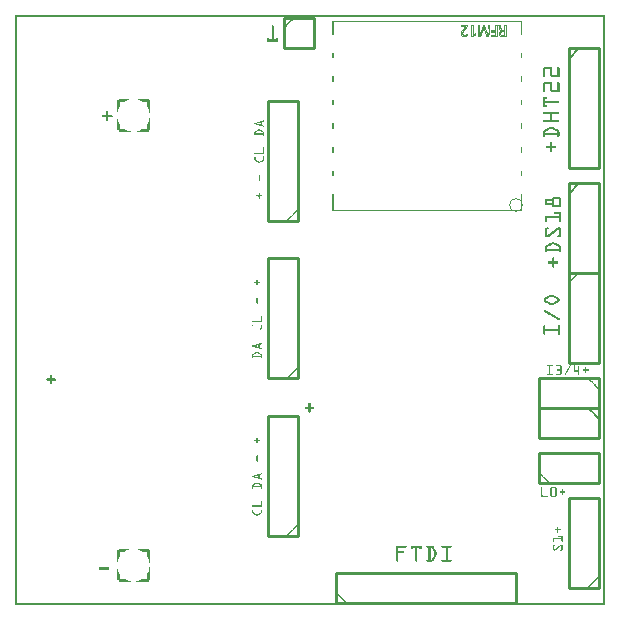
<source format=gto>
G04 MADE WITH FRITZING*
G04 WWW.FRITZING.ORG*
G04 DOUBLE SIDED*
G04 HOLES PLATED*
G04 CONTOUR ON CENTER OF CONTOUR VECTOR*
%ASAXBY*%
%FSLAX23Y23*%
%MOIN*%
%OFA0B0*%
%SFA1.0B1.0*%
%ADD10C,0.046861X0.0399166*%
%ADD11C,0.010000*%
%ADD12C,0.005000*%
%ADD13R,0.001000X0.001000*%
%LNSILK1*%
G90*
G70*
G54D10*
X1669Y1337D03*
G54D11*
X896Y1958D02*
X896Y1858D01*
D02*
X896Y1858D02*
X996Y1858D01*
D02*
X996Y1858D02*
X996Y1958D01*
D02*
X996Y1958D02*
X896Y1958D01*
D02*
X1846Y1858D02*
X1846Y1458D01*
D02*
X1846Y1458D02*
X1946Y1458D01*
D02*
X1946Y1458D02*
X1946Y1858D01*
D02*
X1946Y1858D02*
X1846Y1858D01*
G54D12*
D02*
X1846Y1823D02*
X1881Y1858D01*
G54D11*
D02*
X1846Y1408D02*
X1846Y1108D01*
D02*
X1846Y1108D02*
X1946Y1108D01*
D02*
X1946Y1108D02*
X1946Y1408D01*
D02*
X1946Y1408D02*
X1846Y1408D01*
G54D12*
D02*
X1846Y1373D02*
X1881Y1408D01*
G54D11*
D02*
X1071Y8D02*
X1671Y8D01*
D02*
X1671Y8D02*
X1671Y108D01*
D02*
X1671Y108D02*
X1071Y108D01*
D02*
X1071Y108D02*
X1071Y8D01*
D02*
X944Y233D02*
X944Y633D01*
D02*
X944Y633D02*
X844Y633D01*
D02*
X844Y633D02*
X844Y233D01*
D02*
X844Y233D02*
X944Y233D01*
D02*
X944Y1283D02*
X944Y1683D01*
D02*
X944Y1683D02*
X844Y1683D01*
D02*
X844Y1683D02*
X844Y1283D01*
D02*
X844Y1283D02*
X944Y1283D01*
D02*
X1946Y758D02*
X1746Y758D01*
D02*
X1746Y758D02*
X1746Y658D01*
D02*
X1746Y658D02*
X1946Y658D01*
D02*
X1946Y658D02*
X1946Y758D01*
D02*
X1946Y658D02*
X1746Y658D01*
D02*
X1746Y658D02*
X1746Y558D01*
D02*
X1746Y558D02*
X1946Y558D01*
D02*
X1946Y558D02*
X1946Y658D01*
D02*
X1746Y408D02*
X1946Y408D01*
D02*
X1946Y408D02*
X1946Y508D01*
D02*
X1946Y508D02*
X1746Y508D01*
D02*
X1746Y508D02*
X1746Y408D01*
D02*
X1946Y58D02*
X1946Y358D01*
D02*
X1946Y358D02*
X1846Y358D01*
D02*
X1846Y358D02*
X1846Y58D01*
D02*
X1846Y58D02*
X1946Y58D01*
D02*
X944Y758D02*
X944Y1158D01*
D02*
X944Y1158D02*
X844Y1158D01*
D02*
X844Y1158D02*
X844Y758D01*
D02*
X844Y758D02*
X944Y758D01*
D02*
X1846Y1108D02*
X1846Y808D01*
D02*
X1846Y808D02*
X1946Y808D01*
D02*
X1946Y808D02*
X1946Y1108D01*
D02*
X1946Y1108D02*
X1846Y1108D01*
G54D13*
X0Y1969D02*
X1967Y1969D01*
X0Y1968D02*
X1967Y1968D01*
X0Y1967D02*
X1967Y1967D01*
X0Y1966D02*
X1967Y1966D01*
X0Y1965D02*
X1967Y1965D01*
X0Y1964D02*
X1967Y1964D01*
X0Y1963D02*
X1967Y1963D01*
X0Y1962D02*
X1967Y1962D01*
X0Y1961D02*
X7Y1961D01*
X1960Y1961D02*
X1967Y1961D01*
X0Y1960D02*
X7Y1960D01*
X928Y1960D02*
X929Y1960D01*
X1960Y1960D02*
X1967Y1960D01*
X0Y1959D02*
X7Y1959D01*
X927Y1959D02*
X930Y1959D01*
X1960Y1959D02*
X1967Y1959D01*
X0Y1958D02*
X7Y1958D01*
X926Y1958D02*
X931Y1958D01*
X1960Y1958D02*
X1967Y1958D01*
X0Y1957D02*
X7Y1957D01*
X925Y1957D02*
X931Y1957D01*
X1960Y1957D02*
X1967Y1957D01*
X0Y1956D02*
X7Y1956D01*
X924Y1956D02*
X930Y1956D01*
X1960Y1956D02*
X1967Y1956D01*
X0Y1955D02*
X7Y1955D01*
X923Y1955D02*
X929Y1955D01*
X1960Y1955D02*
X1967Y1955D01*
X0Y1954D02*
X7Y1954D01*
X922Y1954D02*
X928Y1954D01*
X1960Y1954D02*
X1967Y1954D01*
X0Y1953D02*
X7Y1953D01*
X921Y1953D02*
X927Y1953D01*
X1960Y1953D02*
X1967Y1953D01*
X0Y1952D02*
X7Y1952D01*
X920Y1952D02*
X926Y1952D01*
X1960Y1952D02*
X1967Y1952D01*
X0Y1951D02*
X7Y1951D01*
X919Y1951D02*
X925Y1951D01*
X1960Y1951D02*
X1967Y1951D01*
X0Y1950D02*
X7Y1950D01*
X918Y1950D02*
X924Y1950D01*
X1960Y1950D02*
X1967Y1950D01*
X0Y1949D02*
X7Y1949D01*
X917Y1949D02*
X923Y1949D01*
X1960Y1949D02*
X1967Y1949D01*
X0Y1948D02*
X7Y1948D01*
X916Y1948D02*
X922Y1948D01*
X1059Y1948D02*
X1691Y1948D01*
X1960Y1948D02*
X1967Y1948D01*
X0Y1947D02*
X7Y1947D01*
X915Y1947D02*
X921Y1947D01*
X1059Y1947D02*
X1691Y1947D01*
X1960Y1947D02*
X1967Y1947D01*
X0Y1946D02*
X7Y1946D01*
X914Y1946D02*
X919Y1946D01*
X1059Y1946D02*
X1691Y1946D01*
X1960Y1946D02*
X1967Y1946D01*
X0Y1945D02*
X7Y1945D01*
X913Y1945D02*
X918Y1945D01*
X1059Y1945D02*
X1691Y1945D01*
X1960Y1945D02*
X1967Y1945D01*
X0Y1944D02*
X7Y1944D01*
X912Y1944D02*
X916Y1944D01*
X1059Y1944D02*
X1062Y1944D01*
X1689Y1944D02*
X1691Y1944D01*
X1960Y1944D02*
X1967Y1944D01*
X0Y1943D02*
X7Y1943D01*
X911Y1943D02*
X915Y1943D01*
X1059Y1943D02*
X1062Y1943D01*
X1689Y1943D02*
X1691Y1943D01*
X1960Y1943D02*
X1967Y1943D01*
X0Y1942D02*
X7Y1942D01*
X910Y1942D02*
X914Y1942D01*
X1059Y1942D02*
X1062Y1942D01*
X1689Y1942D02*
X1691Y1942D01*
X1960Y1942D02*
X1967Y1942D01*
X0Y1941D02*
X7Y1941D01*
X909Y1941D02*
X913Y1941D01*
X1059Y1941D02*
X1062Y1941D01*
X1689Y1941D02*
X1691Y1941D01*
X1960Y1941D02*
X1967Y1941D01*
X0Y1940D02*
X7Y1940D01*
X908Y1940D02*
X912Y1940D01*
X1059Y1940D02*
X1062Y1940D01*
X1689Y1940D02*
X1691Y1940D01*
X1960Y1940D02*
X1967Y1940D01*
X0Y1939D02*
X7Y1939D01*
X907Y1939D02*
X911Y1939D01*
X1059Y1939D02*
X1062Y1939D01*
X1689Y1939D02*
X1691Y1939D01*
X1960Y1939D02*
X1967Y1939D01*
X0Y1938D02*
X7Y1938D01*
X906Y1938D02*
X910Y1938D01*
X1059Y1938D02*
X1062Y1938D01*
X1689Y1938D02*
X1691Y1938D01*
X1960Y1938D02*
X1967Y1938D01*
X0Y1937D02*
X7Y1937D01*
X905Y1937D02*
X909Y1937D01*
X1059Y1937D02*
X1062Y1937D01*
X1689Y1937D02*
X1691Y1937D01*
X1960Y1937D02*
X1967Y1937D01*
X0Y1936D02*
X7Y1936D01*
X904Y1936D02*
X909Y1936D01*
X1059Y1936D02*
X1062Y1936D01*
X1689Y1936D02*
X1691Y1936D01*
X1960Y1936D02*
X1967Y1936D01*
X0Y1935D02*
X7Y1935D01*
X903Y1935D02*
X908Y1935D01*
X1059Y1935D02*
X1062Y1935D01*
X1486Y1935D02*
X1511Y1935D01*
X1522Y1935D02*
X1529Y1935D01*
X1543Y1935D02*
X1550Y1935D01*
X1562Y1935D02*
X1566Y1935D01*
X1577Y1935D02*
X1584Y1935D01*
X1602Y1935D02*
X1609Y1935D01*
X1611Y1935D02*
X1619Y1935D01*
X1631Y1935D02*
X1638Y1935D01*
X1689Y1935D02*
X1691Y1935D01*
X1960Y1935D02*
X1967Y1935D01*
X0Y1934D02*
X7Y1934D01*
X858Y1934D02*
X860Y1934D01*
X902Y1934D02*
X907Y1934D01*
X1059Y1934D02*
X1062Y1934D01*
X1486Y1934D02*
X1511Y1934D01*
X1522Y1934D02*
X1529Y1934D01*
X1543Y1934D02*
X1550Y1934D01*
X1561Y1934D02*
X1567Y1934D01*
X1577Y1934D02*
X1584Y1934D01*
X1601Y1934D02*
X1609Y1934D01*
X1611Y1934D02*
X1619Y1934D01*
X1631Y1934D02*
X1639Y1934D01*
X1689Y1934D02*
X1691Y1934D01*
X1960Y1934D02*
X1967Y1934D01*
X0Y1933D02*
X7Y1933D01*
X857Y1933D02*
X861Y1933D01*
X901Y1933D02*
X907Y1933D01*
X1059Y1933D02*
X1062Y1933D01*
X1486Y1933D02*
X1511Y1933D01*
X1522Y1933D02*
X1529Y1933D01*
X1543Y1933D02*
X1550Y1933D01*
X1561Y1933D02*
X1567Y1933D01*
X1577Y1933D02*
X1584Y1933D01*
X1601Y1933D02*
X1609Y1933D01*
X1612Y1933D02*
X1619Y1933D01*
X1631Y1933D02*
X1639Y1933D01*
X1689Y1933D02*
X1691Y1933D01*
X1960Y1933D02*
X1967Y1933D01*
X0Y1932D02*
X7Y1932D01*
X856Y1932D02*
X862Y1932D01*
X900Y1932D02*
X906Y1932D01*
X1059Y1932D02*
X1062Y1932D01*
X1486Y1932D02*
X1511Y1932D01*
X1522Y1932D02*
X1529Y1932D01*
X1543Y1932D02*
X1550Y1932D01*
X1560Y1932D02*
X1567Y1932D01*
X1577Y1932D02*
X1584Y1932D01*
X1601Y1932D02*
X1609Y1932D01*
X1612Y1932D02*
X1620Y1932D01*
X1631Y1932D02*
X1639Y1932D01*
X1689Y1932D02*
X1691Y1932D01*
X1960Y1932D02*
X1967Y1932D01*
X0Y1931D02*
X7Y1931D01*
X856Y1931D02*
X862Y1931D01*
X899Y1931D02*
X905Y1931D01*
X1059Y1931D02*
X1062Y1931D01*
X1486Y1931D02*
X1504Y1931D01*
X1508Y1931D02*
X1511Y1931D01*
X1522Y1931D02*
X1524Y1931D01*
X1527Y1931D02*
X1529Y1931D01*
X1543Y1931D02*
X1546Y1931D01*
X1548Y1931D02*
X1550Y1931D01*
X1560Y1931D02*
X1563Y1931D01*
X1565Y1931D02*
X1568Y1931D01*
X1576Y1931D02*
X1579Y1931D01*
X1581Y1931D02*
X1584Y1931D01*
X1601Y1931D02*
X1604Y1931D01*
X1606Y1931D02*
X1609Y1931D01*
X1613Y1931D02*
X1615Y1931D01*
X1618Y1931D02*
X1620Y1931D01*
X1631Y1931D02*
X1634Y1931D01*
X1636Y1931D02*
X1639Y1931D01*
X1689Y1931D02*
X1691Y1931D01*
X1960Y1931D02*
X1967Y1931D01*
X0Y1930D02*
X7Y1930D01*
X856Y1930D02*
X862Y1930D01*
X898Y1930D02*
X904Y1930D01*
X1059Y1930D02*
X1062Y1930D01*
X1486Y1930D02*
X1504Y1930D01*
X1508Y1930D02*
X1511Y1930D01*
X1522Y1930D02*
X1524Y1930D01*
X1527Y1930D02*
X1529Y1930D01*
X1543Y1930D02*
X1546Y1930D01*
X1548Y1930D02*
X1550Y1930D01*
X1559Y1930D02*
X1562Y1930D01*
X1565Y1930D02*
X1568Y1930D01*
X1576Y1930D02*
X1579Y1930D01*
X1581Y1930D02*
X1583Y1930D01*
X1601Y1930D02*
X1604Y1930D01*
X1606Y1930D02*
X1609Y1930D01*
X1613Y1930D02*
X1615Y1930D01*
X1618Y1930D02*
X1620Y1930D01*
X1631Y1930D02*
X1634Y1930D01*
X1636Y1930D02*
X1639Y1930D01*
X1689Y1930D02*
X1691Y1930D01*
X1960Y1930D02*
X1967Y1930D01*
X0Y1929D02*
X7Y1929D01*
X856Y1929D02*
X862Y1929D01*
X897Y1929D02*
X903Y1929D01*
X1059Y1929D02*
X1062Y1929D01*
X1486Y1929D02*
X1504Y1929D01*
X1506Y1929D02*
X1510Y1929D01*
X1522Y1929D02*
X1524Y1929D01*
X1527Y1929D02*
X1529Y1929D01*
X1543Y1929D02*
X1546Y1929D01*
X1548Y1929D02*
X1550Y1929D01*
X1559Y1929D02*
X1562Y1929D01*
X1566Y1929D02*
X1568Y1929D01*
X1576Y1929D02*
X1579Y1929D01*
X1581Y1929D02*
X1583Y1929D01*
X1601Y1929D02*
X1604Y1929D01*
X1606Y1929D02*
X1609Y1929D01*
X1613Y1929D02*
X1616Y1929D01*
X1618Y1929D02*
X1621Y1929D01*
X1631Y1929D02*
X1634Y1929D01*
X1636Y1929D02*
X1639Y1929D01*
X1689Y1929D02*
X1691Y1929D01*
X1960Y1929D02*
X1967Y1929D01*
X0Y1928D02*
X7Y1928D01*
X856Y1928D02*
X862Y1928D01*
X896Y1928D02*
X902Y1928D01*
X1059Y1928D02*
X1062Y1928D01*
X1486Y1928D02*
X1509Y1928D01*
X1522Y1928D02*
X1524Y1928D01*
X1527Y1928D02*
X1529Y1928D01*
X1543Y1928D02*
X1546Y1928D01*
X1548Y1928D02*
X1551Y1928D01*
X1559Y1928D02*
X1569Y1928D01*
X1576Y1928D02*
X1579Y1928D01*
X1581Y1928D02*
X1583Y1928D01*
X1601Y1928D02*
X1604Y1928D01*
X1606Y1928D02*
X1609Y1928D01*
X1613Y1928D02*
X1616Y1928D01*
X1618Y1928D02*
X1621Y1928D01*
X1631Y1928D02*
X1634Y1928D01*
X1636Y1928D02*
X1639Y1928D01*
X1689Y1928D02*
X1691Y1928D01*
X1960Y1928D02*
X1967Y1928D01*
X0Y1927D02*
X7Y1927D01*
X856Y1927D02*
X862Y1927D01*
X895Y1927D02*
X901Y1927D01*
X1059Y1927D02*
X1062Y1927D01*
X1499Y1927D02*
X1508Y1927D01*
X1522Y1927D02*
X1524Y1927D01*
X1527Y1927D02*
X1529Y1927D01*
X1543Y1927D02*
X1546Y1927D01*
X1548Y1927D02*
X1551Y1927D01*
X1558Y1927D02*
X1569Y1927D01*
X1576Y1927D02*
X1579Y1927D01*
X1581Y1927D02*
X1583Y1927D01*
X1601Y1927D02*
X1604Y1927D01*
X1606Y1927D02*
X1609Y1927D01*
X1614Y1927D02*
X1616Y1927D01*
X1619Y1927D02*
X1621Y1927D01*
X1631Y1927D02*
X1634Y1927D01*
X1636Y1927D02*
X1639Y1927D01*
X1689Y1927D02*
X1691Y1927D01*
X1960Y1927D02*
X1967Y1927D01*
X0Y1926D02*
X7Y1926D01*
X856Y1926D02*
X862Y1926D01*
X894Y1926D02*
X900Y1926D01*
X1059Y1926D02*
X1062Y1926D01*
X1498Y1926D02*
X1507Y1926D01*
X1522Y1926D02*
X1524Y1926D01*
X1527Y1926D02*
X1529Y1926D01*
X1543Y1926D02*
X1546Y1926D01*
X1548Y1926D02*
X1551Y1926D01*
X1558Y1926D02*
X1565Y1926D01*
X1567Y1926D02*
X1569Y1926D01*
X1576Y1926D02*
X1579Y1926D01*
X1581Y1926D02*
X1583Y1926D01*
X1601Y1926D02*
X1604Y1926D01*
X1606Y1926D02*
X1609Y1926D01*
X1614Y1926D02*
X1616Y1926D01*
X1619Y1926D02*
X1621Y1926D01*
X1631Y1926D02*
X1634Y1926D01*
X1636Y1926D02*
X1639Y1926D01*
X1689Y1926D02*
X1691Y1926D01*
X1960Y1926D02*
X1967Y1926D01*
X0Y1925D02*
X7Y1925D01*
X856Y1925D02*
X862Y1925D01*
X895Y1925D02*
X899Y1925D01*
X1059Y1925D02*
X1062Y1925D01*
X1497Y1925D02*
X1506Y1925D01*
X1522Y1925D02*
X1524Y1925D01*
X1527Y1925D02*
X1529Y1925D01*
X1544Y1925D02*
X1546Y1925D01*
X1548Y1925D02*
X1551Y1925D01*
X1558Y1925D02*
X1565Y1925D01*
X1567Y1925D02*
X1570Y1925D01*
X1576Y1925D02*
X1579Y1925D01*
X1581Y1925D02*
X1583Y1925D01*
X1601Y1925D02*
X1604Y1925D01*
X1606Y1925D02*
X1609Y1925D01*
X1614Y1925D02*
X1617Y1925D01*
X1619Y1925D02*
X1622Y1925D01*
X1631Y1925D02*
X1634Y1925D01*
X1636Y1925D02*
X1639Y1925D01*
X1689Y1925D02*
X1691Y1925D01*
X1960Y1925D02*
X1967Y1925D01*
X0Y1924D02*
X7Y1924D01*
X856Y1924D02*
X862Y1924D01*
X896Y1924D02*
X898Y1924D01*
X1059Y1924D02*
X1062Y1924D01*
X1496Y1924D02*
X1505Y1924D01*
X1522Y1924D02*
X1524Y1924D01*
X1527Y1924D02*
X1529Y1924D01*
X1544Y1924D02*
X1546Y1924D01*
X1548Y1924D02*
X1551Y1924D01*
X1557Y1924D02*
X1570Y1924D01*
X1576Y1924D02*
X1579Y1924D01*
X1581Y1924D02*
X1583Y1924D01*
X1601Y1924D02*
X1604Y1924D01*
X1606Y1924D02*
X1609Y1924D01*
X1614Y1924D02*
X1617Y1924D01*
X1619Y1924D02*
X1622Y1924D01*
X1631Y1924D02*
X1634Y1924D01*
X1636Y1924D02*
X1639Y1924D01*
X1689Y1924D02*
X1691Y1924D01*
X1960Y1924D02*
X1967Y1924D01*
X0Y1923D02*
X7Y1923D01*
X856Y1923D02*
X862Y1923D01*
X897Y1923D02*
X897Y1923D01*
X1059Y1923D02*
X1062Y1923D01*
X1495Y1923D02*
X1504Y1923D01*
X1522Y1923D02*
X1524Y1923D01*
X1527Y1923D02*
X1529Y1923D01*
X1544Y1923D02*
X1546Y1923D01*
X1548Y1923D02*
X1551Y1923D01*
X1557Y1923D02*
X1566Y1923D01*
X1568Y1923D02*
X1570Y1923D01*
X1576Y1923D02*
X1578Y1923D01*
X1580Y1923D02*
X1583Y1923D01*
X1601Y1923D02*
X1604Y1923D01*
X1606Y1923D02*
X1609Y1923D01*
X1615Y1923D02*
X1617Y1923D01*
X1620Y1923D02*
X1622Y1923D01*
X1631Y1923D02*
X1634Y1923D01*
X1636Y1923D02*
X1639Y1923D01*
X1689Y1923D02*
X1691Y1923D01*
X1960Y1923D02*
X1967Y1923D01*
X0Y1922D02*
X7Y1922D01*
X856Y1922D02*
X862Y1922D01*
X1059Y1922D02*
X1062Y1922D01*
X1494Y1922D02*
X1503Y1922D01*
X1522Y1922D02*
X1524Y1922D01*
X1527Y1922D02*
X1529Y1922D01*
X1544Y1922D02*
X1546Y1922D01*
X1548Y1922D02*
X1551Y1922D01*
X1556Y1922D02*
X1566Y1922D01*
X1568Y1922D02*
X1571Y1922D01*
X1576Y1922D02*
X1578Y1922D01*
X1580Y1922D02*
X1583Y1922D01*
X1601Y1922D02*
X1604Y1922D01*
X1606Y1922D02*
X1609Y1922D01*
X1615Y1922D02*
X1618Y1922D01*
X1620Y1922D02*
X1623Y1922D01*
X1631Y1922D02*
X1634Y1922D01*
X1636Y1922D02*
X1639Y1922D01*
X1689Y1922D02*
X1691Y1922D01*
X1960Y1922D02*
X1967Y1922D01*
X0Y1921D02*
X7Y1921D01*
X856Y1921D02*
X862Y1921D01*
X1059Y1921D02*
X1062Y1921D01*
X1493Y1921D02*
X1497Y1921D01*
X1499Y1921D02*
X1502Y1921D01*
X1522Y1921D02*
X1524Y1921D01*
X1527Y1921D02*
X1529Y1921D01*
X1544Y1921D02*
X1546Y1921D01*
X1548Y1921D02*
X1551Y1921D01*
X1556Y1921D02*
X1566Y1921D01*
X1569Y1921D02*
X1571Y1921D01*
X1576Y1921D02*
X1578Y1921D01*
X1580Y1921D02*
X1583Y1921D01*
X1601Y1921D02*
X1604Y1921D01*
X1606Y1921D02*
X1609Y1921D01*
X1615Y1921D02*
X1618Y1921D01*
X1620Y1921D02*
X1623Y1921D01*
X1631Y1921D02*
X1634Y1921D01*
X1636Y1921D02*
X1639Y1921D01*
X1689Y1921D02*
X1691Y1921D01*
X1960Y1921D02*
X1967Y1921D01*
X0Y1920D02*
X7Y1920D01*
X856Y1920D02*
X862Y1920D01*
X1059Y1920D02*
X1062Y1920D01*
X1492Y1920D02*
X1496Y1920D01*
X1498Y1920D02*
X1501Y1920D01*
X1522Y1920D02*
X1524Y1920D01*
X1527Y1920D02*
X1529Y1920D01*
X1544Y1920D02*
X1546Y1920D01*
X1548Y1920D02*
X1551Y1920D01*
X1556Y1920D02*
X1558Y1920D01*
X1560Y1920D02*
X1567Y1920D01*
X1569Y1920D02*
X1572Y1920D01*
X1576Y1920D02*
X1578Y1920D01*
X1580Y1920D02*
X1583Y1920D01*
X1601Y1920D02*
X1604Y1920D01*
X1606Y1920D02*
X1609Y1920D01*
X1616Y1920D02*
X1618Y1920D01*
X1621Y1920D02*
X1624Y1920D01*
X1631Y1920D02*
X1634Y1920D01*
X1636Y1920D02*
X1639Y1920D01*
X1689Y1920D02*
X1691Y1920D01*
X1960Y1920D02*
X1967Y1920D01*
X0Y1919D02*
X7Y1919D01*
X856Y1919D02*
X862Y1919D01*
X1059Y1919D02*
X1062Y1919D01*
X1491Y1919D02*
X1495Y1919D01*
X1497Y1919D02*
X1500Y1919D01*
X1522Y1919D02*
X1524Y1919D01*
X1527Y1919D02*
X1529Y1919D01*
X1544Y1919D02*
X1546Y1919D01*
X1549Y1919D02*
X1551Y1919D01*
X1555Y1919D02*
X1558Y1919D01*
X1560Y1919D02*
X1562Y1919D01*
X1564Y1919D02*
X1567Y1919D01*
X1569Y1919D02*
X1572Y1919D01*
X1576Y1919D02*
X1578Y1919D01*
X1580Y1919D02*
X1583Y1919D01*
X1601Y1919D02*
X1604Y1919D01*
X1606Y1919D02*
X1609Y1919D01*
X1616Y1919D02*
X1619Y1919D01*
X1621Y1919D02*
X1634Y1919D01*
X1636Y1919D02*
X1639Y1919D01*
X1689Y1919D02*
X1691Y1919D01*
X1960Y1919D02*
X1967Y1919D01*
X0Y1918D02*
X7Y1918D01*
X856Y1918D02*
X862Y1918D01*
X1059Y1918D02*
X1062Y1918D01*
X1491Y1918D02*
X1494Y1918D01*
X1496Y1918D02*
X1499Y1918D01*
X1522Y1918D02*
X1524Y1918D01*
X1527Y1918D02*
X1529Y1918D01*
X1544Y1918D02*
X1546Y1918D01*
X1549Y1918D02*
X1551Y1918D01*
X1555Y1918D02*
X1562Y1918D01*
X1565Y1918D02*
X1567Y1918D01*
X1570Y1918D02*
X1572Y1918D01*
X1576Y1918D02*
X1578Y1918D01*
X1580Y1918D02*
X1583Y1918D01*
X1587Y1918D02*
X1604Y1918D01*
X1606Y1918D02*
X1609Y1918D01*
X1617Y1918D02*
X1620Y1918D01*
X1622Y1918D02*
X1634Y1918D01*
X1636Y1918D02*
X1639Y1918D01*
X1689Y1918D02*
X1691Y1918D01*
X1960Y1918D02*
X1967Y1918D01*
X0Y1917D02*
X7Y1917D01*
X856Y1917D02*
X862Y1917D01*
X1059Y1917D02*
X1062Y1917D01*
X1490Y1917D02*
X1493Y1917D01*
X1495Y1917D02*
X1499Y1917D01*
X1522Y1917D02*
X1524Y1917D01*
X1527Y1917D02*
X1529Y1917D01*
X1544Y1917D02*
X1547Y1917D01*
X1549Y1917D02*
X1551Y1917D01*
X1555Y1917D02*
X1557Y1917D01*
X1559Y1917D02*
X1562Y1917D01*
X1565Y1917D02*
X1568Y1917D01*
X1570Y1917D02*
X1573Y1917D01*
X1576Y1917D02*
X1578Y1917D01*
X1580Y1917D02*
X1583Y1917D01*
X1587Y1917D02*
X1604Y1917D01*
X1606Y1917D02*
X1609Y1917D01*
X1617Y1917D02*
X1634Y1917D01*
X1636Y1917D02*
X1639Y1917D01*
X1689Y1917D02*
X1691Y1917D01*
X1960Y1917D02*
X1967Y1917D01*
X0Y1916D02*
X7Y1916D01*
X856Y1916D02*
X862Y1916D01*
X1059Y1916D02*
X1062Y1916D01*
X1489Y1916D02*
X1492Y1916D01*
X1494Y1916D02*
X1498Y1916D01*
X1522Y1916D02*
X1524Y1916D01*
X1527Y1916D02*
X1529Y1916D01*
X1544Y1916D02*
X1547Y1916D01*
X1549Y1916D02*
X1551Y1916D01*
X1554Y1916D02*
X1557Y1916D01*
X1559Y1916D02*
X1561Y1916D01*
X1565Y1916D02*
X1568Y1916D01*
X1570Y1916D02*
X1573Y1916D01*
X1576Y1916D02*
X1578Y1916D01*
X1580Y1916D02*
X1582Y1916D01*
X1587Y1916D02*
X1604Y1916D01*
X1606Y1916D02*
X1609Y1916D01*
X1618Y1916D02*
X1623Y1916D01*
X1626Y1916D02*
X1634Y1916D01*
X1636Y1916D02*
X1639Y1916D01*
X1689Y1916D02*
X1691Y1916D01*
X1960Y1916D02*
X1967Y1916D01*
X0Y1915D02*
X7Y1915D01*
X856Y1915D02*
X862Y1915D01*
X1059Y1915D02*
X1062Y1915D01*
X1489Y1915D02*
X1492Y1915D01*
X1494Y1915D02*
X1497Y1915D01*
X1522Y1915D02*
X1524Y1915D01*
X1527Y1915D02*
X1529Y1915D01*
X1544Y1915D02*
X1547Y1915D01*
X1549Y1915D02*
X1551Y1915D01*
X1554Y1915D02*
X1561Y1915D01*
X1566Y1915D02*
X1568Y1915D01*
X1571Y1915D02*
X1573Y1915D01*
X1576Y1915D02*
X1578Y1915D01*
X1580Y1915D02*
X1582Y1915D01*
X1587Y1915D02*
X1604Y1915D01*
X1606Y1915D02*
X1609Y1915D01*
X1618Y1915D02*
X1623Y1915D01*
X1625Y1915D02*
X1634Y1915D01*
X1636Y1915D02*
X1639Y1915D01*
X1689Y1915D02*
X1691Y1915D01*
X1960Y1915D02*
X1967Y1915D01*
X0Y1914D02*
X7Y1914D01*
X856Y1914D02*
X862Y1914D01*
X1059Y1914D02*
X1062Y1914D01*
X1488Y1914D02*
X1491Y1914D01*
X1493Y1914D02*
X1496Y1914D01*
X1522Y1914D02*
X1524Y1914D01*
X1527Y1914D02*
X1529Y1914D01*
X1544Y1914D02*
X1547Y1914D01*
X1549Y1914D02*
X1551Y1914D01*
X1554Y1914D02*
X1556Y1914D01*
X1558Y1914D02*
X1561Y1914D01*
X1566Y1914D02*
X1569Y1914D01*
X1571Y1914D02*
X1574Y1914D01*
X1576Y1914D02*
X1578Y1914D01*
X1580Y1914D02*
X1582Y1914D01*
X1587Y1914D02*
X1604Y1914D01*
X1606Y1914D02*
X1609Y1914D01*
X1616Y1914D02*
X1634Y1914D01*
X1636Y1914D02*
X1639Y1914D01*
X1689Y1914D02*
X1691Y1914D01*
X1960Y1914D02*
X1967Y1914D01*
X0Y1913D02*
X7Y1913D01*
X856Y1913D02*
X862Y1913D01*
X1059Y1913D02*
X1062Y1913D01*
X1488Y1913D02*
X1491Y1913D01*
X1493Y1913D02*
X1496Y1913D01*
X1522Y1913D02*
X1524Y1913D01*
X1527Y1913D02*
X1529Y1913D01*
X1544Y1913D02*
X1547Y1913D01*
X1549Y1913D02*
X1551Y1913D01*
X1553Y1913D02*
X1556Y1913D01*
X1558Y1913D02*
X1560Y1913D01*
X1566Y1913D02*
X1569Y1913D01*
X1571Y1913D02*
X1578Y1913D01*
X1580Y1913D02*
X1582Y1913D01*
X1587Y1913D02*
X1604Y1913D01*
X1606Y1913D02*
X1609Y1913D01*
X1616Y1913D02*
X1634Y1913D01*
X1636Y1913D02*
X1639Y1913D01*
X1689Y1913D02*
X1691Y1913D01*
X1960Y1913D02*
X1967Y1913D01*
X0Y1912D02*
X7Y1912D01*
X856Y1912D02*
X862Y1912D01*
X1059Y1912D02*
X1062Y1912D01*
X1487Y1912D02*
X1490Y1912D01*
X1492Y1912D02*
X1495Y1912D01*
X1522Y1912D02*
X1524Y1912D01*
X1527Y1912D02*
X1529Y1912D01*
X1544Y1912D02*
X1547Y1912D01*
X1549Y1912D02*
X1551Y1912D01*
X1553Y1912D02*
X1560Y1912D01*
X1567Y1912D02*
X1569Y1912D01*
X1571Y1912D02*
X1578Y1912D01*
X1580Y1912D02*
X1582Y1912D01*
X1587Y1912D02*
X1604Y1912D01*
X1606Y1912D02*
X1609Y1912D01*
X1615Y1912D02*
X1618Y1912D01*
X1620Y1912D02*
X1634Y1912D01*
X1636Y1912D02*
X1639Y1912D01*
X1689Y1912D02*
X1691Y1912D01*
X1960Y1912D02*
X1967Y1912D01*
X0Y1911D02*
X7Y1911D01*
X856Y1911D02*
X862Y1911D01*
X1059Y1911D02*
X1062Y1911D01*
X1487Y1911D02*
X1490Y1911D01*
X1492Y1911D02*
X1495Y1911D01*
X1522Y1911D02*
X1524Y1911D01*
X1527Y1911D02*
X1529Y1911D01*
X1544Y1911D02*
X1547Y1911D01*
X1549Y1911D02*
X1555Y1911D01*
X1557Y1911D02*
X1560Y1911D01*
X1567Y1911D02*
X1570Y1911D01*
X1572Y1911D02*
X1578Y1911D01*
X1580Y1911D02*
X1582Y1911D01*
X1588Y1911D02*
X1604Y1911D01*
X1606Y1911D02*
X1609Y1911D01*
X1614Y1911D02*
X1617Y1911D01*
X1619Y1911D02*
X1623Y1911D01*
X1631Y1911D02*
X1634Y1911D01*
X1636Y1911D02*
X1639Y1911D01*
X1689Y1911D02*
X1691Y1911D01*
X1960Y1911D02*
X1967Y1911D01*
X0Y1910D02*
X7Y1910D01*
X856Y1910D02*
X862Y1910D01*
X1059Y1910D02*
X1062Y1910D01*
X1487Y1910D02*
X1489Y1910D01*
X1492Y1910D02*
X1494Y1910D01*
X1522Y1910D02*
X1524Y1910D01*
X1527Y1910D02*
X1529Y1910D01*
X1544Y1910D02*
X1547Y1910D01*
X1549Y1910D02*
X1559Y1910D01*
X1567Y1910D02*
X1570Y1910D01*
X1572Y1910D02*
X1578Y1910D01*
X1580Y1910D02*
X1582Y1910D01*
X1601Y1910D02*
X1604Y1910D01*
X1606Y1910D02*
X1609Y1910D01*
X1614Y1910D02*
X1617Y1910D01*
X1619Y1910D02*
X1622Y1910D01*
X1631Y1910D02*
X1634Y1910D01*
X1636Y1910D02*
X1639Y1910D01*
X1689Y1910D02*
X1691Y1910D01*
X1960Y1910D02*
X1967Y1910D01*
X0Y1909D02*
X7Y1909D01*
X856Y1909D02*
X862Y1909D01*
X1059Y1909D02*
X1062Y1909D01*
X1487Y1909D02*
X1489Y1909D01*
X1492Y1909D02*
X1494Y1909D01*
X1522Y1909D02*
X1524Y1909D01*
X1527Y1909D02*
X1529Y1909D01*
X1545Y1909D02*
X1547Y1909D01*
X1549Y1909D02*
X1559Y1909D01*
X1568Y1909D02*
X1570Y1909D01*
X1572Y1909D02*
X1578Y1909D01*
X1580Y1909D02*
X1582Y1909D01*
X1601Y1909D02*
X1604Y1909D01*
X1606Y1909D02*
X1609Y1909D01*
X1614Y1909D02*
X1616Y1909D01*
X1618Y1909D02*
X1621Y1909D01*
X1631Y1909D02*
X1634Y1909D01*
X1636Y1909D02*
X1639Y1909D01*
X1689Y1909D02*
X1691Y1909D01*
X1960Y1909D02*
X1967Y1909D01*
X0Y1908D02*
X7Y1908D01*
X856Y1908D02*
X862Y1908D01*
X1059Y1908D02*
X1062Y1908D01*
X1487Y1908D02*
X1489Y1908D01*
X1492Y1908D02*
X1494Y1908D01*
X1522Y1908D02*
X1524Y1908D01*
X1527Y1908D02*
X1529Y1908D01*
X1545Y1908D02*
X1547Y1908D01*
X1549Y1908D02*
X1558Y1908D01*
X1568Y1908D02*
X1571Y1908D01*
X1573Y1908D02*
X1582Y1908D01*
X1601Y1908D02*
X1604Y1908D01*
X1606Y1908D02*
X1609Y1908D01*
X1613Y1908D02*
X1616Y1908D01*
X1618Y1908D02*
X1621Y1908D01*
X1631Y1908D02*
X1634Y1908D01*
X1636Y1908D02*
X1639Y1908D01*
X1689Y1908D02*
X1691Y1908D01*
X1960Y1908D02*
X1967Y1908D01*
X0Y1907D02*
X7Y1907D01*
X856Y1907D02*
X862Y1907D01*
X1059Y1907D02*
X1062Y1907D01*
X1487Y1907D02*
X1489Y1907D01*
X1492Y1907D02*
X1494Y1907D01*
X1522Y1907D02*
X1524Y1907D01*
X1527Y1907D02*
X1529Y1907D01*
X1534Y1907D02*
X1535Y1907D01*
X1545Y1907D02*
X1547Y1907D01*
X1549Y1907D02*
X1558Y1907D01*
X1568Y1907D02*
X1571Y1907D01*
X1573Y1907D02*
X1582Y1907D01*
X1601Y1907D02*
X1604Y1907D01*
X1606Y1907D02*
X1609Y1907D01*
X1613Y1907D02*
X1616Y1907D01*
X1618Y1907D02*
X1620Y1907D01*
X1631Y1907D02*
X1634Y1907D01*
X1636Y1907D02*
X1639Y1907D01*
X1689Y1907D02*
X1691Y1907D01*
X1960Y1907D02*
X1967Y1907D01*
X0Y1906D02*
X7Y1906D01*
X856Y1906D02*
X862Y1906D01*
X1059Y1906D02*
X1062Y1906D01*
X1487Y1906D02*
X1489Y1906D01*
X1492Y1906D02*
X1494Y1906D01*
X1508Y1906D02*
X1508Y1906D01*
X1522Y1906D02*
X1524Y1906D01*
X1527Y1906D02*
X1529Y1906D01*
X1532Y1906D02*
X1535Y1906D01*
X1545Y1906D02*
X1547Y1906D01*
X1549Y1906D02*
X1558Y1906D01*
X1569Y1906D02*
X1582Y1906D01*
X1601Y1906D02*
X1604Y1906D01*
X1606Y1906D02*
X1609Y1906D01*
X1613Y1906D02*
X1616Y1906D01*
X1618Y1906D02*
X1620Y1906D01*
X1631Y1906D02*
X1634Y1906D01*
X1636Y1906D02*
X1639Y1906D01*
X1689Y1906D02*
X1691Y1906D01*
X1960Y1906D02*
X1967Y1906D01*
X0Y1905D02*
X7Y1905D01*
X856Y1905D02*
X862Y1905D01*
X1059Y1905D02*
X1062Y1905D01*
X1487Y1905D02*
X1489Y1905D01*
X1492Y1905D02*
X1495Y1905D01*
X1507Y1905D02*
X1508Y1905D01*
X1522Y1905D02*
X1524Y1905D01*
X1527Y1905D02*
X1536Y1905D01*
X1545Y1905D02*
X1547Y1905D01*
X1549Y1905D02*
X1557Y1905D01*
X1569Y1905D02*
X1572Y1905D01*
X1574Y1905D02*
X1582Y1905D01*
X1601Y1905D02*
X1604Y1905D01*
X1606Y1905D02*
X1609Y1905D01*
X1613Y1905D02*
X1616Y1905D01*
X1618Y1905D02*
X1621Y1905D01*
X1631Y1905D02*
X1634Y1905D01*
X1636Y1905D02*
X1639Y1905D01*
X1689Y1905D02*
X1691Y1905D01*
X1960Y1905D02*
X1967Y1905D01*
X0Y1904D02*
X7Y1904D01*
X856Y1904D02*
X862Y1904D01*
X1059Y1904D02*
X1062Y1904D01*
X1487Y1904D02*
X1490Y1904D01*
X1492Y1904D02*
X1495Y1904D01*
X1505Y1904D02*
X1509Y1904D01*
X1522Y1904D02*
X1524Y1904D01*
X1527Y1904D02*
X1536Y1904D01*
X1545Y1904D02*
X1547Y1904D01*
X1549Y1904D02*
X1557Y1904D01*
X1570Y1904D02*
X1572Y1904D01*
X1574Y1904D02*
X1582Y1904D01*
X1601Y1904D02*
X1604Y1904D01*
X1606Y1904D02*
X1609Y1904D01*
X1613Y1904D02*
X1616Y1904D01*
X1618Y1904D02*
X1621Y1904D01*
X1631Y1904D02*
X1634Y1904D01*
X1636Y1904D02*
X1639Y1904D01*
X1689Y1904D02*
X1691Y1904D01*
X1960Y1904D02*
X1967Y1904D01*
X0Y1903D02*
X7Y1903D01*
X856Y1903D02*
X862Y1903D01*
X1487Y1903D02*
X1490Y1903D01*
X1493Y1903D02*
X1497Y1903D01*
X1503Y1903D02*
X1509Y1903D01*
X1522Y1903D02*
X1524Y1903D01*
X1527Y1903D02*
X1536Y1903D01*
X1545Y1903D02*
X1547Y1903D01*
X1549Y1903D02*
X1557Y1903D01*
X1570Y1903D02*
X1577Y1903D01*
X1579Y1903D02*
X1582Y1903D01*
X1601Y1903D02*
X1604Y1903D01*
X1606Y1903D02*
X1609Y1903D01*
X1613Y1903D02*
X1616Y1903D01*
X1619Y1903D02*
X1622Y1903D01*
X1631Y1903D02*
X1634Y1903D01*
X1636Y1903D02*
X1639Y1903D01*
X1960Y1903D02*
X1967Y1903D01*
X0Y1902D02*
X7Y1902D01*
X856Y1902D02*
X862Y1902D01*
X1488Y1902D02*
X1491Y1902D01*
X1494Y1902D02*
X1510Y1902D01*
X1522Y1902D02*
X1524Y1902D01*
X1527Y1902D02*
X1536Y1902D01*
X1545Y1902D02*
X1547Y1902D01*
X1549Y1902D02*
X1556Y1902D01*
X1570Y1902D02*
X1577Y1902D01*
X1579Y1902D02*
X1582Y1902D01*
X1601Y1902D02*
X1604Y1902D01*
X1606Y1902D02*
X1609Y1902D01*
X1614Y1902D02*
X1616Y1902D01*
X1619Y1902D02*
X1623Y1902D01*
X1631Y1902D02*
X1634Y1902D01*
X1636Y1902D02*
X1639Y1902D01*
X1960Y1902D02*
X1967Y1902D01*
X0Y1901D02*
X7Y1901D01*
X856Y1901D02*
X862Y1901D01*
X1488Y1901D02*
X1491Y1901D01*
X1495Y1901D02*
X1510Y1901D01*
X1522Y1901D02*
X1524Y1901D01*
X1527Y1901D02*
X1537Y1901D01*
X1545Y1901D02*
X1556Y1901D01*
X1571Y1901D02*
X1577Y1901D01*
X1579Y1901D02*
X1581Y1901D01*
X1586Y1901D02*
X1604Y1901D01*
X1606Y1901D02*
X1609Y1901D01*
X1614Y1901D02*
X1617Y1901D01*
X1620Y1901D02*
X1634Y1901D01*
X1636Y1901D02*
X1639Y1901D01*
X1960Y1901D02*
X1967Y1901D01*
X0Y1900D02*
X7Y1900D01*
X856Y1900D02*
X862Y1900D01*
X1489Y1900D02*
X1493Y1900D01*
X1496Y1900D02*
X1510Y1900D01*
X1522Y1900D02*
X1524Y1900D01*
X1529Y1900D02*
X1535Y1900D01*
X1545Y1900D02*
X1556Y1900D01*
X1571Y1900D02*
X1577Y1900D01*
X1579Y1900D02*
X1581Y1900D01*
X1586Y1900D02*
X1604Y1900D01*
X1606Y1900D02*
X1609Y1900D01*
X1615Y1900D02*
X1618Y1900D01*
X1621Y1900D02*
X1634Y1900D01*
X1636Y1900D02*
X1639Y1900D01*
X1960Y1900D02*
X1967Y1900D01*
X0Y1899D02*
X7Y1899D01*
X856Y1899D02*
X862Y1899D01*
X1490Y1899D02*
X1495Y1899D01*
X1502Y1899D02*
X1509Y1899D01*
X1522Y1899D02*
X1534Y1899D01*
X1545Y1899D02*
X1548Y1899D01*
X1552Y1899D02*
X1555Y1899D01*
X1571Y1899D02*
X1574Y1899D01*
X1579Y1899D02*
X1581Y1899D01*
X1586Y1899D02*
X1604Y1899D01*
X1606Y1899D02*
X1609Y1899D01*
X1615Y1899D02*
X1620Y1899D01*
X1623Y1899D02*
X1634Y1899D01*
X1636Y1899D02*
X1639Y1899D01*
X1960Y1899D02*
X1967Y1899D01*
X0Y1898D02*
X7Y1898D01*
X856Y1898D02*
X862Y1898D01*
X1491Y1898D02*
X1508Y1898D01*
X1522Y1898D02*
X1532Y1898D01*
X1545Y1898D02*
X1548Y1898D01*
X1552Y1898D02*
X1555Y1898D01*
X1572Y1898D02*
X1575Y1898D01*
X1578Y1898D02*
X1581Y1898D01*
X1586Y1898D02*
X1589Y1898D01*
X1606Y1898D02*
X1609Y1898D01*
X1616Y1898D02*
X1622Y1898D01*
X1625Y1898D02*
X1633Y1898D01*
X1635Y1898D02*
X1639Y1898D01*
X1960Y1898D02*
X1967Y1898D01*
X0Y1897D02*
X7Y1897D01*
X856Y1897D02*
X862Y1897D01*
X1492Y1897D02*
X1506Y1897D01*
X1522Y1897D02*
X1530Y1897D01*
X1545Y1897D02*
X1554Y1897D01*
X1572Y1897D02*
X1581Y1897D01*
X1586Y1897D02*
X1609Y1897D01*
X1617Y1897D02*
X1639Y1897D01*
X1960Y1897D02*
X1967Y1897D01*
X0Y1896D02*
X7Y1896D01*
X856Y1896D02*
X862Y1896D01*
X1494Y1896D02*
X1504Y1896D01*
X1522Y1896D02*
X1528Y1896D01*
X1545Y1896D02*
X1554Y1896D01*
X1572Y1896D02*
X1581Y1896D01*
X1586Y1896D02*
X1609Y1896D01*
X1619Y1896D02*
X1639Y1896D01*
X1960Y1896D02*
X1967Y1896D01*
X0Y1895D02*
X7Y1895D01*
X856Y1895D02*
X862Y1895D01*
X1545Y1895D02*
X1554Y1895D01*
X1573Y1895D02*
X1581Y1895D01*
X1586Y1895D02*
X1609Y1895D01*
X1621Y1895D02*
X1638Y1895D01*
X1960Y1895D02*
X1967Y1895D01*
X0Y1894D02*
X7Y1894D01*
X856Y1894D02*
X862Y1894D01*
X1960Y1894D02*
X1967Y1894D01*
X0Y1893D02*
X7Y1893D01*
X845Y1893D02*
X845Y1893D01*
X856Y1893D02*
X862Y1893D01*
X872Y1893D02*
X873Y1893D01*
X1960Y1893D02*
X1967Y1893D01*
X0Y1892D02*
X7Y1892D01*
X843Y1892D02*
X847Y1892D01*
X856Y1892D02*
X862Y1892D01*
X871Y1892D02*
X875Y1892D01*
X1960Y1892D02*
X1967Y1892D01*
X0Y1891D02*
X7Y1891D01*
X842Y1891D02*
X848Y1891D01*
X856Y1891D02*
X862Y1891D01*
X870Y1891D02*
X875Y1891D01*
X1960Y1891D02*
X1967Y1891D01*
X0Y1890D02*
X7Y1890D01*
X842Y1890D02*
X848Y1890D01*
X856Y1890D02*
X862Y1890D01*
X870Y1890D02*
X876Y1890D01*
X1960Y1890D02*
X1967Y1890D01*
X0Y1889D02*
X7Y1889D01*
X842Y1889D02*
X848Y1889D01*
X856Y1889D02*
X862Y1889D01*
X870Y1889D02*
X876Y1889D01*
X1960Y1889D02*
X1967Y1889D01*
X0Y1888D02*
X7Y1888D01*
X842Y1888D02*
X848Y1888D01*
X856Y1888D02*
X862Y1888D01*
X870Y1888D02*
X876Y1888D01*
X1960Y1888D02*
X1967Y1888D01*
X0Y1887D02*
X7Y1887D01*
X842Y1887D02*
X876Y1887D01*
X1960Y1887D02*
X1967Y1887D01*
X0Y1886D02*
X7Y1886D01*
X842Y1886D02*
X876Y1886D01*
X1960Y1886D02*
X1967Y1886D01*
X0Y1885D02*
X7Y1885D01*
X842Y1885D02*
X876Y1885D01*
X1960Y1885D02*
X1967Y1885D01*
X0Y1884D02*
X7Y1884D01*
X842Y1884D02*
X876Y1884D01*
X1960Y1884D02*
X1967Y1884D01*
X0Y1883D02*
X7Y1883D01*
X842Y1883D02*
X876Y1883D01*
X1960Y1883D02*
X1967Y1883D01*
X0Y1882D02*
X7Y1882D01*
X842Y1882D02*
X876Y1882D01*
X1960Y1882D02*
X1967Y1882D01*
X0Y1881D02*
X7Y1881D01*
X842Y1881D02*
X876Y1881D01*
X1960Y1881D02*
X1967Y1881D01*
X0Y1880D02*
X7Y1880D01*
X1960Y1880D02*
X1967Y1880D01*
X0Y1879D02*
X7Y1879D01*
X1960Y1879D02*
X1967Y1879D01*
X0Y1878D02*
X7Y1878D01*
X1960Y1878D02*
X1967Y1878D01*
X0Y1877D02*
X7Y1877D01*
X1960Y1877D02*
X1967Y1877D01*
X0Y1876D02*
X7Y1876D01*
X1960Y1876D02*
X1967Y1876D01*
X0Y1875D02*
X7Y1875D01*
X1960Y1875D02*
X1967Y1875D01*
X0Y1874D02*
X7Y1874D01*
X1960Y1874D02*
X1967Y1874D01*
X0Y1873D02*
X7Y1873D01*
X1960Y1873D02*
X1967Y1873D01*
X0Y1872D02*
X7Y1872D01*
X1960Y1872D02*
X1967Y1872D01*
X0Y1871D02*
X7Y1871D01*
X1960Y1871D02*
X1967Y1871D01*
X0Y1870D02*
X7Y1870D01*
X1960Y1870D02*
X1967Y1870D01*
X0Y1869D02*
X7Y1869D01*
X1960Y1869D02*
X1967Y1869D01*
X0Y1868D02*
X7Y1868D01*
X1960Y1868D02*
X1967Y1868D01*
X0Y1867D02*
X7Y1867D01*
X1960Y1867D02*
X1967Y1867D01*
X0Y1866D02*
X7Y1866D01*
X1960Y1866D02*
X1967Y1866D01*
X0Y1865D02*
X7Y1865D01*
X1960Y1865D02*
X1967Y1865D01*
X0Y1864D02*
X7Y1864D01*
X1960Y1864D02*
X1967Y1864D01*
X0Y1863D02*
X7Y1863D01*
X1960Y1863D02*
X1967Y1863D01*
X0Y1862D02*
X7Y1862D01*
X1960Y1862D02*
X1967Y1862D01*
X0Y1861D02*
X7Y1861D01*
X1960Y1861D02*
X1967Y1861D01*
X0Y1860D02*
X7Y1860D01*
X1960Y1860D02*
X1967Y1860D01*
X0Y1859D02*
X7Y1859D01*
X1960Y1859D02*
X1967Y1859D01*
X0Y1858D02*
X7Y1858D01*
X1960Y1858D02*
X1967Y1858D01*
X0Y1857D02*
X7Y1857D01*
X1960Y1857D02*
X1967Y1857D01*
X0Y1856D02*
X7Y1856D01*
X1960Y1856D02*
X1967Y1856D01*
X0Y1855D02*
X7Y1855D01*
X1960Y1855D02*
X1967Y1855D01*
X0Y1854D02*
X7Y1854D01*
X1960Y1854D02*
X1967Y1854D01*
X0Y1853D02*
X7Y1853D01*
X1960Y1853D02*
X1967Y1853D01*
X0Y1852D02*
X7Y1852D01*
X1960Y1852D02*
X1967Y1852D01*
X0Y1851D02*
X7Y1851D01*
X1960Y1851D02*
X1967Y1851D01*
X0Y1850D02*
X7Y1850D01*
X1960Y1850D02*
X1967Y1850D01*
X0Y1849D02*
X7Y1849D01*
X1960Y1849D02*
X1967Y1849D01*
X0Y1848D02*
X7Y1848D01*
X1960Y1848D02*
X1967Y1848D01*
X0Y1847D02*
X7Y1847D01*
X1960Y1847D02*
X1967Y1847D01*
X0Y1846D02*
X7Y1846D01*
X1960Y1846D02*
X1967Y1846D01*
X0Y1845D02*
X7Y1845D01*
X1960Y1845D02*
X1967Y1845D01*
X0Y1844D02*
X7Y1844D01*
X1960Y1844D02*
X1967Y1844D01*
X0Y1843D02*
X7Y1843D01*
X1059Y1843D02*
X1062Y1843D01*
X1689Y1843D02*
X1691Y1843D01*
X1960Y1843D02*
X1967Y1843D01*
X0Y1842D02*
X7Y1842D01*
X1059Y1842D02*
X1062Y1842D01*
X1689Y1842D02*
X1691Y1842D01*
X1960Y1842D02*
X1967Y1842D01*
X0Y1841D02*
X7Y1841D01*
X1059Y1841D02*
X1062Y1841D01*
X1689Y1841D02*
X1691Y1841D01*
X1960Y1841D02*
X1967Y1841D01*
X0Y1840D02*
X7Y1840D01*
X1059Y1840D02*
X1062Y1840D01*
X1689Y1840D02*
X1691Y1840D01*
X1960Y1840D02*
X1967Y1840D01*
X0Y1839D02*
X7Y1839D01*
X1059Y1839D02*
X1062Y1839D01*
X1689Y1839D02*
X1691Y1839D01*
X1960Y1839D02*
X1967Y1839D01*
X0Y1838D02*
X7Y1838D01*
X1059Y1838D02*
X1062Y1838D01*
X1689Y1838D02*
X1691Y1838D01*
X1960Y1838D02*
X1967Y1838D01*
X0Y1837D02*
X7Y1837D01*
X1059Y1837D02*
X1062Y1837D01*
X1689Y1837D02*
X1691Y1837D01*
X1960Y1837D02*
X1967Y1837D01*
X0Y1836D02*
X7Y1836D01*
X1059Y1836D02*
X1062Y1836D01*
X1689Y1836D02*
X1691Y1836D01*
X1960Y1836D02*
X1967Y1836D01*
X0Y1835D02*
X7Y1835D01*
X1059Y1835D02*
X1062Y1835D01*
X1689Y1835D02*
X1691Y1835D01*
X1960Y1835D02*
X1967Y1835D01*
X0Y1834D02*
X7Y1834D01*
X1059Y1834D02*
X1062Y1834D01*
X1689Y1834D02*
X1691Y1834D01*
X1960Y1834D02*
X1967Y1834D01*
X0Y1833D02*
X7Y1833D01*
X1059Y1833D02*
X1062Y1833D01*
X1689Y1833D02*
X1691Y1833D01*
X1960Y1833D02*
X1967Y1833D01*
X0Y1832D02*
X7Y1832D01*
X1059Y1832D02*
X1062Y1832D01*
X1689Y1832D02*
X1691Y1832D01*
X1960Y1832D02*
X1967Y1832D01*
X0Y1831D02*
X7Y1831D01*
X1059Y1831D02*
X1062Y1831D01*
X1689Y1831D02*
X1691Y1831D01*
X1960Y1831D02*
X1967Y1831D01*
X0Y1830D02*
X7Y1830D01*
X1059Y1830D02*
X1062Y1830D01*
X1689Y1830D02*
X1691Y1830D01*
X1960Y1830D02*
X1967Y1830D01*
X0Y1829D02*
X7Y1829D01*
X1059Y1829D02*
X1062Y1829D01*
X1689Y1829D02*
X1691Y1829D01*
X1960Y1829D02*
X1967Y1829D01*
X0Y1828D02*
X7Y1828D01*
X1059Y1828D02*
X1062Y1828D01*
X1689Y1828D02*
X1691Y1828D01*
X1960Y1828D02*
X1967Y1828D01*
X0Y1827D02*
X7Y1827D01*
X1059Y1827D02*
X1062Y1827D01*
X1689Y1827D02*
X1691Y1827D01*
X1960Y1827D02*
X1967Y1827D01*
X0Y1826D02*
X7Y1826D01*
X1059Y1826D02*
X1062Y1826D01*
X1689Y1826D02*
X1691Y1826D01*
X1960Y1826D02*
X1967Y1826D01*
X0Y1825D02*
X7Y1825D01*
X1059Y1825D02*
X1062Y1825D01*
X1689Y1825D02*
X1691Y1825D01*
X1960Y1825D02*
X1967Y1825D01*
X0Y1824D02*
X7Y1824D01*
X1960Y1824D02*
X1967Y1824D01*
X0Y1823D02*
X7Y1823D01*
X1960Y1823D02*
X1967Y1823D01*
X0Y1822D02*
X7Y1822D01*
X1960Y1822D02*
X1967Y1822D01*
X0Y1821D02*
X7Y1821D01*
X1960Y1821D02*
X1967Y1821D01*
X0Y1820D02*
X7Y1820D01*
X1960Y1820D02*
X1967Y1820D01*
X0Y1819D02*
X7Y1819D01*
X1960Y1819D02*
X1967Y1819D01*
X0Y1818D02*
X7Y1818D01*
X1960Y1818D02*
X1967Y1818D01*
X0Y1817D02*
X7Y1817D01*
X1960Y1817D02*
X1967Y1817D01*
X0Y1816D02*
X7Y1816D01*
X1960Y1816D02*
X1967Y1816D01*
X0Y1815D02*
X7Y1815D01*
X1960Y1815D02*
X1967Y1815D01*
X0Y1814D02*
X7Y1814D01*
X1960Y1814D02*
X1967Y1814D01*
X0Y1813D02*
X7Y1813D01*
X1960Y1813D02*
X1967Y1813D01*
X0Y1812D02*
X7Y1812D01*
X1960Y1812D02*
X1967Y1812D01*
X0Y1811D02*
X7Y1811D01*
X1960Y1811D02*
X1967Y1811D01*
X0Y1810D02*
X7Y1810D01*
X1960Y1810D02*
X1967Y1810D01*
X0Y1809D02*
X7Y1809D01*
X1960Y1809D02*
X1967Y1809D01*
X0Y1808D02*
X7Y1808D01*
X1960Y1808D02*
X1967Y1808D01*
X0Y1807D02*
X7Y1807D01*
X1960Y1807D02*
X1967Y1807D01*
X0Y1806D02*
X7Y1806D01*
X1960Y1806D02*
X1967Y1806D01*
X0Y1805D02*
X7Y1805D01*
X1960Y1805D02*
X1967Y1805D01*
X0Y1804D02*
X7Y1804D01*
X1960Y1804D02*
X1967Y1804D01*
X0Y1803D02*
X7Y1803D01*
X1960Y1803D02*
X1967Y1803D01*
X0Y1802D02*
X7Y1802D01*
X1960Y1802D02*
X1967Y1802D01*
X0Y1801D02*
X7Y1801D01*
X1960Y1801D02*
X1967Y1801D01*
X0Y1800D02*
X7Y1800D01*
X1960Y1800D02*
X1967Y1800D01*
X0Y1799D02*
X7Y1799D01*
X1960Y1799D02*
X1967Y1799D01*
X0Y1798D02*
X7Y1798D01*
X1960Y1798D02*
X1967Y1798D01*
X0Y1797D02*
X7Y1797D01*
X1960Y1797D02*
X1967Y1797D01*
X0Y1796D02*
X7Y1796D01*
X1765Y1796D02*
X1787Y1796D01*
X1810Y1796D02*
X1813Y1796D01*
X1960Y1796D02*
X1967Y1796D01*
X0Y1795D02*
X7Y1795D01*
X1764Y1795D02*
X1788Y1795D01*
X1809Y1795D02*
X1814Y1795D01*
X1960Y1795D02*
X1967Y1795D01*
X0Y1794D02*
X7Y1794D01*
X1763Y1794D02*
X1789Y1794D01*
X1809Y1794D02*
X1814Y1794D01*
X1960Y1794D02*
X1967Y1794D01*
X0Y1793D02*
X7Y1793D01*
X1762Y1793D02*
X1790Y1793D01*
X1809Y1793D02*
X1814Y1793D01*
X1960Y1793D02*
X1967Y1793D01*
X0Y1792D02*
X7Y1792D01*
X1762Y1792D02*
X1791Y1792D01*
X1808Y1792D02*
X1815Y1792D01*
X1960Y1792D02*
X1967Y1792D01*
X0Y1791D02*
X7Y1791D01*
X1761Y1791D02*
X1791Y1791D01*
X1808Y1791D02*
X1815Y1791D01*
X1960Y1791D02*
X1967Y1791D01*
X0Y1790D02*
X7Y1790D01*
X1761Y1790D02*
X1791Y1790D01*
X1808Y1790D02*
X1815Y1790D01*
X1960Y1790D02*
X1967Y1790D01*
X0Y1789D02*
X7Y1789D01*
X1761Y1789D02*
X1767Y1789D01*
X1785Y1789D02*
X1791Y1789D01*
X1808Y1789D02*
X1815Y1789D01*
X1960Y1789D02*
X1967Y1789D01*
X0Y1788D02*
X7Y1788D01*
X1761Y1788D02*
X1767Y1788D01*
X1785Y1788D02*
X1791Y1788D01*
X1808Y1788D02*
X1815Y1788D01*
X1960Y1788D02*
X1967Y1788D01*
X0Y1787D02*
X7Y1787D01*
X1761Y1787D02*
X1767Y1787D01*
X1785Y1787D02*
X1791Y1787D01*
X1808Y1787D02*
X1815Y1787D01*
X1960Y1787D02*
X1967Y1787D01*
X0Y1786D02*
X7Y1786D01*
X1761Y1786D02*
X1767Y1786D01*
X1785Y1786D02*
X1791Y1786D01*
X1808Y1786D02*
X1815Y1786D01*
X1960Y1786D02*
X1967Y1786D01*
X0Y1785D02*
X7Y1785D01*
X1761Y1785D02*
X1767Y1785D01*
X1785Y1785D02*
X1791Y1785D01*
X1808Y1785D02*
X1815Y1785D01*
X1960Y1785D02*
X1967Y1785D01*
X0Y1784D02*
X7Y1784D01*
X1761Y1784D02*
X1767Y1784D01*
X1785Y1784D02*
X1791Y1784D01*
X1808Y1784D02*
X1815Y1784D01*
X1960Y1784D02*
X1967Y1784D01*
X0Y1783D02*
X7Y1783D01*
X1761Y1783D02*
X1767Y1783D01*
X1785Y1783D02*
X1791Y1783D01*
X1808Y1783D02*
X1815Y1783D01*
X1960Y1783D02*
X1967Y1783D01*
X0Y1782D02*
X7Y1782D01*
X1761Y1782D02*
X1767Y1782D01*
X1785Y1782D02*
X1791Y1782D01*
X1808Y1782D02*
X1815Y1782D01*
X1960Y1782D02*
X1967Y1782D01*
X0Y1781D02*
X7Y1781D01*
X1761Y1781D02*
X1767Y1781D01*
X1785Y1781D02*
X1791Y1781D01*
X1808Y1781D02*
X1815Y1781D01*
X1960Y1781D02*
X1967Y1781D01*
X0Y1780D02*
X7Y1780D01*
X1761Y1780D02*
X1767Y1780D01*
X1785Y1780D02*
X1791Y1780D01*
X1808Y1780D02*
X1815Y1780D01*
X1960Y1780D02*
X1967Y1780D01*
X0Y1779D02*
X7Y1779D01*
X1761Y1779D02*
X1767Y1779D01*
X1785Y1779D02*
X1791Y1779D01*
X1808Y1779D02*
X1815Y1779D01*
X1960Y1779D02*
X1967Y1779D01*
X0Y1778D02*
X7Y1778D01*
X1761Y1778D02*
X1767Y1778D01*
X1785Y1778D02*
X1791Y1778D01*
X1808Y1778D02*
X1815Y1778D01*
X1960Y1778D02*
X1967Y1778D01*
X0Y1777D02*
X7Y1777D01*
X1761Y1777D02*
X1767Y1777D01*
X1785Y1777D02*
X1791Y1777D01*
X1808Y1777D02*
X1815Y1777D01*
X1960Y1777D02*
X1967Y1777D01*
X0Y1776D02*
X7Y1776D01*
X1761Y1776D02*
X1767Y1776D01*
X1785Y1776D02*
X1791Y1776D01*
X1808Y1776D02*
X1815Y1776D01*
X1960Y1776D02*
X1967Y1776D01*
X0Y1775D02*
X7Y1775D01*
X1761Y1775D02*
X1767Y1775D01*
X1785Y1775D02*
X1791Y1775D01*
X1808Y1775D02*
X1815Y1775D01*
X1960Y1775D02*
X1967Y1775D01*
X0Y1774D02*
X7Y1774D01*
X1761Y1774D02*
X1767Y1774D01*
X1785Y1774D02*
X1791Y1774D01*
X1808Y1774D02*
X1815Y1774D01*
X1960Y1774D02*
X1967Y1774D01*
X0Y1773D02*
X7Y1773D01*
X1761Y1773D02*
X1767Y1773D01*
X1785Y1773D02*
X1791Y1773D01*
X1808Y1773D02*
X1815Y1773D01*
X1960Y1773D02*
X1967Y1773D01*
X0Y1772D02*
X7Y1772D01*
X1761Y1772D02*
X1767Y1772D01*
X1785Y1772D02*
X1791Y1772D01*
X1808Y1772D02*
X1815Y1772D01*
X1960Y1772D02*
X1967Y1772D01*
X0Y1771D02*
X7Y1771D01*
X1761Y1771D02*
X1767Y1771D01*
X1785Y1771D02*
X1791Y1771D01*
X1808Y1771D02*
X1815Y1771D01*
X1960Y1771D02*
X1967Y1771D01*
X0Y1770D02*
X7Y1770D01*
X1761Y1770D02*
X1767Y1770D01*
X1785Y1770D02*
X1791Y1770D01*
X1808Y1770D02*
X1815Y1770D01*
X1960Y1770D02*
X1967Y1770D01*
X0Y1769D02*
X7Y1769D01*
X1761Y1769D02*
X1767Y1769D01*
X1785Y1769D02*
X1815Y1769D01*
X1960Y1769D02*
X1967Y1769D01*
X0Y1768D02*
X7Y1768D01*
X1761Y1768D02*
X1767Y1768D01*
X1785Y1768D02*
X1815Y1768D01*
X1960Y1768D02*
X1967Y1768D01*
X0Y1767D02*
X7Y1767D01*
X1761Y1767D02*
X1767Y1767D01*
X1785Y1767D02*
X1815Y1767D01*
X1960Y1767D02*
X1967Y1767D01*
X0Y1766D02*
X7Y1766D01*
X1761Y1766D02*
X1767Y1766D01*
X1786Y1766D02*
X1815Y1766D01*
X1960Y1766D02*
X1967Y1766D01*
X0Y1765D02*
X7Y1765D01*
X1761Y1765D02*
X1767Y1765D01*
X1786Y1765D02*
X1815Y1765D01*
X1960Y1765D02*
X1967Y1765D01*
X0Y1764D02*
X7Y1764D01*
X1059Y1764D02*
X1062Y1764D01*
X1689Y1764D02*
X1691Y1764D01*
X1762Y1764D02*
X1767Y1764D01*
X1787Y1764D02*
X1815Y1764D01*
X1960Y1764D02*
X1967Y1764D01*
X0Y1763D02*
X7Y1763D01*
X1059Y1763D02*
X1062Y1763D01*
X1689Y1763D02*
X1691Y1763D01*
X1763Y1763D02*
X1766Y1763D01*
X1789Y1763D02*
X1815Y1763D01*
X1960Y1763D02*
X1967Y1763D01*
X0Y1762D02*
X7Y1762D01*
X1059Y1762D02*
X1062Y1762D01*
X1689Y1762D02*
X1691Y1762D01*
X1960Y1762D02*
X1967Y1762D01*
X0Y1761D02*
X7Y1761D01*
X1059Y1761D02*
X1062Y1761D01*
X1689Y1761D02*
X1691Y1761D01*
X1960Y1761D02*
X1967Y1761D01*
X0Y1760D02*
X7Y1760D01*
X1059Y1760D02*
X1062Y1760D01*
X1689Y1760D02*
X1691Y1760D01*
X1960Y1760D02*
X1967Y1760D01*
X0Y1759D02*
X7Y1759D01*
X1059Y1759D02*
X1062Y1759D01*
X1689Y1759D02*
X1691Y1759D01*
X1960Y1759D02*
X1967Y1759D01*
X0Y1758D02*
X7Y1758D01*
X1059Y1758D02*
X1062Y1758D01*
X1689Y1758D02*
X1691Y1758D01*
X1960Y1758D02*
X1967Y1758D01*
X0Y1757D02*
X7Y1757D01*
X1059Y1757D02*
X1062Y1757D01*
X1689Y1757D02*
X1691Y1757D01*
X1960Y1757D02*
X1967Y1757D01*
X0Y1756D02*
X7Y1756D01*
X1059Y1756D02*
X1062Y1756D01*
X1689Y1756D02*
X1691Y1756D01*
X1960Y1756D02*
X1967Y1756D01*
X0Y1755D02*
X7Y1755D01*
X1059Y1755D02*
X1062Y1755D01*
X1689Y1755D02*
X1691Y1755D01*
X1960Y1755D02*
X1967Y1755D01*
X0Y1754D02*
X7Y1754D01*
X1059Y1754D02*
X1062Y1754D01*
X1689Y1754D02*
X1691Y1754D01*
X1960Y1754D02*
X1967Y1754D01*
X0Y1753D02*
X7Y1753D01*
X1059Y1753D02*
X1062Y1753D01*
X1689Y1753D02*
X1691Y1753D01*
X1960Y1753D02*
X1967Y1753D01*
X0Y1752D02*
X7Y1752D01*
X1059Y1752D02*
X1062Y1752D01*
X1689Y1752D02*
X1691Y1752D01*
X1960Y1752D02*
X1967Y1752D01*
X0Y1751D02*
X7Y1751D01*
X1059Y1751D02*
X1062Y1751D01*
X1689Y1751D02*
X1691Y1751D01*
X1960Y1751D02*
X1967Y1751D01*
X0Y1750D02*
X7Y1750D01*
X1059Y1750D02*
X1062Y1750D01*
X1689Y1750D02*
X1691Y1750D01*
X1960Y1750D02*
X1967Y1750D01*
X0Y1749D02*
X7Y1749D01*
X1059Y1749D02*
X1062Y1749D01*
X1689Y1749D02*
X1691Y1749D01*
X1960Y1749D02*
X1967Y1749D01*
X0Y1748D02*
X7Y1748D01*
X1059Y1748D02*
X1062Y1748D01*
X1689Y1748D02*
X1691Y1748D01*
X1960Y1748D02*
X1967Y1748D01*
X0Y1747D02*
X7Y1747D01*
X1059Y1747D02*
X1062Y1747D01*
X1689Y1747D02*
X1691Y1747D01*
X1960Y1747D02*
X1967Y1747D01*
X0Y1746D02*
X7Y1746D01*
X1766Y1746D02*
X1787Y1746D01*
X1810Y1746D02*
X1813Y1746D01*
X1960Y1746D02*
X1967Y1746D01*
X0Y1745D02*
X7Y1745D01*
X1764Y1745D02*
X1788Y1745D01*
X1809Y1745D02*
X1814Y1745D01*
X1960Y1745D02*
X1967Y1745D01*
X0Y1744D02*
X7Y1744D01*
X1763Y1744D02*
X1789Y1744D01*
X1809Y1744D02*
X1814Y1744D01*
X1960Y1744D02*
X1967Y1744D01*
X0Y1743D02*
X7Y1743D01*
X1762Y1743D02*
X1790Y1743D01*
X1809Y1743D02*
X1814Y1743D01*
X1960Y1743D02*
X1967Y1743D01*
X0Y1742D02*
X7Y1742D01*
X1762Y1742D02*
X1790Y1742D01*
X1808Y1742D02*
X1815Y1742D01*
X1960Y1742D02*
X1967Y1742D01*
X0Y1741D02*
X7Y1741D01*
X1762Y1741D02*
X1791Y1741D01*
X1808Y1741D02*
X1815Y1741D01*
X1960Y1741D02*
X1967Y1741D01*
X0Y1740D02*
X7Y1740D01*
X1761Y1740D02*
X1791Y1740D01*
X1808Y1740D02*
X1815Y1740D01*
X1960Y1740D02*
X1967Y1740D01*
X0Y1739D02*
X7Y1739D01*
X1761Y1739D02*
X1767Y1739D01*
X1785Y1739D02*
X1791Y1739D01*
X1808Y1739D02*
X1815Y1739D01*
X1960Y1739D02*
X1967Y1739D01*
X0Y1738D02*
X7Y1738D01*
X1761Y1738D02*
X1767Y1738D01*
X1785Y1738D02*
X1791Y1738D01*
X1808Y1738D02*
X1815Y1738D01*
X1960Y1738D02*
X1967Y1738D01*
X0Y1737D02*
X7Y1737D01*
X1761Y1737D02*
X1767Y1737D01*
X1785Y1737D02*
X1791Y1737D01*
X1808Y1737D02*
X1815Y1737D01*
X1960Y1737D02*
X1967Y1737D01*
X0Y1736D02*
X7Y1736D01*
X1761Y1736D02*
X1767Y1736D01*
X1785Y1736D02*
X1791Y1736D01*
X1808Y1736D02*
X1815Y1736D01*
X1960Y1736D02*
X1967Y1736D01*
X0Y1735D02*
X7Y1735D01*
X1761Y1735D02*
X1767Y1735D01*
X1785Y1735D02*
X1791Y1735D01*
X1808Y1735D02*
X1815Y1735D01*
X1960Y1735D02*
X1967Y1735D01*
X0Y1734D02*
X7Y1734D01*
X1761Y1734D02*
X1767Y1734D01*
X1785Y1734D02*
X1791Y1734D01*
X1808Y1734D02*
X1815Y1734D01*
X1960Y1734D02*
X1967Y1734D01*
X0Y1733D02*
X7Y1733D01*
X1761Y1733D02*
X1767Y1733D01*
X1785Y1733D02*
X1791Y1733D01*
X1808Y1733D02*
X1815Y1733D01*
X1960Y1733D02*
X1967Y1733D01*
X0Y1732D02*
X7Y1732D01*
X1761Y1732D02*
X1767Y1732D01*
X1785Y1732D02*
X1791Y1732D01*
X1808Y1732D02*
X1815Y1732D01*
X1960Y1732D02*
X1967Y1732D01*
X0Y1731D02*
X7Y1731D01*
X1761Y1731D02*
X1767Y1731D01*
X1785Y1731D02*
X1791Y1731D01*
X1808Y1731D02*
X1815Y1731D01*
X1960Y1731D02*
X1967Y1731D01*
X0Y1730D02*
X7Y1730D01*
X1761Y1730D02*
X1767Y1730D01*
X1785Y1730D02*
X1791Y1730D01*
X1808Y1730D02*
X1815Y1730D01*
X1960Y1730D02*
X1967Y1730D01*
X0Y1729D02*
X7Y1729D01*
X1761Y1729D02*
X1767Y1729D01*
X1785Y1729D02*
X1791Y1729D01*
X1808Y1729D02*
X1815Y1729D01*
X1960Y1729D02*
X1967Y1729D01*
X0Y1728D02*
X7Y1728D01*
X1761Y1728D02*
X1767Y1728D01*
X1785Y1728D02*
X1791Y1728D01*
X1808Y1728D02*
X1815Y1728D01*
X1960Y1728D02*
X1967Y1728D01*
X0Y1727D02*
X7Y1727D01*
X1761Y1727D02*
X1767Y1727D01*
X1785Y1727D02*
X1791Y1727D01*
X1808Y1727D02*
X1815Y1727D01*
X1960Y1727D02*
X1967Y1727D01*
X0Y1726D02*
X7Y1726D01*
X1761Y1726D02*
X1767Y1726D01*
X1785Y1726D02*
X1791Y1726D01*
X1808Y1726D02*
X1815Y1726D01*
X1960Y1726D02*
X1967Y1726D01*
X0Y1725D02*
X7Y1725D01*
X1761Y1725D02*
X1767Y1725D01*
X1785Y1725D02*
X1791Y1725D01*
X1808Y1725D02*
X1815Y1725D01*
X1960Y1725D02*
X1967Y1725D01*
X0Y1724D02*
X7Y1724D01*
X1761Y1724D02*
X1767Y1724D01*
X1785Y1724D02*
X1791Y1724D01*
X1808Y1724D02*
X1815Y1724D01*
X1960Y1724D02*
X1967Y1724D01*
X0Y1723D02*
X7Y1723D01*
X1761Y1723D02*
X1767Y1723D01*
X1785Y1723D02*
X1791Y1723D01*
X1808Y1723D02*
X1815Y1723D01*
X1960Y1723D02*
X1967Y1723D01*
X0Y1722D02*
X7Y1722D01*
X1761Y1722D02*
X1767Y1722D01*
X1785Y1722D02*
X1791Y1722D01*
X1808Y1722D02*
X1815Y1722D01*
X1960Y1722D02*
X1967Y1722D01*
X0Y1721D02*
X7Y1721D01*
X1761Y1721D02*
X1767Y1721D01*
X1785Y1721D02*
X1791Y1721D01*
X1808Y1721D02*
X1815Y1721D01*
X1960Y1721D02*
X1967Y1721D01*
X0Y1720D02*
X7Y1720D01*
X1761Y1720D02*
X1767Y1720D01*
X1785Y1720D02*
X1791Y1720D01*
X1808Y1720D02*
X1815Y1720D01*
X1960Y1720D02*
X1967Y1720D01*
X0Y1719D02*
X7Y1719D01*
X1761Y1719D02*
X1767Y1719D01*
X1785Y1719D02*
X1815Y1719D01*
X1960Y1719D02*
X1967Y1719D01*
X0Y1718D02*
X7Y1718D01*
X1761Y1718D02*
X1767Y1718D01*
X1785Y1718D02*
X1815Y1718D01*
X1960Y1718D02*
X1967Y1718D01*
X0Y1717D02*
X7Y1717D01*
X1761Y1717D02*
X1767Y1717D01*
X1785Y1717D02*
X1815Y1717D01*
X1960Y1717D02*
X1967Y1717D01*
X0Y1716D02*
X7Y1716D01*
X1761Y1716D02*
X1767Y1716D01*
X1786Y1716D02*
X1815Y1716D01*
X1960Y1716D02*
X1967Y1716D01*
X0Y1715D02*
X7Y1715D01*
X1761Y1715D02*
X1767Y1715D01*
X1786Y1715D02*
X1815Y1715D01*
X1960Y1715D02*
X1967Y1715D01*
X0Y1714D02*
X7Y1714D01*
X1762Y1714D02*
X1767Y1714D01*
X1787Y1714D02*
X1815Y1714D01*
X1960Y1714D02*
X1967Y1714D01*
X0Y1713D02*
X7Y1713D01*
X1762Y1713D02*
X1766Y1713D01*
X1788Y1713D02*
X1815Y1713D01*
X1960Y1713D02*
X1967Y1713D01*
X0Y1712D02*
X7Y1712D01*
X1960Y1712D02*
X1967Y1712D01*
X0Y1711D02*
X7Y1711D01*
X1960Y1711D02*
X1967Y1711D01*
X0Y1710D02*
X7Y1710D01*
X1960Y1710D02*
X1967Y1710D01*
X0Y1709D02*
X7Y1709D01*
X1960Y1709D02*
X1967Y1709D01*
X0Y1708D02*
X7Y1708D01*
X1960Y1708D02*
X1967Y1708D01*
X0Y1707D02*
X7Y1707D01*
X1960Y1707D02*
X1967Y1707D01*
X0Y1706D02*
X7Y1706D01*
X1960Y1706D02*
X1967Y1706D01*
X0Y1705D02*
X7Y1705D01*
X1960Y1705D02*
X1967Y1705D01*
X0Y1704D02*
X7Y1704D01*
X1960Y1704D02*
X1967Y1704D01*
X0Y1703D02*
X7Y1703D01*
X1960Y1703D02*
X1967Y1703D01*
X0Y1702D02*
X7Y1702D01*
X1960Y1702D02*
X1967Y1702D01*
X0Y1701D02*
X7Y1701D01*
X1960Y1701D02*
X1967Y1701D01*
X0Y1700D02*
X7Y1700D01*
X1960Y1700D02*
X1967Y1700D01*
X0Y1699D02*
X7Y1699D01*
X1960Y1699D02*
X1967Y1699D01*
X0Y1698D02*
X7Y1698D01*
X1960Y1698D02*
X1967Y1698D01*
X0Y1697D02*
X7Y1697D01*
X1960Y1697D02*
X1967Y1697D01*
X0Y1696D02*
X7Y1696D01*
X1761Y1696D02*
X1771Y1696D01*
X1960Y1696D02*
X1967Y1696D01*
X0Y1695D02*
X7Y1695D01*
X1761Y1695D02*
X1772Y1695D01*
X1960Y1695D02*
X1967Y1695D01*
X0Y1694D02*
X7Y1694D01*
X1761Y1694D02*
X1773Y1694D01*
X1960Y1694D02*
X1967Y1694D01*
X0Y1693D02*
X7Y1693D01*
X1761Y1693D02*
X1773Y1693D01*
X1960Y1693D02*
X1967Y1693D01*
X0Y1692D02*
X7Y1692D01*
X1761Y1692D02*
X1773Y1692D01*
X1960Y1692D02*
X1967Y1692D01*
X0Y1691D02*
X7Y1691D01*
X1761Y1691D02*
X1773Y1691D01*
X1960Y1691D02*
X1967Y1691D01*
X0Y1690D02*
X7Y1690D01*
X1761Y1690D02*
X1772Y1690D01*
X1960Y1690D02*
X1967Y1690D01*
X0Y1689D02*
X7Y1689D01*
X346Y1689D02*
X445Y1689D01*
X1761Y1689D02*
X1767Y1689D01*
X1960Y1689D02*
X1967Y1689D01*
X0Y1688D02*
X7Y1688D01*
X346Y1688D02*
X385Y1688D01*
X405Y1688D02*
X445Y1688D01*
X1761Y1688D02*
X1767Y1688D01*
X1960Y1688D02*
X1967Y1688D01*
X0Y1687D02*
X7Y1687D01*
X346Y1687D02*
X380Y1687D01*
X410Y1687D02*
X445Y1687D01*
X1761Y1687D02*
X1767Y1687D01*
X1960Y1687D02*
X1967Y1687D01*
X0Y1686D02*
X7Y1686D01*
X346Y1686D02*
X377Y1686D01*
X413Y1686D02*
X445Y1686D01*
X1059Y1686D02*
X1062Y1686D01*
X1689Y1686D02*
X1691Y1686D01*
X1761Y1686D02*
X1767Y1686D01*
X1960Y1686D02*
X1967Y1686D01*
X0Y1685D02*
X7Y1685D01*
X346Y1685D02*
X374Y1685D01*
X416Y1685D02*
X445Y1685D01*
X1059Y1685D02*
X1062Y1685D01*
X1689Y1685D02*
X1691Y1685D01*
X1761Y1685D02*
X1767Y1685D01*
X1960Y1685D02*
X1967Y1685D01*
X0Y1684D02*
X7Y1684D01*
X341Y1684D02*
X372Y1684D01*
X418Y1684D02*
X450Y1684D01*
X1059Y1684D02*
X1062Y1684D01*
X1689Y1684D02*
X1691Y1684D01*
X1761Y1684D02*
X1767Y1684D01*
X1960Y1684D02*
X1967Y1684D01*
X0Y1683D02*
X7Y1683D01*
X341Y1683D02*
X370Y1683D01*
X420Y1683D02*
X450Y1683D01*
X1059Y1683D02*
X1062Y1683D01*
X1689Y1683D02*
X1691Y1683D01*
X1761Y1683D02*
X1767Y1683D01*
X1960Y1683D02*
X1967Y1683D01*
X0Y1682D02*
X7Y1682D01*
X341Y1682D02*
X368Y1682D01*
X422Y1682D02*
X450Y1682D01*
X1059Y1682D02*
X1062Y1682D01*
X1689Y1682D02*
X1691Y1682D01*
X1761Y1682D02*
X1813Y1682D01*
X1960Y1682D02*
X1967Y1682D01*
X0Y1681D02*
X7Y1681D01*
X341Y1681D02*
X366Y1681D01*
X424Y1681D02*
X450Y1681D01*
X1059Y1681D02*
X1062Y1681D01*
X1689Y1681D02*
X1691Y1681D01*
X1761Y1681D02*
X1814Y1681D01*
X1960Y1681D02*
X1967Y1681D01*
X0Y1680D02*
X7Y1680D01*
X341Y1680D02*
X365Y1680D01*
X425Y1680D02*
X450Y1680D01*
X1059Y1680D02*
X1062Y1680D01*
X1689Y1680D02*
X1691Y1680D01*
X1761Y1680D02*
X1814Y1680D01*
X1960Y1680D02*
X1967Y1680D01*
X0Y1679D02*
X7Y1679D01*
X341Y1679D02*
X350Y1679D01*
X441Y1679D02*
X450Y1679D01*
X1059Y1679D02*
X1062Y1679D01*
X1689Y1679D02*
X1691Y1679D01*
X1761Y1679D02*
X1814Y1679D01*
X1960Y1679D02*
X1967Y1679D01*
X0Y1678D02*
X7Y1678D01*
X341Y1678D02*
X350Y1678D01*
X441Y1678D02*
X450Y1678D01*
X1059Y1678D02*
X1062Y1678D01*
X1689Y1678D02*
X1691Y1678D01*
X1761Y1678D02*
X1814Y1678D01*
X1960Y1678D02*
X1967Y1678D01*
X0Y1677D02*
X7Y1677D01*
X341Y1677D02*
X350Y1677D01*
X441Y1677D02*
X450Y1677D01*
X1059Y1677D02*
X1062Y1677D01*
X1689Y1677D02*
X1691Y1677D01*
X1761Y1677D02*
X1814Y1677D01*
X1960Y1677D02*
X1967Y1677D01*
X0Y1676D02*
X7Y1676D01*
X341Y1676D02*
X350Y1676D01*
X441Y1676D02*
X450Y1676D01*
X1059Y1676D02*
X1062Y1676D01*
X1689Y1676D02*
X1691Y1676D01*
X1761Y1676D02*
X1813Y1676D01*
X1960Y1676D02*
X1967Y1676D01*
X0Y1675D02*
X7Y1675D01*
X341Y1675D02*
X350Y1675D01*
X441Y1675D02*
X450Y1675D01*
X1059Y1675D02*
X1062Y1675D01*
X1689Y1675D02*
X1691Y1675D01*
X1761Y1675D02*
X1767Y1675D01*
X1960Y1675D02*
X1967Y1675D01*
X0Y1674D02*
X7Y1674D01*
X341Y1674D02*
X350Y1674D01*
X441Y1674D02*
X450Y1674D01*
X1059Y1674D02*
X1062Y1674D01*
X1689Y1674D02*
X1691Y1674D01*
X1761Y1674D02*
X1767Y1674D01*
X1960Y1674D02*
X1967Y1674D01*
X0Y1673D02*
X7Y1673D01*
X341Y1673D02*
X350Y1673D01*
X441Y1673D02*
X450Y1673D01*
X1059Y1673D02*
X1062Y1673D01*
X1689Y1673D02*
X1691Y1673D01*
X1761Y1673D02*
X1767Y1673D01*
X1960Y1673D02*
X1967Y1673D01*
X0Y1672D02*
X7Y1672D01*
X341Y1672D02*
X350Y1672D01*
X441Y1672D02*
X450Y1672D01*
X1059Y1672D02*
X1062Y1672D01*
X1689Y1672D02*
X1691Y1672D01*
X1761Y1672D02*
X1767Y1672D01*
X1960Y1672D02*
X1967Y1672D01*
X0Y1671D02*
X7Y1671D01*
X341Y1671D02*
X350Y1671D01*
X441Y1671D02*
X450Y1671D01*
X1059Y1671D02*
X1062Y1671D01*
X1689Y1671D02*
X1691Y1671D01*
X1761Y1671D02*
X1767Y1671D01*
X1960Y1671D02*
X1967Y1671D01*
X0Y1670D02*
X7Y1670D01*
X341Y1670D02*
X350Y1670D01*
X441Y1670D02*
X450Y1670D01*
X1059Y1670D02*
X1062Y1670D01*
X1689Y1670D02*
X1691Y1670D01*
X1761Y1670D02*
X1767Y1670D01*
X1960Y1670D02*
X1967Y1670D01*
X0Y1669D02*
X7Y1669D01*
X341Y1669D02*
X350Y1669D01*
X441Y1669D02*
X450Y1669D01*
X1059Y1669D02*
X1062Y1669D01*
X1689Y1669D02*
X1691Y1669D01*
X1761Y1669D02*
X1768Y1669D01*
X1960Y1669D02*
X1967Y1669D01*
X0Y1668D02*
X7Y1668D01*
X341Y1668D02*
X350Y1668D01*
X441Y1668D02*
X450Y1668D01*
X1059Y1668D02*
X1062Y1668D01*
X1689Y1668D02*
X1691Y1668D01*
X1761Y1668D02*
X1772Y1668D01*
X1960Y1668D02*
X1967Y1668D01*
X0Y1667D02*
X7Y1667D01*
X341Y1667D02*
X350Y1667D01*
X441Y1667D02*
X450Y1667D01*
X1761Y1667D02*
X1773Y1667D01*
X1960Y1667D02*
X1967Y1667D01*
X0Y1666D02*
X7Y1666D01*
X341Y1666D02*
X350Y1666D01*
X441Y1666D02*
X450Y1666D01*
X1761Y1666D02*
X1773Y1666D01*
X1960Y1666D02*
X1967Y1666D01*
X0Y1665D02*
X7Y1665D01*
X341Y1665D02*
X350Y1665D01*
X441Y1665D02*
X450Y1665D01*
X1761Y1665D02*
X1773Y1665D01*
X1960Y1665D02*
X1967Y1665D01*
X0Y1664D02*
X7Y1664D01*
X341Y1664D02*
X349Y1664D01*
X441Y1664D02*
X450Y1664D01*
X1761Y1664D02*
X1773Y1664D01*
X1960Y1664D02*
X1967Y1664D01*
X0Y1663D02*
X7Y1663D01*
X341Y1663D02*
X348Y1663D01*
X442Y1663D02*
X450Y1663D01*
X1761Y1663D02*
X1772Y1663D01*
X1960Y1663D02*
X1967Y1663D01*
X0Y1662D02*
X7Y1662D01*
X341Y1662D02*
X348Y1662D01*
X443Y1662D02*
X450Y1662D01*
X1762Y1662D02*
X1771Y1662D01*
X1960Y1662D02*
X1967Y1662D01*
X0Y1661D02*
X7Y1661D01*
X341Y1661D02*
X347Y1661D01*
X443Y1661D02*
X450Y1661D01*
X1960Y1661D02*
X1967Y1661D01*
X0Y1660D02*
X7Y1660D01*
X341Y1660D02*
X347Y1660D01*
X444Y1660D02*
X450Y1660D01*
X1960Y1660D02*
X1967Y1660D01*
X0Y1659D02*
X7Y1659D01*
X341Y1659D02*
X346Y1659D01*
X444Y1659D02*
X450Y1659D01*
X1960Y1659D02*
X1967Y1659D01*
X0Y1658D02*
X7Y1658D01*
X341Y1658D02*
X346Y1658D01*
X445Y1658D02*
X450Y1658D01*
X1960Y1658D02*
X1967Y1658D01*
X0Y1657D02*
X7Y1657D01*
X341Y1657D02*
X345Y1657D01*
X445Y1657D02*
X450Y1657D01*
X1960Y1657D02*
X1967Y1657D01*
X0Y1656D02*
X7Y1656D01*
X341Y1656D02*
X345Y1656D01*
X446Y1656D02*
X450Y1656D01*
X1960Y1656D02*
X1967Y1656D01*
X0Y1655D02*
X7Y1655D01*
X341Y1655D02*
X344Y1655D01*
X446Y1655D02*
X450Y1655D01*
X1960Y1655D02*
X1967Y1655D01*
X0Y1654D02*
X7Y1654D01*
X341Y1654D02*
X344Y1654D01*
X446Y1654D02*
X450Y1654D01*
X1960Y1654D02*
X1967Y1654D01*
X0Y1653D02*
X7Y1653D01*
X341Y1653D02*
X343Y1653D01*
X447Y1653D02*
X450Y1653D01*
X1960Y1653D02*
X1967Y1653D01*
X0Y1652D02*
X7Y1652D01*
X341Y1652D02*
X343Y1652D01*
X447Y1652D02*
X450Y1652D01*
X1960Y1652D02*
X1967Y1652D01*
X0Y1651D02*
X7Y1651D01*
X341Y1651D02*
X343Y1651D01*
X448Y1651D02*
X450Y1651D01*
X1960Y1651D02*
X1967Y1651D01*
X0Y1650D02*
X7Y1650D01*
X341Y1650D02*
X342Y1650D01*
X448Y1650D02*
X450Y1650D01*
X1960Y1650D02*
X1967Y1650D01*
X0Y1649D02*
X7Y1649D01*
X307Y1649D02*
X309Y1649D01*
X341Y1649D02*
X342Y1649D01*
X448Y1649D02*
X450Y1649D01*
X1960Y1649D02*
X1967Y1649D01*
X0Y1648D02*
X7Y1648D01*
X306Y1648D02*
X310Y1648D01*
X341Y1648D02*
X342Y1648D01*
X448Y1648D02*
X450Y1648D01*
X1960Y1648D02*
X1967Y1648D01*
X0Y1647D02*
X7Y1647D01*
X305Y1647D02*
X311Y1647D01*
X341Y1647D02*
X342Y1647D01*
X449Y1647D02*
X450Y1647D01*
X1960Y1647D02*
X1967Y1647D01*
X0Y1646D02*
X7Y1646D01*
X305Y1646D02*
X311Y1646D01*
X341Y1646D02*
X341Y1646D01*
X449Y1646D02*
X450Y1646D01*
X1764Y1646D02*
X1812Y1646D01*
X1960Y1646D02*
X1967Y1646D01*
X0Y1645D02*
X7Y1645D01*
X305Y1645D02*
X311Y1645D01*
X341Y1645D02*
X341Y1645D01*
X449Y1645D02*
X450Y1645D01*
X1762Y1645D02*
X1814Y1645D01*
X1960Y1645D02*
X1967Y1645D01*
X0Y1644D02*
X7Y1644D01*
X305Y1644D02*
X311Y1644D01*
X341Y1644D02*
X341Y1644D01*
X449Y1644D02*
X450Y1644D01*
X1762Y1644D02*
X1814Y1644D01*
X1960Y1644D02*
X1967Y1644D01*
X0Y1643D02*
X7Y1643D01*
X305Y1643D02*
X311Y1643D01*
X341Y1643D02*
X341Y1643D01*
X449Y1643D02*
X450Y1643D01*
X1761Y1643D02*
X1814Y1643D01*
X1960Y1643D02*
X1967Y1643D01*
X0Y1642D02*
X7Y1642D01*
X305Y1642D02*
X311Y1642D01*
X341Y1642D02*
X341Y1642D01*
X450Y1642D02*
X450Y1642D01*
X1761Y1642D02*
X1814Y1642D01*
X1960Y1642D02*
X1967Y1642D01*
X0Y1641D02*
X7Y1641D01*
X305Y1641D02*
X311Y1641D01*
X341Y1641D02*
X341Y1641D01*
X450Y1641D02*
X450Y1641D01*
X1762Y1641D02*
X1814Y1641D01*
X1960Y1641D02*
X1967Y1641D01*
X0Y1640D02*
X7Y1640D01*
X305Y1640D02*
X311Y1640D01*
X450Y1640D02*
X450Y1640D01*
X1763Y1640D02*
X1813Y1640D01*
X1960Y1640D02*
X1967Y1640D01*
X0Y1639D02*
X7Y1639D01*
X305Y1639D02*
X311Y1639D01*
X450Y1639D02*
X450Y1639D01*
X1785Y1639D02*
X1791Y1639D01*
X1960Y1639D02*
X1967Y1639D01*
X0Y1638D02*
X7Y1638D01*
X305Y1638D02*
X311Y1638D01*
X450Y1638D02*
X450Y1638D01*
X1785Y1638D02*
X1791Y1638D01*
X1960Y1638D02*
X1967Y1638D01*
X0Y1637D02*
X7Y1637D01*
X305Y1637D02*
X311Y1637D01*
X450Y1637D02*
X450Y1637D01*
X1785Y1637D02*
X1791Y1637D01*
X1960Y1637D02*
X1967Y1637D01*
X0Y1636D02*
X7Y1636D01*
X305Y1636D02*
X311Y1636D01*
X450Y1636D02*
X450Y1636D01*
X1785Y1636D02*
X1791Y1636D01*
X1960Y1636D02*
X1967Y1636D01*
X0Y1635D02*
X7Y1635D01*
X293Y1635D02*
X323Y1635D01*
X450Y1635D02*
X450Y1635D01*
X1785Y1635D02*
X1791Y1635D01*
X1960Y1635D02*
X1967Y1635D01*
X0Y1634D02*
X7Y1634D01*
X292Y1634D02*
X324Y1634D01*
X450Y1634D02*
X450Y1634D01*
X1785Y1634D02*
X1791Y1634D01*
X1960Y1634D02*
X1967Y1634D01*
X0Y1633D02*
X7Y1633D01*
X291Y1633D02*
X325Y1633D01*
X450Y1633D02*
X450Y1633D01*
X1785Y1633D02*
X1791Y1633D01*
X1960Y1633D02*
X1967Y1633D01*
X0Y1632D02*
X7Y1632D01*
X291Y1632D02*
X325Y1632D01*
X450Y1632D02*
X450Y1632D01*
X1785Y1632D02*
X1791Y1632D01*
X1960Y1632D02*
X1967Y1632D01*
X0Y1631D02*
X7Y1631D01*
X292Y1631D02*
X325Y1631D01*
X450Y1631D02*
X450Y1631D01*
X1785Y1631D02*
X1791Y1631D01*
X1960Y1631D02*
X1967Y1631D01*
X0Y1630D02*
X7Y1630D01*
X292Y1630D02*
X324Y1630D01*
X450Y1630D02*
X450Y1630D01*
X1785Y1630D02*
X1791Y1630D01*
X1960Y1630D02*
X1967Y1630D01*
X0Y1629D02*
X7Y1629D01*
X293Y1629D02*
X323Y1629D01*
X450Y1629D02*
X450Y1629D01*
X1785Y1629D02*
X1791Y1629D01*
X1960Y1629D02*
X1967Y1629D01*
X0Y1628D02*
X7Y1628D01*
X305Y1628D02*
X311Y1628D01*
X341Y1628D02*
X341Y1628D01*
X450Y1628D02*
X450Y1628D01*
X1785Y1628D02*
X1791Y1628D01*
X1960Y1628D02*
X1967Y1628D01*
X0Y1627D02*
X7Y1627D01*
X305Y1627D02*
X311Y1627D01*
X341Y1627D02*
X341Y1627D01*
X450Y1627D02*
X450Y1627D01*
X1785Y1627D02*
X1791Y1627D01*
X1960Y1627D02*
X1967Y1627D01*
X0Y1626D02*
X7Y1626D01*
X305Y1626D02*
X311Y1626D01*
X341Y1626D02*
X341Y1626D01*
X449Y1626D02*
X450Y1626D01*
X1785Y1626D02*
X1791Y1626D01*
X1960Y1626D02*
X1967Y1626D01*
X0Y1625D02*
X7Y1625D01*
X305Y1625D02*
X311Y1625D01*
X341Y1625D02*
X341Y1625D01*
X449Y1625D02*
X450Y1625D01*
X1785Y1625D02*
X1791Y1625D01*
X1960Y1625D02*
X1967Y1625D01*
X0Y1624D02*
X7Y1624D01*
X305Y1624D02*
X311Y1624D01*
X341Y1624D02*
X341Y1624D01*
X449Y1624D02*
X450Y1624D01*
X1785Y1624D02*
X1791Y1624D01*
X1960Y1624D02*
X1967Y1624D01*
X0Y1623D02*
X7Y1623D01*
X305Y1623D02*
X311Y1623D01*
X341Y1623D02*
X341Y1623D01*
X449Y1623D02*
X450Y1623D01*
X1785Y1623D02*
X1791Y1623D01*
X1960Y1623D02*
X1967Y1623D01*
X0Y1622D02*
X7Y1622D01*
X305Y1622D02*
X311Y1622D01*
X341Y1622D02*
X342Y1622D01*
X449Y1622D02*
X450Y1622D01*
X1785Y1622D02*
X1791Y1622D01*
X1960Y1622D02*
X1967Y1622D01*
X0Y1621D02*
X7Y1621D01*
X305Y1621D02*
X311Y1621D01*
X341Y1621D02*
X342Y1621D01*
X448Y1621D02*
X450Y1621D01*
X1785Y1621D02*
X1791Y1621D01*
X1960Y1621D02*
X1967Y1621D01*
X0Y1620D02*
X7Y1620D01*
X305Y1620D02*
X311Y1620D01*
X341Y1620D02*
X342Y1620D01*
X448Y1620D02*
X450Y1620D01*
X1785Y1620D02*
X1791Y1620D01*
X1960Y1620D02*
X1967Y1620D01*
X0Y1619D02*
X7Y1619D01*
X305Y1619D02*
X311Y1619D01*
X341Y1619D02*
X342Y1619D01*
X448Y1619D02*
X450Y1619D01*
X1785Y1619D02*
X1791Y1619D01*
X1960Y1619D02*
X1967Y1619D01*
X0Y1618D02*
X7Y1618D01*
X305Y1618D02*
X311Y1618D01*
X341Y1618D02*
X343Y1618D01*
X448Y1618D02*
X450Y1618D01*
X1763Y1618D02*
X1813Y1618D01*
X1960Y1618D02*
X1967Y1618D01*
X0Y1617D02*
X7Y1617D01*
X305Y1617D02*
X311Y1617D01*
X341Y1617D02*
X343Y1617D01*
X447Y1617D02*
X450Y1617D01*
X827Y1617D02*
X829Y1617D01*
X1762Y1617D02*
X1814Y1617D01*
X1960Y1617D02*
X1967Y1617D01*
X0Y1616D02*
X7Y1616D01*
X306Y1616D02*
X310Y1616D01*
X341Y1616D02*
X343Y1616D01*
X447Y1616D02*
X450Y1616D01*
X823Y1616D02*
X830Y1616D01*
X1762Y1616D02*
X1814Y1616D01*
X1960Y1616D02*
X1967Y1616D01*
X0Y1615D02*
X7Y1615D01*
X308Y1615D02*
X308Y1615D01*
X341Y1615D02*
X344Y1615D01*
X446Y1615D02*
X450Y1615D01*
X820Y1615D02*
X830Y1615D01*
X1761Y1615D02*
X1814Y1615D01*
X1960Y1615D02*
X1967Y1615D01*
X0Y1614D02*
X7Y1614D01*
X341Y1614D02*
X344Y1614D01*
X446Y1614D02*
X450Y1614D01*
X816Y1614D02*
X829Y1614D01*
X1762Y1614D02*
X1814Y1614D01*
X1960Y1614D02*
X1967Y1614D01*
X0Y1613D02*
X7Y1613D01*
X341Y1613D02*
X345Y1613D01*
X446Y1613D02*
X450Y1613D01*
X813Y1613D02*
X827Y1613D01*
X1762Y1613D02*
X1814Y1613D01*
X1960Y1613D02*
X1967Y1613D01*
X0Y1612D02*
X7Y1612D01*
X341Y1612D02*
X345Y1612D01*
X445Y1612D02*
X450Y1612D01*
X809Y1612D02*
X823Y1612D01*
X1763Y1612D02*
X1812Y1612D01*
X1960Y1612D02*
X1967Y1612D01*
X0Y1611D02*
X7Y1611D01*
X341Y1611D02*
X346Y1611D01*
X445Y1611D02*
X450Y1611D01*
X806Y1611D02*
X823Y1611D01*
X1960Y1611D02*
X1967Y1611D01*
X0Y1610D02*
X7Y1610D01*
X341Y1610D02*
X346Y1610D01*
X444Y1610D02*
X450Y1610D01*
X803Y1610D02*
X817Y1610D01*
X820Y1610D02*
X823Y1610D01*
X1960Y1610D02*
X1967Y1610D01*
X0Y1609D02*
X7Y1609D01*
X341Y1609D02*
X346Y1609D01*
X444Y1609D02*
X450Y1609D01*
X800Y1609D02*
X813Y1609D01*
X820Y1609D02*
X823Y1609D01*
X1960Y1609D02*
X1967Y1609D01*
X0Y1608D02*
X7Y1608D01*
X341Y1608D02*
X347Y1608D01*
X443Y1608D02*
X450Y1608D01*
X799Y1608D02*
X810Y1608D01*
X820Y1608D02*
X823Y1608D01*
X1960Y1608D02*
X1967Y1608D01*
X0Y1607D02*
X7Y1607D01*
X341Y1607D02*
X348Y1607D01*
X443Y1607D02*
X450Y1607D01*
X799Y1607D02*
X808Y1607D01*
X820Y1607D02*
X823Y1607D01*
X1059Y1607D02*
X1062Y1607D01*
X1689Y1607D02*
X1691Y1607D01*
X1960Y1607D02*
X1967Y1607D01*
X0Y1606D02*
X7Y1606D01*
X341Y1606D02*
X348Y1606D01*
X442Y1606D02*
X450Y1606D01*
X799Y1606D02*
X811Y1606D01*
X820Y1606D02*
X823Y1606D01*
X1059Y1606D02*
X1062Y1606D01*
X1689Y1606D02*
X1691Y1606D01*
X1960Y1606D02*
X1967Y1606D01*
X0Y1605D02*
X7Y1605D01*
X341Y1605D02*
X349Y1605D01*
X441Y1605D02*
X450Y1605D01*
X801Y1605D02*
X815Y1605D01*
X820Y1605D02*
X823Y1605D01*
X1059Y1605D02*
X1062Y1605D01*
X1689Y1605D02*
X1691Y1605D01*
X1960Y1605D02*
X1967Y1605D01*
X0Y1604D02*
X7Y1604D01*
X341Y1604D02*
X350Y1604D01*
X441Y1604D02*
X450Y1604D01*
X804Y1604D02*
X823Y1604D01*
X1059Y1604D02*
X1062Y1604D01*
X1689Y1604D02*
X1691Y1604D01*
X1960Y1604D02*
X1967Y1604D01*
X0Y1603D02*
X7Y1603D01*
X341Y1603D02*
X350Y1603D01*
X441Y1603D02*
X450Y1603D01*
X808Y1603D02*
X823Y1603D01*
X1059Y1603D02*
X1062Y1603D01*
X1689Y1603D02*
X1691Y1603D01*
X1960Y1603D02*
X1967Y1603D01*
X0Y1602D02*
X7Y1602D01*
X341Y1602D02*
X350Y1602D01*
X441Y1602D02*
X450Y1602D01*
X811Y1602D02*
X825Y1602D01*
X1059Y1602D02*
X1062Y1602D01*
X1689Y1602D02*
X1691Y1602D01*
X1960Y1602D02*
X1967Y1602D01*
X0Y1601D02*
X7Y1601D01*
X341Y1601D02*
X350Y1601D01*
X441Y1601D02*
X450Y1601D01*
X814Y1601D02*
X828Y1601D01*
X1059Y1601D02*
X1062Y1601D01*
X1689Y1601D02*
X1691Y1601D01*
X1960Y1601D02*
X1967Y1601D01*
X0Y1600D02*
X7Y1600D01*
X341Y1600D02*
X350Y1600D01*
X441Y1600D02*
X450Y1600D01*
X818Y1600D02*
X830Y1600D01*
X1059Y1600D02*
X1062Y1600D01*
X1689Y1600D02*
X1691Y1600D01*
X1960Y1600D02*
X1967Y1600D01*
X0Y1599D02*
X7Y1599D01*
X341Y1599D02*
X350Y1599D01*
X441Y1599D02*
X450Y1599D01*
X821Y1599D02*
X830Y1599D01*
X1059Y1599D02*
X1062Y1599D01*
X1689Y1599D02*
X1691Y1599D01*
X1960Y1599D02*
X1967Y1599D01*
X0Y1598D02*
X7Y1598D01*
X341Y1598D02*
X350Y1598D01*
X441Y1598D02*
X450Y1598D01*
X825Y1598D02*
X830Y1598D01*
X1059Y1598D02*
X1062Y1598D01*
X1689Y1598D02*
X1691Y1598D01*
X1960Y1598D02*
X1967Y1598D01*
X0Y1597D02*
X7Y1597D01*
X341Y1597D02*
X350Y1597D01*
X441Y1597D02*
X450Y1597D01*
X828Y1597D02*
X829Y1597D01*
X1059Y1597D02*
X1062Y1597D01*
X1689Y1597D02*
X1691Y1597D01*
X1960Y1597D02*
X1967Y1597D01*
X0Y1596D02*
X7Y1596D01*
X341Y1596D02*
X350Y1596D01*
X441Y1596D02*
X450Y1596D01*
X1059Y1596D02*
X1062Y1596D01*
X1689Y1596D02*
X1691Y1596D01*
X1788Y1596D02*
X1788Y1596D01*
X1960Y1596D02*
X1967Y1596D01*
X0Y1595D02*
X7Y1595D01*
X341Y1595D02*
X350Y1595D01*
X441Y1595D02*
X450Y1595D01*
X1059Y1595D02*
X1062Y1595D01*
X1689Y1595D02*
X1691Y1595D01*
X1783Y1595D02*
X1793Y1595D01*
X1960Y1595D02*
X1967Y1595D01*
X0Y1594D02*
X7Y1594D01*
X341Y1594D02*
X350Y1594D01*
X441Y1594D02*
X450Y1594D01*
X1059Y1594D02*
X1062Y1594D01*
X1689Y1594D02*
X1691Y1594D01*
X1781Y1594D02*
X1795Y1594D01*
X1960Y1594D02*
X1967Y1594D01*
X0Y1593D02*
X7Y1593D01*
X341Y1593D02*
X350Y1593D01*
X441Y1593D02*
X450Y1593D01*
X1059Y1593D02*
X1062Y1593D01*
X1689Y1593D02*
X1691Y1593D01*
X1779Y1593D02*
X1797Y1593D01*
X1960Y1593D02*
X1967Y1593D01*
X0Y1592D02*
X7Y1592D01*
X341Y1592D02*
X350Y1592D01*
X441Y1592D02*
X450Y1592D01*
X1059Y1592D02*
X1062Y1592D01*
X1689Y1592D02*
X1691Y1592D01*
X1777Y1592D02*
X1799Y1592D01*
X1960Y1592D02*
X1967Y1592D01*
X0Y1591D02*
X7Y1591D01*
X341Y1591D02*
X350Y1591D01*
X441Y1591D02*
X450Y1591D01*
X1059Y1591D02*
X1062Y1591D01*
X1689Y1591D02*
X1691Y1591D01*
X1775Y1591D02*
X1801Y1591D01*
X1960Y1591D02*
X1967Y1591D01*
X0Y1590D02*
X7Y1590D01*
X341Y1590D02*
X350Y1590D01*
X441Y1590D02*
X450Y1590D01*
X1059Y1590D02*
X1062Y1590D01*
X1689Y1590D02*
X1691Y1590D01*
X1773Y1590D02*
X1803Y1590D01*
X1960Y1590D02*
X1967Y1590D01*
X0Y1589D02*
X7Y1589D01*
X341Y1589D02*
X365Y1589D01*
X426Y1589D02*
X450Y1589D01*
X1059Y1589D02*
X1062Y1589D01*
X1689Y1589D02*
X1691Y1589D01*
X1771Y1589D02*
X1805Y1589D01*
X1960Y1589D02*
X1967Y1589D01*
X0Y1588D02*
X7Y1588D01*
X341Y1588D02*
X366Y1588D01*
X424Y1588D02*
X450Y1588D01*
X1769Y1588D02*
X1783Y1588D01*
X1792Y1588D02*
X1807Y1588D01*
X1960Y1588D02*
X1967Y1588D01*
X0Y1587D02*
X7Y1587D01*
X341Y1587D02*
X368Y1587D01*
X422Y1587D02*
X450Y1587D01*
X812Y1587D02*
X817Y1587D01*
X1767Y1587D02*
X1781Y1587D01*
X1794Y1587D02*
X1809Y1587D01*
X1960Y1587D02*
X1967Y1587D01*
X0Y1586D02*
X7Y1586D01*
X341Y1586D02*
X370Y1586D01*
X420Y1586D02*
X450Y1586D01*
X810Y1586D02*
X819Y1586D01*
X1765Y1586D02*
X1779Y1586D01*
X1796Y1586D02*
X1811Y1586D01*
X1960Y1586D02*
X1967Y1586D01*
X0Y1585D02*
X7Y1585D01*
X341Y1585D02*
X372Y1585D01*
X418Y1585D02*
X450Y1585D01*
X808Y1585D02*
X821Y1585D01*
X1764Y1585D02*
X1777Y1585D01*
X1798Y1585D02*
X1812Y1585D01*
X1960Y1585D02*
X1967Y1585D01*
X0Y1584D02*
X7Y1584D01*
X346Y1584D02*
X374Y1584D01*
X416Y1584D02*
X445Y1584D01*
X806Y1584D02*
X823Y1584D01*
X1764Y1584D02*
X1775Y1584D01*
X1800Y1584D02*
X1812Y1584D01*
X1960Y1584D02*
X1967Y1584D01*
X0Y1583D02*
X7Y1583D01*
X346Y1583D02*
X377Y1583D01*
X413Y1583D02*
X445Y1583D01*
X804Y1583D02*
X812Y1583D01*
X816Y1583D02*
X825Y1583D01*
X1763Y1583D02*
X1773Y1583D01*
X1802Y1583D02*
X1813Y1583D01*
X1960Y1583D02*
X1967Y1583D01*
X0Y1582D02*
X7Y1582D01*
X346Y1582D02*
X380Y1582D01*
X410Y1582D02*
X445Y1582D01*
X802Y1582D02*
X810Y1582D01*
X819Y1582D02*
X827Y1582D01*
X1762Y1582D02*
X1772Y1582D01*
X1804Y1582D02*
X1814Y1582D01*
X1960Y1582D02*
X1967Y1582D01*
X0Y1581D02*
X7Y1581D01*
X346Y1581D02*
X385Y1581D01*
X406Y1581D02*
X445Y1581D01*
X800Y1581D02*
X808Y1581D01*
X821Y1581D02*
X828Y1581D01*
X1762Y1581D02*
X1770Y1581D01*
X1806Y1581D02*
X1814Y1581D01*
X1960Y1581D02*
X1967Y1581D01*
X0Y1580D02*
X7Y1580D01*
X346Y1580D02*
X394Y1580D01*
X396Y1580D02*
X445Y1580D01*
X800Y1580D02*
X806Y1580D01*
X823Y1580D02*
X829Y1580D01*
X1762Y1580D02*
X1768Y1580D01*
X1808Y1580D02*
X1814Y1580D01*
X1960Y1580D02*
X1967Y1580D01*
X0Y1579D02*
X7Y1579D01*
X799Y1579D02*
X804Y1579D01*
X825Y1579D02*
X830Y1579D01*
X1761Y1579D02*
X1768Y1579D01*
X1808Y1579D02*
X1814Y1579D01*
X1960Y1579D02*
X1967Y1579D01*
X0Y1578D02*
X7Y1578D01*
X799Y1578D02*
X802Y1578D01*
X826Y1578D02*
X830Y1578D01*
X1761Y1578D02*
X1767Y1578D01*
X1808Y1578D02*
X1814Y1578D01*
X1960Y1578D02*
X1967Y1578D01*
X0Y1577D02*
X7Y1577D01*
X799Y1577D02*
X802Y1577D01*
X827Y1577D02*
X830Y1577D01*
X1761Y1577D02*
X1767Y1577D01*
X1808Y1577D02*
X1815Y1577D01*
X1960Y1577D02*
X1967Y1577D01*
X0Y1576D02*
X7Y1576D01*
X799Y1576D02*
X802Y1576D01*
X827Y1576D02*
X830Y1576D01*
X1761Y1576D02*
X1767Y1576D01*
X1808Y1576D02*
X1815Y1576D01*
X1960Y1576D02*
X1967Y1576D01*
X0Y1575D02*
X7Y1575D01*
X799Y1575D02*
X830Y1575D01*
X1761Y1575D02*
X1815Y1575D01*
X1960Y1575D02*
X1967Y1575D01*
X0Y1574D02*
X7Y1574D01*
X799Y1574D02*
X830Y1574D01*
X1761Y1574D02*
X1815Y1574D01*
X1960Y1574D02*
X1967Y1574D01*
X0Y1573D02*
X7Y1573D01*
X799Y1573D02*
X830Y1573D01*
X1761Y1573D02*
X1815Y1573D01*
X1960Y1573D02*
X1967Y1573D01*
X0Y1572D02*
X7Y1572D01*
X799Y1572D02*
X830Y1572D01*
X1761Y1572D02*
X1815Y1572D01*
X1960Y1572D02*
X1967Y1572D01*
X0Y1571D02*
X7Y1571D01*
X799Y1571D02*
X830Y1571D01*
X1761Y1571D02*
X1815Y1571D01*
X1960Y1571D02*
X1967Y1571D01*
X0Y1570D02*
X7Y1570D01*
X799Y1570D02*
X802Y1570D01*
X827Y1570D02*
X830Y1570D01*
X1761Y1570D02*
X1815Y1570D01*
X1960Y1570D02*
X1967Y1570D01*
X0Y1569D02*
X7Y1569D01*
X799Y1569D02*
X802Y1569D01*
X827Y1569D02*
X830Y1569D01*
X1761Y1569D02*
X1815Y1569D01*
X1960Y1569D02*
X1967Y1569D01*
X0Y1568D02*
X7Y1568D01*
X799Y1568D02*
X802Y1568D01*
X827Y1568D02*
X830Y1568D01*
X1761Y1568D02*
X1767Y1568D01*
X1808Y1568D02*
X1815Y1568D01*
X1960Y1568D02*
X1967Y1568D01*
X0Y1567D02*
X7Y1567D01*
X800Y1567D02*
X801Y1567D01*
X828Y1567D02*
X829Y1567D01*
X1761Y1567D02*
X1767Y1567D01*
X1808Y1567D02*
X1815Y1567D01*
X1960Y1567D02*
X1967Y1567D01*
X0Y1566D02*
X7Y1566D01*
X1761Y1566D02*
X1767Y1566D01*
X1808Y1566D02*
X1815Y1566D01*
X1960Y1566D02*
X1967Y1566D01*
X0Y1565D02*
X7Y1565D01*
X1761Y1565D02*
X1767Y1565D01*
X1809Y1565D02*
X1814Y1565D01*
X1960Y1565D02*
X1967Y1565D01*
X0Y1564D02*
X7Y1564D01*
X1762Y1564D02*
X1767Y1564D01*
X1809Y1564D02*
X1814Y1564D01*
X1960Y1564D02*
X1967Y1564D01*
X0Y1563D02*
X7Y1563D01*
X1762Y1563D02*
X1767Y1563D01*
X1809Y1563D02*
X1814Y1563D01*
X1960Y1563D02*
X1967Y1563D01*
X0Y1562D02*
X7Y1562D01*
X1763Y1562D02*
X1766Y1562D01*
X1810Y1562D02*
X1813Y1562D01*
X1960Y1562D02*
X1967Y1562D01*
X0Y1561D02*
X7Y1561D01*
X1960Y1561D02*
X1967Y1561D01*
X0Y1560D02*
X7Y1560D01*
X1960Y1560D02*
X1967Y1560D01*
X0Y1559D02*
X7Y1559D01*
X1960Y1559D02*
X1967Y1559D01*
X0Y1558D02*
X7Y1558D01*
X1960Y1558D02*
X1967Y1558D01*
X0Y1557D02*
X7Y1557D01*
X1960Y1557D02*
X1967Y1557D01*
X0Y1556D02*
X7Y1556D01*
X1960Y1556D02*
X1967Y1556D01*
X0Y1555D02*
X7Y1555D01*
X1960Y1555D02*
X1967Y1555D01*
X0Y1554D02*
X7Y1554D01*
X1960Y1554D02*
X1967Y1554D01*
X0Y1553D02*
X7Y1553D01*
X1960Y1553D02*
X1967Y1553D01*
X0Y1552D02*
X7Y1552D01*
X1960Y1552D02*
X1967Y1552D01*
X0Y1551D02*
X7Y1551D01*
X1960Y1551D02*
X1967Y1551D01*
X0Y1550D02*
X7Y1550D01*
X1960Y1550D02*
X1967Y1550D01*
X0Y1549D02*
X7Y1549D01*
X1960Y1549D02*
X1967Y1549D01*
X0Y1548D02*
X7Y1548D01*
X1960Y1548D02*
X1967Y1548D01*
X0Y1547D02*
X7Y1547D01*
X1960Y1547D02*
X1967Y1547D01*
X0Y1546D02*
X7Y1546D01*
X1960Y1546D02*
X1967Y1546D01*
X0Y1545D02*
X7Y1545D01*
X1786Y1545D02*
X1790Y1545D01*
X1960Y1545D02*
X1967Y1545D01*
X0Y1544D02*
X7Y1544D01*
X1785Y1544D02*
X1790Y1544D01*
X1960Y1544D02*
X1967Y1544D01*
X0Y1543D02*
X7Y1543D01*
X1785Y1543D02*
X1791Y1543D01*
X1960Y1543D02*
X1967Y1543D01*
X0Y1542D02*
X7Y1542D01*
X1785Y1542D02*
X1791Y1542D01*
X1960Y1542D02*
X1967Y1542D01*
X0Y1541D02*
X7Y1541D01*
X1785Y1541D02*
X1791Y1541D01*
X1960Y1541D02*
X1967Y1541D01*
X0Y1540D02*
X7Y1540D01*
X1785Y1540D02*
X1791Y1540D01*
X1960Y1540D02*
X1967Y1540D01*
X0Y1539D02*
X7Y1539D01*
X1785Y1539D02*
X1791Y1539D01*
X1960Y1539D02*
X1967Y1539D01*
X0Y1538D02*
X7Y1538D01*
X1785Y1538D02*
X1791Y1538D01*
X1960Y1538D02*
X1967Y1538D01*
X0Y1537D02*
X7Y1537D01*
X1785Y1537D02*
X1791Y1537D01*
X1960Y1537D02*
X1967Y1537D01*
X0Y1536D02*
X7Y1536D01*
X1785Y1536D02*
X1791Y1536D01*
X1960Y1536D02*
X1967Y1536D01*
X0Y1535D02*
X7Y1535D01*
X1785Y1535D02*
X1791Y1535D01*
X1960Y1535D02*
X1967Y1535D01*
X0Y1534D02*
X7Y1534D01*
X1785Y1534D02*
X1791Y1534D01*
X1960Y1534D02*
X1967Y1534D01*
X0Y1533D02*
X7Y1533D01*
X1785Y1533D02*
X1791Y1533D01*
X1960Y1533D02*
X1967Y1533D01*
X0Y1532D02*
X7Y1532D01*
X1775Y1532D02*
X1801Y1532D01*
X1960Y1532D02*
X1967Y1532D01*
X0Y1531D02*
X7Y1531D01*
X1772Y1531D02*
X1804Y1531D01*
X1960Y1531D02*
X1967Y1531D01*
X0Y1530D02*
X7Y1530D01*
X1772Y1530D02*
X1804Y1530D01*
X1960Y1530D02*
X1967Y1530D01*
X0Y1529D02*
X7Y1529D01*
X1771Y1529D02*
X1805Y1529D01*
X1960Y1529D02*
X1967Y1529D01*
X0Y1528D02*
X7Y1528D01*
X1059Y1528D02*
X1062Y1528D01*
X1689Y1528D02*
X1691Y1528D01*
X1771Y1528D02*
X1805Y1528D01*
X1960Y1528D02*
X1967Y1528D01*
X0Y1527D02*
X7Y1527D01*
X828Y1527D02*
X829Y1527D01*
X1059Y1527D02*
X1062Y1527D01*
X1689Y1527D02*
X1691Y1527D01*
X1772Y1527D02*
X1804Y1527D01*
X1960Y1527D02*
X1967Y1527D01*
X0Y1526D02*
X7Y1526D01*
X827Y1526D02*
X830Y1526D01*
X1059Y1526D02*
X1062Y1526D01*
X1689Y1526D02*
X1691Y1526D01*
X1772Y1526D02*
X1804Y1526D01*
X1960Y1526D02*
X1967Y1526D01*
X0Y1525D02*
X7Y1525D01*
X827Y1525D02*
X830Y1525D01*
X1059Y1525D02*
X1062Y1525D01*
X1689Y1525D02*
X1691Y1525D01*
X1775Y1525D02*
X1801Y1525D01*
X1960Y1525D02*
X1967Y1525D01*
X0Y1524D02*
X7Y1524D01*
X827Y1524D02*
X830Y1524D01*
X1059Y1524D02*
X1062Y1524D01*
X1689Y1524D02*
X1691Y1524D01*
X1785Y1524D02*
X1791Y1524D01*
X1960Y1524D02*
X1967Y1524D01*
X0Y1523D02*
X7Y1523D01*
X827Y1523D02*
X830Y1523D01*
X1059Y1523D02*
X1062Y1523D01*
X1689Y1523D02*
X1691Y1523D01*
X1785Y1523D02*
X1791Y1523D01*
X1960Y1523D02*
X1967Y1523D01*
X0Y1522D02*
X7Y1522D01*
X827Y1522D02*
X830Y1522D01*
X1059Y1522D02*
X1062Y1522D01*
X1689Y1522D02*
X1691Y1522D01*
X1785Y1522D02*
X1791Y1522D01*
X1960Y1522D02*
X1967Y1522D01*
X0Y1521D02*
X7Y1521D01*
X827Y1521D02*
X830Y1521D01*
X1059Y1521D02*
X1062Y1521D01*
X1689Y1521D02*
X1691Y1521D01*
X1785Y1521D02*
X1791Y1521D01*
X1960Y1521D02*
X1967Y1521D01*
X0Y1520D02*
X7Y1520D01*
X827Y1520D02*
X830Y1520D01*
X1059Y1520D02*
X1062Y1520D01*
X1689Y1520D02*
X1691Y1520D01*
X1785Y1520D02*
X1791Y1520D01*
X1960Y1520D02*
X1967Y1520D01*
X0Y1519D02*
X7Y1519D01*
X827Y1519D02*
X830Y1519D01*
X1059Y1519D02*
X1062Y1519D01*
X1689Y1519D02*
X1691Y1519D01*
X1785Y1519D02*
X1791Y1519D01*
X1960Y1519D02*
X1967Y1519D01*
X0Y1518D02*
X7Y1518D01*
X827Y1518D02*
X830Y1518D01*
X1059Y1518D02*
X1062Y1518D01*
X1689Y1518D02*
X1691Y1518D01*
X1785Y1518D02*
X1791Y1518D01*
X1960Y1518D02*
X1967Y1518D01*
X0Y1517D02*
X7Y1517D01*
X827Y1517D02*
X830Y1517D01*
X1059Y1517D02*
X1062Y1517D01*
X1689Y1517D02*
X1691Y1517D01*
X1785Y1517D02*
X1791Y1517D01*
X1960Y1517D02*
X1967Y1517D01*
X0Y1516D02*
X7Y1516D01*
X827Y1516D02*
X830Y1516D01*
X1059Y1516D02*
X1062Y1516D01*
X1689Y1516D02*
X1691Y1516D01*
X1785Y1516D02*
X1791Y1516D01*
X1960Y1516D02*
X1967Y1516D01*
X0Y1515D02*
X7Y1515D01*
X827Y1515D02*
X830Y1515D01*
X1059Y1515D02*
X1062Y1515D01*
X1689Y1515D02*
X1691Y1515D01*
X1785Y1515D02*
X1791Y1515D01*
X1960Y1515D02*
X1967Y1515D01*
X0Y1514D02*
X7Y1514D01*
X827Y1514D02*
X830Y1514D01*
X1059Y1514D02*
X1062Y1514D01*
X1689Y1514D02*
X1691Y1514D01*
X1785Y1514D02*
X1791Y1514D01*
X1960Y1514D02*
X1967Y1514D01*
X0Y1513D02*
X7Y1513D01*
X827Y1513D02*
X830Y1513D01*
X1059Y1513D02*
X1062Y1513D01*
X1689Y1513D02*
X1691Y1513D01*
X1785Y1513D02*
X1790Y1513D01*
X1960Y1513D02*
X1967Y1513D01*
X0Y1512D02*
X7Y1512D01*
X827Y1512D02*
X830Y1512D01*
X1059Y1512D02*
X1062Y1512D01*
X1689Y1512D02*
X1691Y1512D01*
X1786Y1512D02*
X1790Y1512D01*
X1960Y1512D02*
X1967Y1512D01*
X0Y1511D02*
X7Y1511D01*
X827Y1511D02*
X830Y1511D01*
X1059Y1511D02*
X1062Y1511D01*
X1689Y1511D02*
X1691Y1511D01*
X1960Y1511D02*
X1967Y1511D01*
X0Y1510D02*
X7Y1510D01*
X799Y1510D02*
X830Y1510D01*
X1059Y1510D02*
X1062Y1510D01*
X1689Y1510D02*
X1691Y1510D01*
X1960Y1510D02*
X1967Y1510D01*
X0Y1509D02*
X7Y1509D01*
X799Y1509D02*
X830Y1509D01*
X1960Y1509D02*
X1967Y1509D01*
X0Y1508D02*
X7Y1508D01*
X799Y1508D02*
X830Y1508D01*
X1960Y1508D02*
X1967Y1508D01*
X0Y1507D02*
X7Y1507D01*
X799Y1507D02*
X830Y1507D01*
X1960Y1507D02*
X1967Y1507D01*
X0Y1506D02*
X7Y1506D01*
X1960Y1506D02*
X1967Y1506D01*
X0Y1505D02*
X7Y1505D01*
X1960Y1505D02*
X1967Y1505D01*
X0Y1504D02*
X7Y1504D01*
X1960Y1504D02*
X1967Y1504D01*
X0Y1503D02*
X7Y1503D01*
X1960Y1503D02*
X1967Y1503D01*
X0Y1502D02*
X7Y1502D01*
X1960Y1502D02*
X1967Y1502D01*
X0Y1501D02*
X7Y1501D01*
X1960Y1501D02*
X1967Y1501D01*
X0Y1500D02*
X7Y1500D01*
X1960Y1500D02*
X1967Y1500D01*
X0Y1499D02*
X7Y1499D01*
X1960Y1499D02*
X1967Y1499D01*
X0Y1498D02*
X7Y1498D01*
X1960Y1498D02*
X1967Y1498D01*
X0Y1497D02*
X7Y1497D01*
X800Y1497D02*
X800Y1497D01*
X828Y1497D02*
X829Y1497D01*
X1960Y1497D02*
X1967Y1497D01*
X0Y1496D02*
X7Y1496D01*
X799Y1496D02*
X802Y1496D01*
X827Y1496D02*
X830Y1496D01*
X1960Y1496D02*
X1967Y1496D01*
X0Y1495D02*
X7Y1495D01*
X799Y1495D02*
X802Y1495D01*
X827Y1495D02*
X830Y1495D01*
X1960Y1495D02*
X1967Y1495D01*
X0Y1494D02*
X7Y1494D01*
X799Y1494D02*
X802Y1494D01*
X827Y1494D02*
X830Y1494D01*
X1960Y1494D02*
X1967Y1494D01*
X0Y1493D02*
X7Y1493D01*
X799Y1493D02*
X802Y1493D01*
X827Y1493D02*
X830Y1493D01*
X1960Y1493D02*
X1967Y1493D01*
X0Y1492D02*
X7Y1492D01*
X799Y1492D02*
X802Y1492D01*
X827Y1492D02*
X830Y1492D01*
X1960Y1492D02*
X1967Y1492D01*
X0Y1491D02*
X7Y1491D01*
X799Y1491D02*
X802Y1491D01*
X827Y1491D02*
X830Y1491D01*
X1960Y1491D02*
X1967Y1491D01*
X0Y1490D02*
X7Y1490D01*
X799Y1490D02*
X802Y1490D01*
X827Y1490D02*
X830Y1490D01*
X1960Y1490D02*
X1967Y1490D01*
X0Y1489D02*
X7Y1489D01*
X799Y1489D02*
X802Y1489D01*
X827Y1489D02*
X830Y1489D01*
X1960Y1489D02*
X1967Y1489D01*
X0Y1488D02*
X7Y1488D01*
X799Y1488D02*
X802Y1488D01*
X827Y1488D02*
X830Y1488D01*
X1960Y1488D02*
X1967Y1488D01*
X0Y1487D02*
X7Y1487D01*
X799Y1487D02*
X802Y1487D01*
X827Y1487D02*
X830Y1487D01*
X1960Y1487D02*
X1967Y1487D01*
X0Y1486D02*
X7Y1486D01*
X799Y1486D02*
X802Y1486D01*
X826Y1486D02*
X830Y1486D01*
X1960Y1486D02*
X1967Y1486D01*
X0Y1485D02*
X7Y1485D01*
X799Y1485D02*
X804Y1485D01*
X825Y1485D02*
X830Y1485D01*
X1960Y1485D02*
X1967Y1485D01*
X0Y1484D02*
X7Y1484D01*
X800Y1484D02*
X806Y1484D01*
X823Y1484D02*
X829Y1484D01*
X1960Y1484D02*
X1967Y1484D01*
X0Y1483D02*
X7Y1483D01*
X800Y1483D02*
X808Y1483D01*
X821Y1483D02*
X828Y1483D01*
X1960Y1483D02*
X1967Y1483D01*
X0Y1482D02*
X7Y1482D01*
X801Y1482D02*
X810Y1482D01*
X819Y1482D02*
X827Y1482D01*
X1960Y1482D02*
X1967Y1482D01*
X0Y1481D02*
X7Y1481D01*
X803Y1481D02*
X812Y1481D01*
X817Y1481D02*
X825Y1481D01*
X1960Y1481D02*
X1967Y1481D01*
X0Y1480D02*
X7Y1480D01*
X805Y1480D02*
X823Y1480D01*
X1960Y1480D02*
X1967Y1480D01*
X0Y1479D02*
X7Y1479D01*
X807Y1479D02*
X821Y1479D01*
X1960Y1479D02*
X1967Y1479D01*
X0Y1478D02*
X7Y1478D01*
X809Y1478D02*
X819Y1478D01*
X1960Y1478D02*
X1967Y1478D01*
X0Y1477D02*
X7Y1477D01*
X812Y1477D02*
X817Y1477D01*
X1960Y1477D02*
X1967Y1477D01*
X0Y1476D02*
X7Y1476D01*
X1960Y1476D02*
X1967Y1476D01*
X0Y1475D02*
X7Y1475D01*
X1960Y1475D02*
X1967Y1475D01*
X0Y1474D02*
X7Y1474D01*
X1960Y1474D02*
X1967Y1474D01*
X0Y1473D02*
X7Y1473D01*
X1960Y1473D02*
X1967Y1473D01*
X0Y1472D02*
X7Y1472D01*
X1960Y1472D02*
X1967Y1472D01*
X0Y1471D02*
X7Y1471D01*
X1960Y1471D02*
X1967Y1471D01*
X0Y1470D02*
X7Y1470D01*
X1960Y1470D02*
X1967Y1470D01*
X0Y1469D02*
X7Y1469D01*
X1960Y1469D02*
X1967Y1469D01*
X0Y1468D02*
X7Y1468D01*
X1960Y1468D02*
X1967Y1468D01*
X0Y1467D02*
X7Y1467D01*
X1960Y1467D02*
X1967Y1467D01*
X0Y1466D02*
X7Y1466D01*
X1960Y1466D02*
X1967Y1466D01*
X0Y1465D02*
X7Y1465D01*
X1960Y1465D02*
X1967Y1465D01*
X0Y1464D02*
X7Y1464D01*
X1960Y1464D02*
X1967Y1464D01*
X0Y1463D02*
X7Y1463D01*
X1960Y1463D02*
X1967Y1463D01*
X0Y1462D02*
X7Y1462D01*
X1960Y1462D02*
X1967Y1462D01*
X0Y1461D02*
X7Y1461D01*
X1960Y1461D02*
X1967Y1461D01*
X0Y1460D02*
X7Y1460D01*
X1960Y1460D02*
X1967Y1460D01*
X0Y1459D02*
X7Y1459D01*
X1960Y1459D02*
X1967Y1459D01*
X0Y1458D02*
X7Y1458D01*
X1960Y1458D02*
X1967Y1458D01*
X0Y1457D02*
X7Y1457D01*
X1960Y1457D02*
X1967Y1457D01*
X0Y1456D02*
X7Y1456D01*
X1960Y1456D02*
X1967Y1456D01*
X0Y1455D02*
X7Y1455D01*
X1960Y1455D02*
X1967Y1455D01*
X0Y1454D02*
X7Y1454D01*
X1960Y1454D02*
X1967Y1454D01*
X0Y1453D02*
X7Y1453D01*
X1960Y1453D02*
X1967Y1453D01*
X0Y1452D02*
X7Y1452D01*
X1960Y1452D02*
X1967Y1452D01*
X0Y1451D02*
X7Y1451D01*
X1960Y1451D02*
X1967Y1451D01*
X0Y1450D02*
X7Y1450D01*
X1059Y1450D02*
X1062Y1450D01*
X1689Y1450D02*
X1691Y1450D01*
X1960Y1450D02*
X1967Y1450D01*
X0Y1449D02*
X7Y1449D01*
X1059Y1449D02*
X1062Y1449D01*
X1689Y1449D02*
X1691Y1449D01*
X1960Y1449D02*
X1967Y1449D01*
X0Y1448D02*
X7Y1448D01*
X1059Y1448D02*
X1062Y1448D01*
X1689Y1448D02*
X1691Y1448D01*
X1960Y1448D02*
X1967Y1448D01*
X0Y1447D02*
X7Y1447D01*
X1059Y1447D02*
X1062Y1447D01*
X1689Y1447D02*
X1691Y1447D01*
X1960Y1447D02*
X1967Y1447D01*
X0Y1446D02*
X7Y1446D01*
X1059Y1446D02*
X1062Y1446D01*
X1689Y1446D02*
X1691Y1446D01*
X1960Y1446D02*
X1967Y1446D01*
X0Y1445D02*
X7Y1445D01*
X1059Y1445D02*
X1062Y1445D01*
X1689Y1445D02*
X1691Y1445D01*
X1960Y1445D02*
X1967Y1445D01*
X0Y1444D02*
X7Y1444D01*
X1059Y1444D02*
X1062Y1444D01*
X1689Y1444D02*
X1691Y1444D01*
X1960Y1444D02*
X1967Y1444D01*
X0Y1443D02*
X7Y1443D01*
X1059Y1443D02*
X1062Y1443D01*
X1689Y1443D02*
X1691Y1443D01*
X1960Y1443D02*
X1967Y1443D01*
X0Y1442D02*
X7Y1442D01*
X1059Y1442D02*
X1062Y1442D01*
X1689Y1442D02*
X1691Y1442D01*
X1960Y1442D02*
X1967Y1442D01*
X0Y1441D02*
X7Y1441D01*
X1059Y1441D02*
X1062Y1441D01*
X1689Y1441D02*
X1691Y1441D01*
X1960Y1441D02*
X1967Y1441D01*
X0Y1440D02*
X7Y1440D01*
X1059Y1440D02*
X1062Y1440D01*
X1689Y1440D02*
X1691Y1440D01*
X1960Y1440D02*
X1967Y1440D01*
X0Y1439D02*
X7Y1439D01*
X1059Y1439D02*
X1062Y1439D01*
X1689Y1439D02*
X1691Y1439D01*
X1960Y1439D02*
X1967Y1439D01*
X0Y1438D02*
X7Y1438D01*
X1059Y1438D02*
X1062Y1438D01*
X1689Y1438D02*
X1691Y1438D01*
X1960Y1438D02*
X1967Y1438D01*
X0Y1437D02*
X7Y1437D01*
X1059Y1437D02*
X1062Y1437D01*
X1689Y1437D02*
X1691Y1437D01*
X1960Y1437D02*
X1967Y1437D01*
X0Y1436D02*
X7Y1436D01*
X813Y1436D02*
X817Y1436D01*
X1059Y1436D02*
X1062Y1436D01*
X1689Y1436D02*
X1691Y1436D01*
X1960Y1436D02*
X1967Y1436D01*
X0Y1435D02*
X7Y1435D01*
X813Y1435D02*
X818Y1435D01*
X1059Y1435D02*
X1062Y1435D01*
X1689Y1435D02*
X1691Y1435D01*
X1960Y1435D02*
X1967Y1435D01*
X0Y1434D02*
X7Y1434D01*
X813Y1434D02*
X818Y1434D01*
X1059Y1434D02*
X1062Y1434D01*
X1689Y1434D02*
X1691Y1434D01*
X1960Y1434D02*
X1967Y1434D01*
X0Y1433D02*
X7Y1433D01*
X813Y1433D02*
X818Y1433D01*
X1059Y1433D02*
X1062Y1433D01*
X1689Y1433D02*
X1691Y1433D01*
X1960Y1433D02*
X1967Y1433D01*
X0Y1432D02*
X7Y1432D01*
X813Y1432D02*
X818Y1432D01*
X1059Y1432D02*
X1062Y1432D01*
X1689Y1432D02*
X1691Y1432D01*
X1960Y1432D02*
X1967Y1432D01*
X0Y1431D02*
X7Y1431D01*
X813Y1431D02*
X818Y1431D01*
X1960Y1431D02*
X1967Y1431D01*
X0Y1430D02*
X7Y1430D01*
X813Y1430D02*
X818Y1430D01*
X1960Y1430D02*
X1967Y1430D01*
X0Y1429D02*
X7Y1429D01*
X813Y1429D02*
X818Y1429D01*
X1960Y1429D02*
X1967Y1429D01*
X0Y1428D02*
X7Y1428D01*
X813Y1428D02*
X818Y1428D01*
X1960Y1428D02*
X1967Y1428D01*
X0Y1427D02*
X7Y1427D01*
X813Y1427D02*
X818Y1427D01*
X1960Y1427D02*
X1967Y1427D01*
X0Y1426D02*
X7Y1426D01*
X813Y1426D02*
X818Y1426D01*
X1960Y1426D02*
X1967Y1426D01*
X0Y1425D02*
X7Y1425D01*
X813Y1425D02*
X818Y1425D01*
X1960Y1425D02*
X1967Y1425D01*
X0Y1424D02*
X7Y1424D01*
X813Y1424D02*
X818Y1424D01*
X1960Y1424D02*
X1967Y1424D01*
X0Y1423D02*
X7Y1423D01*
X813Y1423D02*
X818Y1423D01*
X1960Y1423D02*
X1967Y1423D01*
X0Y1422D02*
X7Y1422D01*
X813Y1422D02*
X818Y1422D01*
X1960Y1422D02*
X1967Y1422D01*
X0Y1421D02*
X7Y1421D01*
X813Y1421D02*
X818Y1421D01*
X1960Y1421D02*
X1967Y1421D01*
X0Y1420D02*
X7Y1420D01*
X813Y1420D02*
X818Y1420D01*
X1960Y1420D02*
X1967Y1420D01*
X0Y1419D02*
X7Y1419D01*
X813Y1419D02*
X818Y1419D01*
X1960Y1419D02*
X1967Y1419D01*
X0Y1418D02*
X7Y1418D01*
X813Y1418D02*
X818Y1418D01*
X1960Y1418D02*
X1967Y1418D01*
X0Y1417D02*
X7Y1417D01*
X813Y1417D02*
X817Y1417D01*
X1960Y1417D02*
X1967Y1417D01*
X0Y1416D02*
X7Y1416D01*
X1960Y1416D02*
X1967Y1416D01*
X0Y1415D02*
X7Y1415D01*
X1960Y1415D02*
X1967Y1415D01*
X0Y1414D02*
X7Y1414D01*
X1960Y1414D02*
X1967Y1414D01*
X0Y1413D02*
X7Y1413D01*
X1960Y1413D02*
X1967Y1413D01*
X0Y1412D02*
X7Y1412D01*
X1960Y1412D02*
X1967Y1412D01*
X0Y1411D02*
X7Y1411D01*
X1960Y1411D02*
X1967Y1411D01*
X0Y1410D02*
X7Y1410D01*
X1960Y1410D02*
X1967Y1410D01*
X0Y1409D02*
X7Y1409D01*
X1960Y1409D02*
X1967Y1409D01*
X0Y1408D02*
X7Y1408D01*
X1960Y1408D02*
X1967Y1408D01*
X0Y1407D02*
X7Y1407D01*
X1960Y1407D02*
X1967Y1407D01*
X0Y1406D02*
X7Y1406D01*
X1960Y1406D02*
X1967Y1406D01*
X0Y1405D02*
X7Y1405D01*
X1960Y1405D02*
X1967Y1405D01*
X0Y1404D02*
X7Y1404D01*
X1960Y1404D02*
X1967Y1404D01*
X0Y1403D02*
X7Y1403D01*
X1960Y1403D02*
X1967Y1403D01*
X0Y1402D02*
X7Y1402D01*
X1960Y1402D02*
X1967Y1402D01*
X0Y1401D02*
X7Y1401D01*
X1960Y1401D02*
X1967Y1401D01*
X0Y1400D02*
X7Y1400D01*
X1960Y1400D02*
X1967Y1400D01*
X0Y1399D02*
X7Y1399D01*
X1960Y1399D02*
X1967Y1399D01*
X0Y1398D02*
X7Y1398D01*
X1960Y1398D02*
X1967Y1398D01*
X0Y1397D02*
X7Y1397D01*
X1960Y1397D02*
X1967Y1397D01*
X0Y1396D02*
X7Y1396D01*
X1960Y1396D02*
X1967Y1396D01*
X0Y1395D02*
X7Y1395D01*
X1960Y1395D02*
X1967Y1395D01*
X0Y1394D02*
X7Y1394D01*
X1960Y1394D02*
X1967Y1394D01*
X0Y1393D02*
X7Y1393D01*
X1960Y1393D02*
X1967Y1393D01*
X0Y1392D02*
X7Y1392D01*
X1960Y1392D02*
X1967Y1392D01*
X0Y1391D02*
X7Y1391D01*
X1960Y1391D02*
X1967Y1391D01*
X0Y1390D02*
X7Y1390D01*
X1960Y1390D02*
X1967Y1390D01*
X0Y1389D02*
X7Y1389D01*
X1960Y1389D02*
X1967Y1389D01*
X0Y1388D02*
X7Y1388D01*
X1960Y1388D02*
X1967Y1388D01*
X0Y1387D02*
X7Y1387D01*
X1960Y1387D02*
X1967Y1387D01*
X0Y1386D02*
X7Y1386D01*
X1960Y1386D02*
X1967Y1386D01*
X0Y1385D02*
X7Y1385D01*
X1960Y1385D02*
X1967Y1385D01*
X0Y1384D02*
X7Y1384D01*
X1960Y1384D02*
X1967Y1384D01*
X0Y1383D02*
X7Y1383D01*
X1960Y1383D02*
X1967Y1383D01*
X0Y1382D02*
X7Y1382D01*
X1960Y1382D02*
X1967Y1382D01*
X0Y1381D02*
X7Y1381D01*
X1960Y1381D02*
X1967Y1381D01*
X0Y1380D02*
X7Y1380D01*
X1960Y1380D02*
X1967Y1380D01*
X0Y1379D02*
X7Y1379D01*
X1960Y1379D02*
X1967Y1379D01*
X0Y1378D02*
X7Y1378D01*
X1960Y1378D02*
X1967Y1378D01*
X0Y1377D02*
X7Y1377D01*
X1960Y1377D02*
X1967Y1377D01*
X0Y1376D02*
X7Y1376D01*
X813Y1376D02*
X815Y1376D01*
X1960Y1376D02*
X1967Y1376D01*
X0Y1375D02*
X7Y1375D01*
X813Y1375D02*
X816Y1375D01*
X1960Y1375D02*
X1967Y1375D01*
X0Y1374D02*
X7Y1374D01*
X813Y1374D02*
X816Y1374D01*
X1960Y1374D02*
X1967Y1374D01*
X0Y1373D02*
X7Y1373D01*
X813Y1373D02*
X816Y1373D01*
X1960Y1373D02*
X1967Y1373D01*
X0Y1372D02*
X7Y1372D01*
X813Y1372D02*
X816Y1372D01*
X1960Y1372D02*
X1967Y1372D01*
X0Y1371D02*
X7Y1371D01*
X813Y1371D02*
X816Y1371D01*
X1059Y1371D02*
X1062Y1371D01*
X1689Y1371D02*
X1691Y1371D01*
X1960Y1371D02*
X1967Y1371D01*
X0Y1370D02*
X7Y1370D01*
X813Y1370D02*
X816Y1370D01*
X1059Y1370D02*
X1062Y1370D01*
X1689Y1370D02*
X1691Y1370D01*
X1960Y1370D02*
X1967Y1370D01*
X0Y1369D02*
X7Y1369D01*
X813Y1369D02*
X816Y1369D01*
X1059Y1369D02*
X1062Y1369D01*
X1689Y1369D02*
X1691Y1369D01*
X1960Y1369D02*
X1967Y1369D01*
X0Y1368D02*
X7Y1368D01*
X805Y1368D02*
X823Y1368D01*
X1059Y1368D02*
X1062Y1368D01*
X1689Y1368D02*
X1691Y1368D01*
X1960Y1368D02*
X1967Y1368D01*
X0Y1367D02*
X7Y1367D01*
X805Y1367D02*
X824Y1367D01*
X1059Y1367D02*
X1062Y1367D01*
X1689Y1367D02*
X1691Y1367D01*
X1960Y1367D02*
X1967Y1367D01*
X0Y1366D02*
X7Y1366D01*
X805Y1366D02*
X824Y1366D01*
X1059Y1366D02*
X1062Y1366D01*
X1689Y1366D02*
X1691Y1366D01*
X1960Y1366D02*
X1967Y1366D01*
X0Y1365D02*
X7Y1365D01*
X805Y1365D02*
X824Y1365D01*
X1059Y1365D02*
X1062Y1365D01*
X1689Y1365D02*
X1691Y1365D01*
X1960Y1365D02*
X1967Y1365D01*
X0Y1364D02*
X7Y1364D01*
X812Y1364D02*
X816Y1364D01*
X1059Y1364D02*
X1062Y1364D01*
X1689Y1364D02*
X1691Y1364D01*
X1960Y1364D02*
X1967Y1364D01*
X0Y1363D02*
X7Y1363D01*
X813Y1363D02*
X816Y1363D01*
X1059Y1363D02*
X1062Y1363D01*
X1689Y1363D02*
X1691Y1363D01*
X1960Y1363D02*
X1967Y1363D01*
X0Y1362D02*
X7Y1362D01*
X813Y1362D02*
X816Y1362D01*
X1059Y1362D02*
X1062Y1362D01*
X1689Y1362D02*
X1691Y1362D01*
X1797Y1362D02*
X1814Y1362D01*
X1960Y1362D02*
X1967Y1362D01*
X0Y1361D02*
X7Y1361D01*
X813Y1361D02*
X816Y1361D01*
X1059Y1361D02*
X1062Y1361D01*
X1689Y1361D02*
X1691Y1361D01*
X1794Y1361D02*
X1817Y1361D01*
X1960Y1361D02*
X1967Y1361D01*
X0Y1360D02*
X7Y1360D01*
X813Y1360D02*
X816Y1360D01*
X1059Y1360D02*
X1062Y1360D01*
X1689Y1360D02*
X1691Y1360D01*
X1793Y1360D02*
X1818Y1360D01*
X1960Y1360D02*
X1967Y1360D01*
X0Y1359D02*
X7Y1359D01*
X813Y1359D02*
X816Y1359D01*
X1059Y1359D02*
X1062Y1359D01*
X1689Y1359D02*
X1691Y1359D01*
X1792Y1359D02*
X1819Y1359D01*
X1960Y1359D02*
X1967Y1359D01*
X0Y1358D02*
X7Y1358D01*
X813Y1358D02*
X816Y1358D01*
X1059Y1358D02*
X1062Y1358D01*
X1689Y1358D02*
X1691Y1358D01*
X1792Y1358D02*
X1820Y1358D01*
X1960Y1358D02*
X1967Y1358D01*
X0Y1357D02*
X7Y1357D01*
X813Y1357D02*
X816Y1357D01*
X1059Y1357D02*
X1062Y1357D01*
X1689Y1357D02*
X1691Y1357D01*
X1791Y1357D02*
X1820Y1357D01*
X1960Y1357D02*
X1967Y1357D01*
X0Y1356D02*
X7Y1356D01*
X1059Y1356D02*
X1062Y1356D01*
X1689Y1356D02*
X1691Y1356D01*
X1791Y1356D02*
X1820Y1356D01*
X1960Y1356D02*
X1967Y1356D01*
X0Y1355D02*
X7Y1355D01*
X1059Y1355D02*
X1062Y1355D01*
X1689Y1355D02*
X1691Y1355D01*
X1771Y1355D02*
X1797Y1355D01*
X1814Y1355D02*
X1820Y1355D01*
X1960Y1355D02*
X1967Y1355D01*
X0Y1354D02*
X7Y1354D01*
X1059Y1354D02*
X1062Y1354D01*
X1689Y1354D02*
X1691Y1354D01*
X1768Y1354D02*
X1797Y1354D01*
X1814Y1354D02*
X1820Y1354D01*
X1960Y1354D02*
X1967Y1354D01*
X0Y1353D02*
X7Y1353D01*
X1059Y1353D02*
X1062Y1353D01*
X1689Y1353D02*
X1691Y1353D01*
X1768Y1353D02*
X1797Y1353D01*
X1814Y1353D02*
X1820Y1353D01*
X1960Y1353D02*
X1967Y1353D01*
X0Y1352D02*
X7Y1352D01*
X1059Y1352D02*
X1062Y1352D01*
X1689Y1352D02*
X1691Y1352D01*
X1767Y1352D02*
X1797Y1352D01*
X1814Y1352D02*
X1820Y1352D01*
X1960Y1352D02*
X1967Y1352D01*
X0Y1351D02*
X7Y1351D01*
X1059Y1351D02*
X1062Y1351D01*
X1689Y1351D02*
X1691Y1351D01*
X1767Y1351D02*
X1797Y1351D01*
X1814Y1351D02*
X1820Y1351D01*
X1960Y1351D02*
X1967Y1351D01*
X0Y1350D02*
X7Y1350D01*
X1059Y1350D02*
X1062Y1350D01*
X1689Y1350D02*
X1691Y1350D01*
X1767Y1350D02*
X1797Y1350D01*
X1814Y1350D02*
X1820Y1350D01*
X1960Y1350D02*
X1967Y1350D01*
X0Y1349D02*
X7Y1349D01*
X1059Y1349D02*
X1062Y1349D01*
X1689Y1349D02*
X1691Y1349D01*
X1767Y1349D02*
X1797Y1349D01*
X1814Y1349D02*
X1820Y1349D01*
X1960Y1349D02*
X1967Y1349D01*
X0Y1348D02*
X7Y1348D01*
X1059Y1348D02*
X1062Y1348D01*
X1689Y1348D02*
X1691Y1348D01*
X1767Y1348D02*
X1774Y1348D01*
X1790Y1348D02*
X1797Y1348D01*
X1814Y1348D02*
X1820Y1348D01*
X1960Y1348D02*
X1967Y1348D01*
X0Y1347D02*
X7Y1347D01*
X1059Y1347D02*
X1062Y1347D01*
X1689Y1347D02*
X1691Y1347D01*
X1767Y1347D02*
X1773Y1347D01*
X1791Y1347D02*
X1797Y1347D01*
X1814Y1347D02*
X1820Y1347D01*
X1960Y1347D02*
X1967Y1347D01*
X0Y1346D02*
X7Y1346D01*
X1059Y1346D02*
X1062Y1346D01*
X1689Y1346D02*
X1691Y1346D01*
X1767Y1346D02*
X1773Y1346D01*
X1791Y1346D02*
X1797Y1346D01*
X1814Y1346D02*
X1820Y1346D01*
X1960Y1346D02*
X1967Y1346D01*
X0Y1345D02*
X7Y1345D01*
X1059Y1345D02*
X1062Y1345D01*
X1689Y1345D02*
X1691Y1345D01*
X1767Y1345D02*
X1773Y1345D01*
X1791Y1345D02*
X1797Y1345D01*
X1814Y1345D02*
X1820Y1345D01*
X1960Y1345D02*
X1967Y1345D01*
X0Y1344D02*
X7Y1344D01*
X1059Y1344D02*
X1062Y1344D01*
X1689Y1344D02*
X1691Y1344D01*
X1767Y1344D02*
X1773Y1344D01*
X1791Y1344D02*
X1797Y1344D01*
X1814Y1344D02*
X1820Y1344D01*
X1960Y1344D02*
X1967Y1344D01*
X0Y1343D02*
X7Y1343D01*
X1059Y1343D02*
X1062Y1343D01*
X1689Y1343D02*
X1691Y1343D01*
X1767Y1343D02*
X1773Y1343D01*
X1791Y1343D02*
X1797Y1343D01*
X1814Y1343D02*
X1820Y1343D01*
X1960Y1343D02*
X1967Y1343D01*
X0Y1342D02*
X7Y1342D01*
X1059Y1342D02*
X1062Y1342D01*
X1689Y1342D02*
X1691Y1342D01*
X1767Y1342D02*
X1773Y1342D01*
X1791Y1342D02*
X1797Y1342D01*
X1814Y1342D02*
X1820Y1342D01*
X1960Y1342D02*
X1967Y1342D01*
X0Y1341D02*
X7Y1341D01*
X1059Y1341D02*
X1062Y1341D01*
X1689Y1341D02*
X1691Y1341D01*
X1767Y1341D02*
X1797Y1341D01*
X1814Y1341D02*
X1820Y1341D01*
X1960Y1341D02*
X1967Y1341D01*
X0Y1340D02*
X7Y1340D01*
X1059Y1340D02*
X1062Y1340D01*
X1689Y1340D02*
X1691Y1340D01*
X1767Y1340D02*
X1797Y1340D01*
X1814Y1340D02*
X1820Y1340D01*
X1960Y1340D02*
X1967Y1340D01*
X0Y1339D02*
X7Y1339D01*
X1059Y1339D02*
X1062Y1339D01*
X1689Y1339D02*
X1691Y1339D01*
X1767Y1339D02*
X1797Y1339D01*
X1814Y1339D02*
X1820Y1339D01*
X1960Y1339D02*
X1967Y1339D01*
X0Y1338D02*
X7Y1338D01*
X1059Y1338D02*
X1062Y1338D01*
X1689Y1338D02*
X1691Y1338D01*
X1767Y1338D02*
X1797Y1338D01*
X1814Y1338D02*
X1820Y1338D01*
X1960Y1338D02*
X1967Y1338D01*
X0Y1337D02*
X7Y1337D01*
X1059Y1337D02*
X1062Y1337D01*
X1689Y1337D02*
X1691Y1337D01*
X1767Y1337D02*
X1797Y1337D01*
X1814Y1337D02*
X1820Y1337D01*
X1960Y1337D02*
X1967Y1337D01*
X0Y1336D02*
X7Y1336D01*
X1059Y1336D02*
X1062Y1336D01*
X1689Y1336D02*
X1691Y1336D01*
X1768Y1336D02*
X1797Y1336D01*
X1814Y1336D02*
X1820Y1336D01*
X1960Y1336D02*
X1967Y1336D01*
X0Y1335D02*
X7Y1335D01*
X1059Y1335D02*
X1062Y1335D01*
X1689Y1335D02*
X1691Y1335D01*
X1769Y1335D02*
X1797Y1335D01*
X1814Y1335D02*
X1820Y1335D01*
X1960Y1335D02*
X1967Y1335D01*
X0Y1334D02*
X7Y1334D01*
X1059Y1334D02*
X1062Y1334D01*
X1689Y1334D02*
X1691Y1334D01*
X1791Y1334D02*
X1820Y1334D01*
X1960Y1334D02*
X1967Y1334D01*
X0Y1333D02*
X7Y1333D01*
X1059Y1333D02*
X1062Y1333D01*
X1689Y1333D02*
X1691Y1333D01*
X1791Y1333D02*
X1820Y1333D01*
X1960Y1333D02*
X1967Y1333D01*
X0Y1332D02*
X7Y1332D01*
X1059Y1332D02*
X1062Y1332D01*
X1689Y1332D02*
X1691Y1332D01*
X1791Y1332D02*
X1820Y1332D01*
X1960Y1332D02*
X1967Y1332D01*
X0Y1331D02*
X7Y1331D01*
X1059Y1331D02*
X1062Y1331D01*
X1689Y1331D02*
X1691Y1331D01*
X1792Y1331D02*
X1820Y1331D01*
X1960Y1331D02*
X1967Y1331D01*
X0Y1330D02*
X7Y1330D01*
X1059Y1330D02*
X1062Y1330D01*
X1689Y1330D02*
X1691Y1330D01*
X1793Y1330D02*
X1819Y1330D01*
X1960Y1330D02*
X1967Y1330D01*
X0Y1329D02*
X7Y1329D01*
X1059Y1329D02*
X1062Y1329D01*
X1689Y1329D02*
X1691Y1329D01*
X1794Y1329D02*
X1818Y1329D01*
X1960Y1329D02*
X1967Y1329D01*
X0Y1328D02*
X7Y1328D01*
X1059Y1328D02*
X1062Y1328D01*
X1689Y1328D02*
X1691Y1328D01*
X1795Y1328D02*
X1816Y1328D01*
X1960Y1328D02*
X1967Y1328D01*
X0Y1327D02*
X7Y1327D01*
X1059Y1327D02*
X1062Y1327D01*
X1689Y1327D02*
X1691Y1327D01*
X1960Y1327D02*
X1967Y1327D01*
X0Y1326D02*
X7Y1326D01*
X1059Y1326D02*
X1062Y1326D01*
X1689Y1326D02*
X1691Y1326D01*
X1960Y1326D02*
X1967Y1326D01*
X0Y1325D02*
X7Y1325D01*
X1059Y1325D02*
X1062Y1325D01*
X1689Y1325D02*
X1691Y1325D01*
X1960Y1325D02*
X1967Y1325D01*
X0Y1324D02*
X7Y1324D01*
X1059Y1324D02*
X1062Y1324D01*
X1689Y1324D02*
X1691Y1324D01*
X1960Y1324D02*
X1967Y1324D01*
X0Y1323D02*
X7Y1323D01*
X1059Y1323D02*
X1062Y1323D01*
X1689Y1323D02*
X1691Y1323D01*
X1960Y1323D02*
X1967Y1323D01*
X0Y1322D02*
X7Y1322D01*
X1059Y1322D02*
X1062Y1322D01*
X1689Y1322D02*
X1691Y1322D01*
X1960Y1322D02*
X1967Y1322D01*
X0Y1321D02*
X7Y1321D01*
X942Y1321D02*
X942Y1321D01*
X1059Y1321D02*
X1062Y1321D01*
X1689Y1321D02*
X1691Y1321D01*
X1960Y1321D02*
X1967Y1321D01*
X0Y1320D02*
X7Y1320D01*
X941Y1320D02*
X943Y1320D01*
X1059Y1320D02*
X1062Y1320D01*
X1689Y1320D02*
X1691Y1320D01*
X1960Y1320D02*
X1967Y1320D01*
X0Y1319D02*
X7Y1319D01*
X940Y1319D02*
X944Y1319D01*
X1059Y1319D02*
X1062Y1319D01*
X1689Y1319D02*
X1691Y1319D01*
X1960Y1319D02*
X1967Y1319D01*
X0Y1318D02*
X7Y1318D01*
X939Y1318D02*
X945Y1318D01*
X1059Y1318D02*
X1691Y1318D01*
X1960Y1318D02*
X1967Y1318D01*
X0Y1317D02*
X7Y1317D01*
X938Y1317D02*
X944Y1317D01*
X1059Y1317D02*
X1691Y1317D01*
X1960Y1317D02*
X1967Y1317D01*
X0Y1316D02*
X7Y1316D01*
X937Y1316D02*
X943Y1316D01*
X1059Y1316D02*
X1691Y1316D01*
X1960Y1316D02*
X1967Y1316D01*
X0Y1315D02*
X7Y1315D01*
X936Y1315D02*
X942Y1315D01*
X1960Y1315D02*
X1967Y1315D01*
X0Y1314D02*
X7Y1314D01*
X935Y1314D02*
X941Y1314D01*
X1960Y1314D02*
X1967Y1314D01*
X0Y1313D02*
X7Y1313D01*
X934Y1313D02*
X940Y1313D01*
X1960Y1313D02*
X1967Y1313D01*
X0Y1312D02*
X7Y1312D01*
X933Y1312D02*
X939Y1312D01*
X1960Y1312D02*
X1967Y1312D01*
X0Y1311D02*
X7Y1311D01*
X932Y1311D02*
X938Y1311D01*
X1798Y1311D02*
X1819Y1311D01*
X1960Y1311D02*
X1967Y1311D01*
X0Y1310D02*
X7Y1310D01*
X931Y1310D02*
X937Y1310D01*
X1797Y1310D02*
X1820Y1310D01*
X1960Y1310D02*
X1967Y1310D01*
X0Y1309D02*
X7Y1309D01*
X930Y1309D02*
X936Y1309D01*
X1797Y1309D02*
X1820Y1309D01*
X1960Y1309D02*
X1967Y1309D01*
X0Y1308D02*
X7Y1308D01*
X929Y1308D02*
X935Y1308D01*
X1797Y1308D02*
X1820Y1308D01*
X1960Y1308D02*
X1967Y1308D01*
X0Y1307D02*
X7Y1307D01*
X928Y1307D02*
X934Y1307D01*
X1797Y1307D02*
X1820Y1307D01*
X1960Y1307D02*
X1967Y1307D01*
X0Y1306D02*
X7Y1306D01*
X928Y1306D02*
X933Y1306D01*
X1798Y1306D02*
X1820Y1306D01*
X1960Y1306D02*
X1967Y1306D01*
X0Y1305D02*
X7Y1305D01*
X927Y1305D02*
X932Y1305D01*
X1799Y1305D02*
X1820Y1305D01*
X1960Y1305D02*
X1967Y1305D01*
X0Y1304D02*
X7Y1304D01*
X926Y1304D02*
X931Y1304D01*
X1814Y1304D02*
X1820Y1304D01*
X1960Y1304D02*
X1967Y1304D01*
X0Y1303D02*
X7Y1303D01*
X925Y1303D02*
X930Y1303D01*
X1814Y1303D02*
X1820Y1303D01*
X1960Y1303D02*
X1967Y1303D01*
X0Y1302D02*
X7Y1302D01*
X924Y1302D02*
X929Y1302D01*
X1814Y1302D02*
X1820Y1302D01*
X1960Y1302D02*
X1967Y1302D01*
X0Y1301D02*
X7Y1301D01*
X923Y1301D02*
X928Y1301D01*
X1814Y1301D02*
X1820Y1301D01*
X1960Y1301D02*
X1967Y1301D01*
X0Y1300D02*
X7Y1300D01*
X921Y1300D02*
X927Y1300D01*
X1814Y1300D02*
X1820Y1300D01*
X1960Y1300D02*
X1967Y1300D01*
X0Y1299D02*
X7Y1299D01*
X920Y1299D02*
X926Y1299D01*
X1814Y1299D02*
X1820Y1299D01*
X1960Y1299D02*
X1967Y1299D01*
X0Y1298D02*
X7Y1298D01*
X919Y1298D02*
X925Y1298D01*
X1768Y1298D02*
X1820Y1298D01*
X1960Y1298D02*
X1967Y1298D01*
X0Y1297D02*
X7Y1297D01*
X918Y1297D02*
X924Y1297D01*
X1767Y1297D02*
X1820Y1297D01*
X1960Y1297D02*
X1967Y1297D01*
X0Y1296D02*
X7Y1296D01*
X917Y1296D02*
X923Y1296D01*
X1767Y1296D02*
X1820Y1296D01*
X1960Y1296D02*
X1967Y1296D01*
X0Y1295D02*
X7Y1295D01*
X916Y1295D02*
X922Y1295D01*
X1767Y1295D02*
X1820Y1295D01*
X1960Y1295D02*
X1967Y1295D01*
X0Y1294D02*
X7Y1294D01*
X915Y1294D02*
X921Y1294D01*
X1767Y1294D02*
X1820Y1294D01*
X1960Y1294D02*
X1967Y1294D01*
X0Y1293D02*
X7Y1293D01*
X914Y1293D02*
X920Y1293D01*
X1767Y1293D02*
X1820Y1293D01*
X1960Y1293D02*
X1967Y1293D01*
X0Y1292D02*
X7Y1292D01*
X913Y1292D02*
X919Y1292D01*
X1767Y1292D02*
X1820Y1292D01*
X1960Y1292D02*
X1967Y1292D01*
X0Y1291D02*
X7Y1291D01*
X912Y1291D02*
X918Y1291D01*
X1767Y1291D02*
X1774Y1291D01*
X1814Y1291D02*
X1820Y1291D01*
X1960Y1291D02*
X1967Y1291D01*
X0Y1290D02*
X7Y1290D01*
X911Y1290D02*
X917Y1290D01*
X1767Y1290D02*
X1773Y1290D01*
X1814Y1290D02*
X1820Y1290D01*
X1960Y1290D02*
X1967Y1290D01*
X0Y1289D02*
X7Y1289D01*
X910Y1289D02*
X916Y1289D01*
X1767Y1289D02*
X1773Y1289D01*
X1814Y1289D02*
X1820Y1289D01*
X1960Y1289D02*
X1967Y1289D01*
X0Y1288D02*
X7Y1288D01*
X909Y1288D02*
X915Y1288D01*
X1767Y1288D02*
X1773Y1288D01*
X1814Y1288D02*
X1820Y1288D01*
X1960Y1288D02*
X1967Y1288D01*
X0Y1287D02*
X7Y1287D01*
X908Y1287D02*
X914Y1287D01*
X1767Y1287D02*
X1773Y1287D01*
X1814Y1287D02*
X1820Y1287D01*
X1960Y1287D02*
X1967Y1287D01*
X0Y1286D02*
X7Y1286D01*
X908Y1286D02*
X913Y1286D01*
X1767Y1286D02*
X1773Y1286D01*
X1814Y1286D02*
X1820Y1286D01*
X1960Y1286D02*
X1967Y1286D01*
X0Y1285D02*
X7Y1285D01*
X909Y1285D02*
X912Y1285D01*
X1767Y1285D02*
X1773Y1285D01*
X1814Y1285D02*
X1820Y1285D01*
X1960Y1285D02*
X1967Y1285D01*
X0Y1284D02*
X7Y1284D01*
X910Y1284D02*
X911Y1284D01*
X1767Y1284D02*
X1773Y1284D01*
X1814Y1284D02*
X1820Y1284D01*
X1960Y1284D02*
X1967Y1284D01*
X0Y1283D02*
X7Y1283D01*
X1767Y1283D02*
X1773Y1283D01*
X1814Y1283D02*
X1820Y1283D01*
X1960Y1283D02*
X1967Y1283D01*
X0Y1282D02*
X7Y1282D01*
X1767Y1282D02*
X1773Y1282D01*
X1814Y1282D02*
X1820Y1282D01*
X1960Y1282D02*
X1967Y1282D01*
X0Y1281D02*
X7Y1281D01*
X1767Y1281D02*
X1773Y1281D01*
X1814Y1281D02*
X1820Y1281D01*
X1960Y1281D02*
X1967Y1281D01*
X0Y1280D02*
X7Y1280D01*
X1767Y1280D02*
X1773Y1280D01*
X1815Y1280D02*
X1820Y1280D01*
X1960Y1280D02*
X1967Y1280D01*
X0Y1279D02*
X7Y1279D01*
X1768Y1279D02*
X1773Y1279D01*
X1815Y1279D02*
X1820Y1279D01*
X1960Y1279D02*
X1967Y1279D01*
X0Y1278D02*
X7Y1278D01*
X1769Y1278D02*
X1772Y1278D01*
X1816Y1278D02*
X1819Y1278D01*
X1960Y1278D02*
X1967Y1278D01*
X0Y1277D02*
X7Y1277D01*
X1960Y1277D02*
X1967Y1277D01*
X0Y1276D02*
X7Y1276D01*
X1960Y1276D02*
X1967Y1276D01*
X0Y1275D02*
X7Y1275D01*
X1960Y1275D02*
X1967Y1275D01*
X0Y1274D02*
X7Y1274D01*
X1960Y1274D02*
X1967Y1274D01*
X0Y1273D02*
X7Y1273D01*
X1960Y1273D02*
X1967Y1273D01*
X0Y1272D02*
X7Y1272D01*
X1960Y1272D02*
X1967Y1272D01*
X0Y1271D02*
X7Y1271D01*
X1960Y1271D02*
X1967Y1271D01*
X0Y1270D02*
X7Y1270D01*
X1960Y1270D02*
X1967Y1270D01*
X0Y1269D02*
X7Y1269D01*
X1960Y1269D02*
X1967Y1269D01*
X0Y1268D02*
X7Y1268D01*
X1960Y1268D02*
X1967Y1268D01*
X0Y1267D02*
X7Y1267D01*
X1960Y1267D02*
X1967Y1267D01*
X0Y1266D02*
X7Y1266D01*
X1960Y1266D02*
X1967Y1266D01*
X0Y1265D02*
X7Y1265D01*
X1960Y1265D02*
X1967Y1265D01*
X0Y1264D02*
X7Y1264D01*
X1960Y1264D02*
X1967Y1264D01*
X0Y1263D02*
X7Y1263D01*
X1960Y1263D02*
X1967Y1263D01*
X0Y1262D02*
X7Y1262D01*
X1960Y1262D02*
X1967Y1262D01*
X0Y1261D02*
X7Y1261D01*
X1773Y1261D02*
X1778Y1261D01*
X1811Y1261D02*
X1816Y1261D01*
X1960Y1261D02*
X1967Y1261D01*
X0Y1260D02*
X7Y1260D01*
X1771Y1260D02*
X1779Y1260D01*
X1809Y1260D02*
X1817Y1260D01*
X1960Y1260D02*
X1967Y1260D01*
X0Y1259D02*
X7Y1259D01*
X1770Y1259D02*
X1779Y1259D01*
X1808Y1259D02*
X1818Y1259D01*
X1960Y1259D02*
X1967Y1259D01*
X0Y1258D02*
X7Y1258D01*
X1769Y1258D02*
X1779Y1258D01*
X1806Y1258D02*
X1819Y1258D01*
X1960Y1258D02*
X1967Y1258D01*
X0Y1257D02*
X7Y1257D01*
X1769Y1257D02*
X1779Y1257D01*
X1805Y1257D02*
X1820Y1257D01*
X1960Y1257D02*
X1967Y1257D01*
X0Y1256D02*
X7Y1256D01*
X1768Y1256D02*
X1778Y1256D01*
X1804Y1256D02*
X1820Y1256D01*
X1960Y1256D02*
X1967Y1256D01*
X0Y1255D02*
X7Y1255D01*
X1768Y1255D02*
X1777Y1255D01*
X1802Y1255D02*
X1820Y1255D01*
X1960Y1255D02*
X1967Y1255D01*
X0Y1254D02*
X7Y1254D01*
X1768Y1254D02*
X1774Y1254D01*
X1801Y1254D02*
X1812Y1254D01*
X1814Y1254D02*
X1820Y1254D01*
X1960Y1254D02*
X1967Y1254D01*
X0Y1253D02*
X7Y1253D01*
X1767Y1253D02*
X1774Y1253D01*
X1800Y1253D02*
X1810Y1253D01*
X1814Y1253D02*
X1820Y1253D01*
X1960Y1253D02*
X1967Y1253D01*
X0Y1252D02*
X7Y1252D01*
X1767Y1252D02*
X1773Y1252D01*
X1799Y1252D02*
X1809Y1252D01*
X1814Y1252D02*
X1820Y1252D01*
X1960Y1252D02*
X1967Y1252D01*
X0Y1251D02*
X7Y1251D01*
X1767Y1251D02*
X1773Y1251D01*
X1797Y1251D02*
X1808Y1251D01*
X1814Y1251D02*
X1820Y1251D01*
X1960Y1251D02*
X1967Y1251D01*
X0Y1250D02*
X7Y1250D01*
X1767Y1250D02*
X1773Y1250D01*
X1796Y1250D02*
X1807Y1250D01*
X1814Y1250D02*
X1820Y1250D01*
X1960Y1250D02*
X1967Y1250D01*
X0Y1249D02*
X7Y1249D01*
X1767Y1249D02*
X1773Y1249D01*
X1795Y1249D02*
X1805Y1249D01*
X1814Y1249D02*
X1820Y1249D01*
X1960Y1249D02*
X1967Y1249D01*
X0Y1248D02*
X7Y1248D01*
X1767Y1248D02*
X1773Y1248D01*
X1793Y1248D02*
X1804Y1248D01*
X1814Y1248D02*
X1820Y1248D01*
X1960Y1248D02*
X1967Y1248D01*
X0Y1247D02*
X7Y1247D01*
X1767Y1247D02*
X1773Y1247D01*
X1792Y1247D02*
X1803Y1247D01*
X1814Y1247D02*
X1820Y1247D01*
X1960Y1247D02*
X1967Y1247D01*
X0Y1246D02*
X7Y1246D01*
X1767Y1246D02*
X1773Y1246D01*
X1791Y1246D02*
X1801Y1246D01*
X1814Y1246D02*
X1820Y1246D01*
X1960Y1246D02*
X1967Y1246D01*
X0Y1245D02*
X7Y1245D01*
X1767Y1245D02*
X1773Y1245D01*
X1790Y1245D02*
X1800Y1245D01*
X1814Y1245D02*
X1820Y1245D01*
X1960Y1245D02*
X1967Y1245D01*
X0Y1244D02*
X7Y1244D01*
X1767Y1244D02*
X1773Y1244D01*
X1788Y1244D02*
X1799Y1244D01*
X1814Y1244D02*
X1820Y1244D01*
X1960Y1244D02*
X1967Y1244D01*
X0Y1243D02*
X7Y1243D01*
X1767Y1243D02*
X1773Y1243D01*
X1787Y1243D02*
X1798Y1243D01*
X1814Y1243D02*
X1820Y1243D01*
X1960Y1243D02*
X1967Y1243D01*
X0Y1242D02*
X7Y1242D01*
X1767Y1242D02*
X1773Y1242D01*
X1786Y1242D02*
X1796Y1242D01*
X1814Y1242D02*
X1820Y1242D01*
X1960Y1242D02*
X1967Y1242D01*
X0Y1241D02*
X7Y1241D01*
X1767Y1241D02*
X1773Y1241D01*
X1784Y1241D02*
X1795Y1241D01*
X1814Y1241D02*
X1820Y1241D01*
X1960Y1241D02*
X1967Y1241D01*
X0Y1240D02*
X7Y1240D01*
X1767Y1240D02*
X1773Y1240D01*
X1783Y1240D02*
X1794Y1240D01*
X1814Y1240D02*
X1820Y1240D01*
X1960Y1240D02*
X1967Y1240D01*
X0Y1239D02*
X7Y1239D01*
X1767Y1239D02*
X1773Y1239D01*
X1782Y1239D02*
X1792Y1239D01*
X1814Y1239D02*
X1820Y1239D01*
X1960Y1239D02*
X1967Y1239D01*
X0Y1238D02*
X7Y1238D01*
X1767Y1238D02*
X1773Y1238D01*
X1781Y1238D02*
X1791Y1238D01*
X1814Y1238D02*
X1820Y1238D01*
X1960Y1238D02*
X1967Y1238D01*
X0Y1237D02*
X7Y1237D01*
X1767Y1237D02*
X1773Y1237D01*
X1779Y1237D02*
X1790Y1237D01*
X1814Y1237D02*
X1820Y1237D01*
X1960Y1237D02*
X1967Y1237D01*
X0Y1236D02*
X7Y1236D01*
X1767Y1236D02*
X1773Y1236D01*
X1778Y1236D02*
X1789Y1236D01*
X1814Y1236D02*
X1820Y1236D01*
X1960Y1236D02*
X1967Y1236D01*
X0Y1235D02*
X7Y1235D01*
X1767Y1235D02*
X1773Y1235D01*
X1777Y1235D02*
X1787Y1235D01*
X1814Y1235D02*
X1820Y1235D01*
X1960Y1235D02*
X1967Y1235D01*
X0Y1234D02*
X7Y1234D01*
X1767Y1234D02*
X1786Y1234D01*
X1812Y1234D02*
X1820Y1234D01*
X1960Y1234D02*
X1967Y1234D01*
X0Y1233D02*
X7Y1233D01*
X1768Y1233D02*
X1785Y1233D01*
X1810Y1233D02*
X1820Y1233D01*
X1960Y1233D02*
X1967Y1233D01*
X0Y1232D02*
X7Y1232D01*
X1768Y1232D02*
X1783Y1232D01*
X1809Y1232D02*
X1819Y1232D01*
X1960Y1232D02*
X1967Y1232D01*
X0Y1231D02*
X7Y1231D01*
X1768Y1231D02*
X1782Y1231D01*
X1809Y1231D02*
X1819Y1231D01*
X1960Y1231D02*
X1967Y1231D01*
X0Y1230D02*
X7Y1230D01*
X1769Y1230D02*
X1781Y1230D01*
X1809Y1230D02*
X1818Y1230D01*
X1960Y1230D02*
X1967Y1230D01*
X0Y1229D02*
X7Y1229D01*
X1770Y1229D02*
X1780Y1229D01*
X1809Y1229D02*
X1817Y1229D01*
X1960Y1229D02*
X1967Y1229D01*
X0Y1228D02*
X7Y1228D01*
X1772Y1228D02*
X1778Y1228D01*
X1810Y1228D02*
X1815Y1228D01*
X1960Y1228D02*
X1967Y1228D01*
X0Y1227D02*
X7Y1227D01*
X1960Y1227D02*
X1967Y1227D01*
X0Y1226D02*
X7Y1226D01*
X1960Y1226D02*
X1967Y1226D01*
X0Y1225D02*
X7Y1225D01*
X1960Y1225D02*
X1967Y1225D01*
X0Y1224D02*
X7Y1224D01*
X1960Y1224D02*
X1967Y1224D01*
X0Y1223D02*
X7Y1223D01*
X1960Y1223D02*
X1967Y1223D01*
X0Y1222D02*
X7Y1222D01*
X1960Y1222D02*
X1967Y1222D01*
X0Y1221D02*
X7Y1221D01*
X1960Y1221D02*
X1967Y1221D01*
X0Y1220D02*
X7Y1220D01*
X1960Y1220D02*
X1967Y1220D01*
X0Y1219D02*
X7Y1219D01*
X1960Y1219D02*
X1967Y1219D01*
X0Y1218D02*
X7Y1218D01*
X1960Y1218D02*
X1967Y1218D01*
X0Y1217D02*
X7Y1217D01*
X1960Y1217D02*
X1967Y1217D01*
X0Y1216D02*
X7Y1216D01*
X1960Y1216D02*
X1967Y1216D01*
X0Y1215D02*
X7Y1215D01*
X1960Y1215D02*
X1967Y1215D01*
X0Y1214D02*
X7Y1214D01*
X1960Y1214D02*
X1967Y1214D01*
X0Y1213D02*
X7Y1213D01*
X1960Y1213D02*
X1967Y1213D01*
X0Y1212D02*
X7Y1212D01*
X1960Y1212D02*
X1967Y1212D01*
X0Y1211D02*
X7Y1211D01*
X1791Y1211D02*
X1797Y1211D01*
X1960Y1211D02*
X1967Y1211D01*
X0Y1210D02*
X7Y1210D01*
X1788Y1210D02*
X1800Y1210D01*
X1960Y1210D02*
X1967Y1210D01*
X0Y1209D02*
X7Y1209D01*
X1786Y1209D02*
X1802Y1209D01*
X1960Y1209D02*
X1967Y1209D01*
X0Y1208D02*
X7Y1208D01*
X1784Y1208D02*
X1804Y1208D01*
X1960Y1208D02*
X1967Y1208D01*
X0Y1207D02*
X7Y1207D01*
X1782Y1207D02*
X1806Y1207D01*
X1960Y1207D02*
X1967Y1207D01*
X0Y1206D02*
X7Y1206D01*
X1780Y1206D02*
X1808Y1206D01*
X1960Y1206D02*
X1967Y1206D01*
X0Y1205D02*
X7Y1205D01*
X1778Y1205D02*
X1810Y1205D01*
X1960Y1205D02*
X1967Y1205D01*
X0Y1204D02*
X7Y1204D01*
X1776Y1204D02*
X1791Y1204D01*
X1797Y1204D02*
X1812Y1204D01*
X1960Y1204D02*
X1967Y1204D01*
X0Y1203D02*
X7Y1203D01*
X1774Y1203D02*
X1788Y1203D01*
X1799Y1203D02*
X1814Y1203D01*
X1960Y1203D02*
X1967Y1203D01*
X0Y1202D02*
X7Y1202D01*
X1772Y1202D02*
X1786Y1202D01*
X1801Y1202D02*
X1816Y1202D01*
X1960Y1202D02*
X1967Y1202D01*
X0Y1201D02*
X7Y1201D01*
X1771Y1201D02*
X1785Y1201D01*
X1803Y1201D02*
X1817Y1201D01*
X1960Y1201D02*
X1967Y1201D01*
X0Y1200D02*
X7Y1200D01*
X1770Y1200D02*
X1783Y1200D01*
X1805Y1200D02*
X1818Y1200D01*
X1960Y1200D02*
X1967Y1200D01*
X0Y1199D02*
X7Y1199D01*
X1769Y1199D02*
X1781Y1199D01*
X1807Y1199D02*
X1819Y1199D01*
X1960Y1199D02*
X1967Y1199D01*
X0Y1198D02*
X7Y1198D01*
X1769Y1198D02*
X1779Y1198D01*
X1809Y1198D02*
X1819Y1198D01*
X1960Y1198D02*
X1967Y1198D01*
X0Y1197D02*
X7Y1197D01*
X1768Y1197D02*
X1777Y1197D01*
X1811Y1197D02*
X1820Y1197D01*
X1960Y1197D02*
X1967Y1197D01*
X0Y1196D02*
X7Y1196D01*
X1768Y1196D02*
X1775Y1196D01*
X1813Y1196D02*
X1820Y1196D01*
X1960Y1196D02*
X1967Y1196D01*
X0Y1195D02*
X7Y1195D01*
X1767Y1195D02*
X1774Y1195D01*
X1814Y1195D02*
X1820Y1195D01*
X1960Y1195D02*
X1967Y1195D01*
X0Y1194D02*
X7Y1194D01*
X1767Y1194D02*
X1773Y1194D01*
X1814Y1194D02*
X1820Y1194D01*
X1960Y1194D02*
X1967Y1194D01*
X0Y1193D02*
X7Y1193D01*
X1767Y1193D02*
X1773Y1193D01*
X1814Y1193D02*
X1820Y1193D01*
X1960Y1193D02*
X1967Y1193D01*
X0Y1192D02*
X7Y1192D01*
X1767Y1192D02*
X1773Y1192D01*
X1814Y1192D02*
X1820Y1192D01*
X1960Y1192D02*
X1967Y1192D01*
X0Y1191D02*
X7Y1191D01*
X1767Y1191D02*
X1774Y1191D01*
X1814Y1191D02*
X1820Y1191D01*
X1960Y1191D02*
X1967Y1191D01*
X0Y1190D02*
X7Y1190D01*
X1767Y1190D02*
X1820Y1190D01*
X1960Y1190D02*
X1967Y1190D01*
X0Y1189D02*
X7Y1189D01*
X1767Y1189D02*
X1820Y1189D01*
X1960Y1189D02*
X1967Y1189D01*
X0Y1188D02*
X7Y1188D01*
X1767Y1188D02*
X1820Y1188D01*
X1960Y1188D02*
X1967Y1188D01*
X0Y1187D02*
X7Y1187D01*
X1767Y1187D02*
X1820Y1187D01*
X1960Y1187D02*
X1967Y1187D01*
X0Y1186D02*
X7Y1186D01*
X1767Y1186D02*
X1820Y1186D01*
X1960Y1186D02*
X1967Y1186D01*
X0Y1185D02*
X7Y1185D01*
X1767Y1185D02*
X1820Y1185D01*
X1960Y1185D02*
X1967Y1185D01*
X0Y1184D02*
X7Y1184D01*
X1767Y1184D02*
X1820Y1184D01*
X1960Y1184D02*
X1967Y1184D01*
X0Y1183D02*
X7Y1183D01*
X1767Y1183D02*
X1773Y1183D01*
X1814Y1183D02*
X1820Y1183D01*
X1960Y1183D02*
X1967Y1183D01*
X0Y1182D02*
X7Y1182D01*
X1767Y1182D02*
X1773Y1182D01*
X1814Y1182D02*
X1820Y1182D01*
X1960Y1182D02*
X1967Y1182D01*
X0Y1181D02*
X7Y1181D01*
X1767Y1181D02*
X1773Y1181D01*
X1814Y1181D02*
X1820Y1181D01*
X1960Y1181D02*
X1967Y1181D01*
X0Y1180D02*
X7Y1180D01*
X1767Y1180D02*
X1773Y1180D01*
X1815Y1180D02*
X1820Y1180D01*
X1960Y1180D02*
X1967Y1180D01*
X0Y1179D02*
X7Y1179D01*
X1768Y1179D02*
X1773Y1179D01*
X1815Y1179D02*
X1820Y1179D01*
X1960Y1179D02*
X1967Y1179D01*
X0Y1178D02*
X7Y1178D01*
X1768Y1178D02*
X1772Y1178D01*
X1816Y1178D02*
X1819Y1178D01*
X1960Y1178D02*
X1967Y1178D01*
X0Y1177D02*
X7Y1177D01*
X1770Y1177D02*
X1770Y1177D01*
X1817Y1177D02*
X1818Y1177D01*
X1960Y1177D02*
X1967Y1177D01*
X0Y1176D02*
X7Y1176D01*
X1960Y1176D02*
X1967Y1176D01*
X0Y1175D02*
X7Y1175D01*
X1960Y1175D02*
X1967Y1175D01*
X0Y1174D02*
X7Y1174D01*
X1960Y1174D02*
X1967Y1174D01*
X0Y1173D02*
X7Y1173D01*
X1960Y1173D02*
X1967Y1173D01*
X0Y1172D02*
X7Y1172D01*
X1960Y1172D02*
X1967Y1172D01*
X0Y1171D02*
X7Y1171D01*
X1960Y1171D02*
X1967Y1171D01*
X0Y1170D02*
X7Y1170D01*
X1960Y1170D02*
X1967Y1170D01*
X0Y1169D02*
X7Y1169D01*
X1960Y1169D02*
X1967Y1169D01*
X0Y1168D02*
X7Y1168D01*
X1960Y1168D02*
X1967Y1168D01*
X0Y1167D02*
X7Y1167D01*
X1960Y1167D02*
X1967Y1167D01*
X0Y1166D02*
X7Y1166D01*
X1960Y1166D02*
X1967Y1166D01*
X0Y1165D02*
X7Y1165D01*
X1960Y1165D02*
X1967Y1165D01*
X0Y1164D02*
X7Y1164D01*
X1960Y1164D02*
X1967Y1164D01*
X0Y1163D02*
X7Y1163D01*
X1960Y1163D02*
X1967Y1163D01*
X0Y1162D02*
X7Y1162D01*
X1960Y1162D02*
X1967Y1162D01*
X0Y1161D02*
X7Y1161D01*
X1793Y1161D02*
X1795Y1161D01*
X1960Y1161D02*
X1967Y1161D01*
X0Y1160D02*
X7Y1160D01*
X1792Y1160D02*
X1796Y1160D01*
X1960Y1160D02*
X1967Y1160D01*
X0Y1159D02*
X7Y1159D01*
X1791Y1159D02*
X1797Y1159D01*
X1960Y1159D02*
X1967Y1159D01*
X0Y1158D02*
X7Y1158D01*
X1791Y1158D02*
X1797Y1158D01*
X1960Y1158D02*
X1967Y1158D01*
X0Y1157D02*
X7Y1157D01*
X1791Y1157D02*
X1797Y1157D01*
X1960Y1157D02*
X1967Y1157D01*
X0Y1156D02*
X7Y1156D01*
X1791Y1156D02*
X1797Y1156D01*
X1960Y1156D02*
X1967Y1156D01*
X0Y1155D02*
X7Y1155D01*
X1791Y1155D02*
X1797Y1155D01*
X1960Y1155D02*
X1967Y1155D01*
X0Y1154D02*
X7Y1154D01*
X1791Y1154D02*
X1797Y1154D01*
X1960Y1154D02*
X1967Y1154D01*
X0Y1153D02*
X7Y1153D01*
X1791Y1153D02*
X1797Y1153D01*
X1960Y1153D02*
X1967Y1153D01*
X0Y1152D02*
X7Y1152D01*
X1791Y1152D02*
X1797Y1152D01*
X1960Y1152D02*
X1967Y1152D01*
X0Y1151D02*
X7Y1151D01*
X1791Y1151D02*
X1797Y1151D01*
X1960Y1151D02*
X1967Y1151D01*
X0Y1150D02*
X7Y1150D01*
X1791Y1150D02*
X1797Y1150D01*
X1960Y1150D02*
X1967Y1150D01*
X0Y1149D02*
X7Y1149D01*
X1791Y1149D02*
X1797Y1149D01*
X1960Y1149D02*
X1967Y1149D01*
X0Y1148D02*
X7Y1148D01*
X1791Y1148D02*
X1797Y1148D01*
X1960Y1148D02*
X1967Y1148D01*
X0Y1147D02*
X7Y1147D01*
X1779Y1147D02*
X1809Y1147D01*
X1960Y1147D02*
X1967Y1147D01*
X0Y1146D02*
X7Y1146D01*
X1778Y1146D02*
X1810Y1146D01*
X1960Y1146D02*
X1967Y1146D01*
X0Y1145D02*
X7Y1145D01*
X1777Y1145D02*
X1810Y1145D01*
X1960Y1145D02*
X1967Y1145D01*
X0Y1144D02*
X7Y1144D01*
X1777Y1144D02*
X1811Y1144D01*
X1960Y1144D02*
X1967Y1144D01*
X0Y1143D02*
X7Y1143D01*
X1777Y1143D02*
X1811Y1143D01*
X1960Y1143D02*
X1967Y1143D01*
X0Y1142D02*
X7Y1142D01*
X1778Y1142D02*
X1810Y1142D01*
X1960Y1142D02*
X1967Y1142D01*
X0Y1141D02*
X7Y1141D01*
X1779Y1141D02*
X1809Y1141D01*
X1960Y1141D02*
X1967Y1141D01*
X0Y1140D02*
X7Y1140D01*
X1791Y1140D02*
X1797Y1140D01*
X1960Y1140D02*
X1967Y1140D01*
X0Y1139D02*
X7Y1139D01*
X1791Y1139D02*
X1797Y1139D01*
X1960Y1139D02*
X1967Y1139D01*
X0Y1138D02*
X7Y1138D01*
X1791Y1138D02*
X1797Y1138D01*
X1960Y1138D02*
X1967Y1138D01*
X0Y1137D02*
X7Y1137D01*
X1791Y1137D02*
X1797Y1137D01*
X1960Y1137D02*
X1967Y1137D01*
X0Y1136D02*
X7Y1136D01*
X1791Y1136D02*
X1797Y1136D01*
X1960Y1136D02*
X1967Y1136D01*
X0Y1135D02*
X7Y1135D01*
X1791Y1135D02*
X1797Y1135D01*
X1960Y1135D02*
X1967Y1135D01*
X0Y1134D02*
X7Y1134D01*
X1791Y1134D02*
X1797Y1134D01*
X1960Y1134D02*
X1967Y1134D01*
X0Y1133D02*
X7Y1133D01*
X1791Y1133D02*
X1797Y1133D01*
X1960Y1133D02*
X1967Y1133D01*
X0Y1132D02*
X7Y1132D01*
X1791Y1132D02*
X1797Y1132D01*
X1960Y1132D02*
X1967Y1132D01*
X0Y1131D02*
X7Y1131D01*
X1791Y1131D02*
X1797Y1131D01*
X1960Y1131D02*
X1967Y1131D01*
X0Y1130D02*
X7Y1130D01*
X1791Y1130D02*
X1797Y1130D01*
X1960Y1130D02*
X1967Y1130D01*
X0Y1129D02*
X7Y1129D01*
X1791Y1129D02*
X1797Y1129D01*
X1960Y1129D02*
X1967Y1129D01*
X0Y1128D02*
X7Y1128D01*
X1792Y1128D02*
X1796Y1128D01*
X1960Y1128D02*
X1967Y1128D01*
X0Y1127D02*
X7Y1127D01*
X1793Y1127D02*
X1795Y1127D01*
X1960Y1127D02*
X1967Y1127D01*
X0Y1126D02*
X7Y1126D01*
X1960Y1126D02*
X1967Y1126D01*
X0Y1125D02*
X7Y1125D01*
X1960Y1125D02*
X1967Y1125D01*
X0Y1124D02*
X7Y1124D01*
X1960Y1124D02*
X1967Y1124D01*
X0Y1123D02*
X7Y1123D01*
X1960Y1123D02*
X1967Y1123D01*
X0Y1122D02*
X7Y1122D01*
X1960Y1122D02*
X1967Y1122D01*
X0Y1121D02*
X7Y1121D01*
X1960Y1121D02*
X1967Y1121D01*
X0Y1120D02*
X7Y1120D01*
X1960Y1120D02*
X1967Y1120D01*
X0Y1119D02*
X7Y1119D01*
X1960Y1119D02*
X1967Y1119D01*
X0Y1118D02*
X7Y1118D01*
X1960Y1118D02*
X1967Y1118D01*
X0Y1117D02*
X7Y1117D01*
X1960Y1117D02*
X1967Y1117D01*
X0Y1116D02*
X7Y1116D01*
X1960Y1116D02*
X1967Y1116D01*
X0Y1115D02*
X7Y1115D01*
X1960Y1115D02*
X1967Y1115D01*
X0Y1114D02*
X7Y1114D01*
X1960Y1114D02*
X1967Y1114D01*
X0Y1113D02*
X7Y1113D01*
X1960Y1113D02*
X1967Y1113D01*
X0Y1112D02*
X7Y1112D01*
X1960Y1112D02*
X1967Y1112D01*
X0Y1111D02*
X7Y1111D01*
X1878Y1111D02*
X1878Y1111D01*
X1960Y1111D02*
X1967Y1111D01*
X0Y1110D02*
X7Y1110D01*
X1877Y1110D02*
X1879Y1110D01*
X1960Y1110D02*
X1967Y1110D01*
X0Y1109D02*
X7Y1109D01*
X1876Y1109D02*
X1880Y1109D01*
X1960Y1109D02*
X1967Y1109D01*
X0Y1108D02*
X7Y1108D01*
X1875Y1108D02*
X1881Y1108D01*
X1960Y1108D02*
X1967Y1108D01*
X0Y1107D02*
X7Y1107D01*
X1874Y1107D02*
X1880Y1107D01*
X1960Y1107D02*
X1967Y1107D01*
X0Y1106D02*
X7Y1106D01*
X1873Y1106D02*
X1879Y1106D01*
X1960Y1106D02*
X1967Y1106D01*
X0Y1105D02*
X7Y1105D01*
X1872Y1105D02*
X1878Y1105D01*
X1960Y1105D02*
X1967Y1105D01*
X0Y1104D02*
X7Y1104D01*
X1871Y1104D02*
X1877Y1104D01*
X1960Y1104D02*
X1967Y1104D01*
X0Y1103D02*
X7Y1103D01*
X1870Y1103D02*
X1876Y1103D01*
X1960Y1103D02*
X1967Y1103D01*
X0Y1102D02*
X7Y1102D01*
X1869Y1102D02*
X1875Y1102D01*
X1960Y1102D02*
X1967Y1102D01*
X0Y1101D02*
X7Y1101D01*
X1868Y1101D02*
X1874Y1101D01*
X1960Y1101D02*
X1967Y1101D01*
X0Y1100D02*
X7Y1100D01*
X1867Y1100D02*
X1873Y1100D01*
X1960Y1100D02*
X1967Y1100D01*
X0Y1099D02*
X7Y1099D01*
X1866Y1099D02*
X1872Y1099D01*
X1960Y1099D02*
X1967Y1099D01*
X0Y1098D02*
X7Y1098D01*
X1865Y1098D02*
X1871Y1098D01*
X1960Y1098D02*
X1967Y1098D01*
X0Y1097D02*
X7Y1097D01*
X1864Y1097D02*
X1870Y1097D01*
X1960Y1097D02*
X1967Y1097D01*
X0Y1096D02*
X7Y1096D01*
X1863Y1096D02*
X1869Y1096D01*
X1960Y1096D02*
X1967Y1096D01*
X0Y1095D02*
X7Y1095D01*
X1862Y1095D02*
X1868Y1095D01*
X1960Y1095D02*
X1967Y1095D01*
X0Y1094D02*
X7Y1094D01*
X1861Y1094D02*
X1867Y1094D01*
X1960Y1094D02*
X1967Y1094D01*
X0Y1093D02*
X7Y1093D01*
X1860Y1093D02*
X1866Y1093D01*
X1960Y1093D02*
X1967Y1093D01*
X0Y1092D02*
X7Y1092D01*
X1859Y1092D02*
X1865Y1092D01*
X1960Y1092D02*
X1967Y1092D01*
X0Y1091D02*
X7Y1091D01*
X1858Y1091D02*
X1863Y1091D01*
X1960Y1091D02*
X1967Y1091D01*
X0Y1090D02*
X7Y1090D01*
X1857Y1090D02*
X1862Y1090D01*
X1960Y1090D02*
X1967Y1090D01*
X0Y1089D02*
X7Y1089D01*
X1856Y1089D02*
X1862Y1089D01*
X1960Y1089D02*
X1967Y1089D01*
X0Y1088D02*
X7Y1088D01*
X1855Y1088D02*
X1861Y1088D01*
X1960Y1088D02*
X1967Y1088D01*
X0Y1087D02*
X7Y1087D01*
X1854Y1087D02*
X1860Y1087D01*
X1960Y1087D02*
X1967Y1087D01*
X0Y1086D02*
X7Y1086D01*
X806Y1086D02*
X808Y1086D01*
X1853Y1086D02*
X1859Y1086D01*
X1960Y1086D02*
X1967Y1086D01*
X0Y1085D02*
X7Y1085D01*
X805Y1085D02*
X809Y1085D01*
X1852Y1085D02*
X1858Y1085D01*
X1960Y1085D02*
X1967Y1085D01*
X0Y1084D02*
X7Y1084D01*
X805Y1084D02*
X809Y1084D01*
X1851Y1084D02*
X1857Y1084D01*
X1960Y1084D02*
X1967Y1084D01*
X0Y1083D02*
X7Y1083D01*
X805Y1083D02*
X809Y1083D01*
X1850Y1083D02*
X1856Y1083D01*
X1960Y1083D02*
X1967Y1083D01*
X0Y1082D02*
X7Y1082D01*
X805Y1082D02*
X809Y1082D01*
X1849Y1082D02*
X1855Y1082D01*
X1960Y1082D02*
X1967Y1082D01*
X0Y1081D02*
X7Y1081D01*
X805Y1081D02*
X809Y1081D01*
X1848Y1081D02*
X1854Y1081D01*
X1960Y1081D02*
X1967Y1081D01*
X0Y1080D02*
X7Y1080D01*
X805Y1080D02*
X809Y1080D01*
X1847Y1080D02*
X1853Y1080D01*
X1960Y1080D02*
X1967Y1080D01*
X0Y1079D02*
X7Y1079D01*
X805Y1079D02*
X809Y1079D01*
X1846Y1079D02*
X1852Y1079D01*
X1960Y1079D02*
X1967Y1079D01*
X0Y1078D02*
X7Y1078D01*
X798Y1078D02*
X816Y1078D01*
X1845Y1078D02*
X1851Y1078D01*
X1960Y1078D02*
X1967Y1078D01*
X0Y1077D02*
X7Y1077D01*
X797Y1077D02*
X817Y1077D01*
X1844Y1077D02*
X1850Y1077D01*
X1960Y1077D02*
X1967Y1077D01*
X0Y1076D02*
X7Y1076D01*
X797Y1076D02*
X817Y1076D01*
X1844Y1076D02*
X1849Y1076D01*
X1960Y1076D02*
X1967Y1076D01*
X0Y1075D02*
X7Y1075D01*
X798Y1075D02*
X816Y1075D01*
X1845Y1075D02*
X1848Y1075D01*
X1960Y1075D02*
X1967Y1075D01*
X0Y1074D02*
X7Y1074D01*
X805Y1074D02*
X809Y1074D01*
X1846Y1074D02*
X1847Y1074D01*
X1960Y1074D02*
X1967Y1074D01*
X0Y1073D02*
X7Y1073D01*
X805Y1073D02*
X809Y1073D01*
X1960Y1073D02*
X1967Y1073D01*
X0Y1072D02*
X7Y1072D01*
X805Y1072D02*
X809Y1072D01*
X1960Y1072D02*
X1967Y1072D01*
X0Y1071D02*
X7Y1071D01*
X805Y1071D02*
X809Y1071D01*
X1960Y1071D02*
X1967Y1071D01*
X0Y1070D02*
X7Y1070D01*
X805Y1070D02*
X809Y1070D01*
X1960Y1070D02*
X1967Y1070D01*
X0Y1069D02*
X7Y1069D01*
X805Y1069D02*
X809Y1069D01*
X1960Y1069D02*
X1967Y1069D01*
X0Y1068D02*
X7Y1068D01*
X805Y1068D02*
X809Y1068D01*
X1960Y1068D02*
X1967Y1068D01*
X0Y1067D02*
X7Y1067D01*
X806Y1067D02*
X808Y1067D01*
X1960Y1067D02*
X1967Y1067D01*
X0Y1066D02*
X7Y1066D01*
X807Y1066D02*
X807Y1066D01*
X1960Y1066D02*
X1967Y1066D01*
X0Y1065D02*
X7Y1065D01*
X1960Y1065D02*
X1967Y1065D01*
X0Y1064D02*
X7Y1064D01*
X1960Y1064D02*
X1967Y1064D01*
X0Y1063D02*
X7Y1063D01*
X1960Y1063D02*
X1967Y1063D01*
X0Y1062D02*
X7Y1062D01*
X1960Y1062D02*
X1967Y1062D01*
X0Y1061D02*
X7Y1061D01*
X1960Y1061D02*
X1967Y1061D01*
X0Y1060D02*
X7Y1060D01*
X1960Y1060D02*
X1967Y1060D01*
X0Y1059D02*
X7Y1059D01*
X1960Y1059D02*
X1967Y1059D01*
X0Y1058D02*
X7Y1058D01*
X1960Y1058D02*
X1967Y1058D01*
X0Y1057D02*
X7Y1057D01*
X1960Y1057D02*
X1967Y1057D01*
X0Y1056D02*
X7Y1056D01*
X1960Y1056D02*
X1967Y1056D01*
X0Y1055D02*
X7Y1055D01*
X1960Y1055D02*
X1967Y1055D01*
X0Y1054D02*
X7Y1054D01*
X1960Y1054D02*
X1967Y1054D01*
X0Y1053D02*
X7Y1053D01*
X1960Y1053D02*
X1967Y1053D01*
X0Y1052D02*
X7Y1052D01*
X1960Y1052D02*
X1967Y1052D01*
X0Y1051D02*
X7Y1051D01*
X1960Y1051D02*
X1967Y1051D01*
X0Y1050D02*
X7Y1050D01*
X1960Y1050D02*
X1967Y1050D01*
X0Y1049D02*
X7Y1049D01*
X1960Y1049D02*
X1967Y1049D01*
X0Y1048D02*
X7Y1048D01*
X1960Y1048D02*
X1967Y1048D01*
X0Y1047D02*
X7Y1047D01*
X1960Y1047D02*
X1967Y1047D01*
X0Y1046D02*
X7Y1046D01*
X1960Y1046D02*
X1967Y1046D01*
X0Y1045D02*
X7Y1045D01*
X1960Y1045D02*
X1967Y1045D01*
X0Y1044D02*
X7Y1044D01*
X1960Y1044D02*
X1967Y1044D01*
X0Y1043D02*
X7Y1043D01*
X1960Y1043D02*
X1967Y1043D01*
X0Y1042D02*
X7Y1042D01*
X1960Y1042D02*
X1967Y1042D01*
X0Y1041D02*
X7Y1041D01*
X1960Y1041D02*
X1967Y1041D01*
X0Y1040D02*
X7Y1040D01*
X1960Y1040D02*
X1967Y1040D01*
X0Y1039D02*
X7Y1039D01*
X1960Y1039D02*
X1967Y1039D01*
X0Y1038D02*
X7Y1038D01*
X1960Y1038D02*
X1967Y1038D01*
X0Y1037D02*
X7Y1037D01*
X1960Y1037D02*
X1967Y1037D01*
X0Y1036D02*
X7Y1036D01*
X1785Y1036D02*
X1793Y1036D01*
X1960Y1036D02*
X1967Y1036D01*
X0Y1035D02*
X7Y1035D01*
X1783Y1035D02*
X1795Y1035D01*
X1960Y1035D02*
X1967Y1035D01*
X0Y1034D02*
X7Y1034D01*
X1781Y1034D02*
X1798Y1034D01*
X1960Y1034D02*
X1967Y1034D01*
X0Y1033D02*
X7Y1033D01*
X1779Y1033D02*
X1800Y1033D01*
X1960Y1033D02*
X1967Y1033D01*
X0Y1032D02*
X7Y1032D01*
X1777Y1032D02*
X1802Y1032D01*
X1960Y1032D02*
X1967Y1032D01*
X0Y1031D02*
X7Y1031D01*
X1775Y1031D02*
X1804Y1031D01*
X1960Y1031D02*
X1967Y1031D01*
X0Y1030D02*
X7Y1030D01*
X1773Y1030D02*
X1806Y1030D01*
X1960Y1030D02*
X1967Y1030D01*
X0Y1029D02*
X7Y1029D01*
X1771Y1029D02*
X1785Y1029D01*
X1793Y1029D02*
X1808Y1029D01*
X1960Y1029D02*
X1967Y1029D01*
X0Y1028D02*
X7Y1028D01*
X1768Y1028D02*
X1783Y1028D01*
X1795Y1028D02*
X1810Y1028D01*
X1960Y1028D02*
X1967Y1028D01*
X0Y1027D02*
X7Y1027D01*
X1767Y1027D02*
X1781Y1027D01*
X1797Y1027D02*
X1811Y1027D01*
X1960Y1027D02*
X1967Y1027D01*
X0Y1026D02*
X7Y1026D01*
X806Y1026D02*
X809Y1026D01*
X1765Y1026D02*
X1779Y1026D01*
X1799Y1026D02*
X1813Y1026D01*
X1960Y1026D02*
X1967Y1026D01*
X0Y1025D02*
X7Y1025D01*
X806Y1025D02*
X810Y1025D01*
X1765Y1025D02*
X1777Y1025D01*
X1801Y1025D02*
X1814Y1025D01*
X1960Y1025D02*
X1967Y1025D01*
X0Y1024D02*
X7Y1024D01*
X805Y1024D02*
X810Y1024D01*
X1764Y1024D02*
X1775Y1024D01*
X1803Y1024D02*
X1814Y1024D01*
X1960Y1024D02*
X1967Y1024D01*
X0Y1023D02*
X7Y1023D01*
X805Y1023D02*
X810Y1023D01*
X1763Y1023D02*
X1773Y1023D01*
X1805Y1023D02*
X1815Y1023D01*
X1960Y1023D02*
X1967Y1023D01*
X0Y1022D02*
X7Y1022D01*
X805Y1022D02*
X810Y1022D01*
X1763Y1022D02*
X1771Y1022D01*
X1807Y1022D02*
X1815Y1022D01*
X1960Y1022D02*
X1967Y1022D01*
X0Y1021D02*
X7Y1021D01*
X805Y1021D02*
X810Y1021D01*
X1763Y1021D02*
X1770Y1021D01*
X1809Y1021D02*
X1815Y1021D01*
X1960Y1021D02*
X1967Y1021D01*
X0Y1020D02*
X7Y1020D01*
X805Y1020D02*
X810Y1020D01*
X1763Y1020D02*
X1769Y1020D01*
X1809Y1020D02*
X1816Y1020D01*
X1960Y1020D02*
X1967Y1020D01*
X0Y1019D02*
X7Y1019D01*
X805Y1019D02*
X810Y1019D01*
X1763Y1019D02*
X1769Y1019D01*
X1810Y1019D02*
X1816Y1019D01*
X1960Y1019D02*
X1967Y1019D01*
X0Y1018D02*
X7Y1018D01*
X805Y1018D02*
X810Y1018D01*
X1763Y1018D02*
X1769Y1018D01*
X1809Y1018D02*
X1815Y1018D01*
X1960Y1018D02*
X1967Y1018D01*
X0Y1017D02*
X7Y1017D01*
X805Y1017D02*
X810Y1017D01*
X1763Y1017D02*
X1771Y1017D01*
X1807Y1017D02*
X1815Y1017D01*
X1960Y1017D02*
X1967Y1017D01*
X0Y1016D02*
X7Y1016D01*
X805Y1016D02*
X810Y1016D01*
X1763Y1016D02*
X1773Y1016D01*
X1805Y1016D02*
X1815Y1016D01*
X1960Y1016D02*
X1967Y1016D01*
X0Y1015D02*
X7Y1015D01*
X805Y1015D02*
X810Y1015D01*
X1764Y1015D02*
X1775Y1015D01*
X1803Y1015D02*
X1814Y1015D01*
X1960Y1015D02*
X1967Y1015D01*
X0Y1014D02*
X7Y1014D01*
X805Y1014D02*
X810Y1014D01*
X1764Y1014D02*
X1777Y1014D01*
X1802Y1014D02*
X1814Y1014D01*
X1960Y1014D02*
X1967Y1014D01*
X0Y1013D02*
X7Y1013D01*
X805Y1013D02*
X810Y1013D01*
X1765Y1013D02*
X1779Y1013D01*
X1800Y1013D02*
X1813Y1013D01*
X1960Y1013D02*
X1967Y1013D01*
X0Y1012D02*
X7Y1012D01*
X805Y1012D02*
X810Y1012D01*
X1766Y1012D02*
X1781Y1012D01*
X1798Y1012D02*
X1812Y1012D01*
X1960Y1012D02*
X1967Y1012D01*
X0Y1011D02*
X7Y1011D01*
X805Y1011D02*
X810Y1011D01*
X1768Y1011D02*
X1783Y1011D01*
X1796Y1011D02*
X1810Y1011D01*
X1960Y1011D02*
X1967Y1011D01*
X0Y1010D02*
X7Y1010D01*
X805Y1010D02*
X810Y1010D01*
X1770Y1010D02*
X1785Y1010D01*
X1794Y1010D02*
X1808Y1010D01*
X1960Y1010D02*
X1967Y1010D01*
X0Y1009D02*
X7Y1009D01*
X805Y1009D02*
X810Y1009D01*
X1772Y1009D02*
X1806Y1009D01*
X1960Y1009D02*
X1967Y1009D01*
X0Y1008D02*
X7Y1008D01*
X805Y1008D02*
X810Y1008D01*
X1774Y1008D02*
X1804Y1008D01*
X1960Y1008D02*
X1967Y1008D01*
X0Y1007D02*
X7Y1007D01*
X806Y1007D02*
X810Y1007D01*
X1776Y1007D02*
X1802Y1007D01*
X1960Y1007D02*
X1967Y1007D01*
X0Y1006D02*
X7Y1006D01*
X806Y1006D02*
X809Y1006D01*
X1778Y1006D02*
X1800Y1006D01*
X1960Y1006D02*
X1967Y1006D01*
X0Y1005D02*
X7Y1005D01*
X1780Y1005D02*
X1798Y1005D01*
X1960Y1005D02*
X1967Y1005D01*
X0Y1004D02*
X7Y1004D01*
X1782Y1004D02*
X1796Y1004D01*
X1960Y1004D02*
X1967Y1004D01*
X0Y1003D02*
X7Y1003D01*
X1784Y1003D02*
X1794Y1003D01*
X1960Y1003D02*
X1967Y1003D01*
X0Y1002D02*
X7Y1002D01*
X1960Y1002D02*
X1967Y1002D01*
X0Y1001D02*
X7Y1001D01*
X1960Y1001D02*
X1967Y1001D01*
X0Y1000D02*
X7Y1000D01*
X1960Y1000D02*
X1967Y1000D01*
X0Y999D02*
X7Y999D01*
X1960Y999D02*
X1967Y999D01*
X0Y998D02*
X7Y998D01*
X1960Y998D02*
X1967Y998D01*
X0Y997D02*
X7Y997D01*
X1960Y997D02*
X1967Y997D01*
X0Y996D02*
X7Y996D01*
X1960Y996D02*
X1967Y996D01*
X0Y995D02*
X7Y995D01*
X1960Y995D02*
X1967Y995D01*
X0Y994D02*
X7Y994D01*
X1960Y994D02*
X1967Y994D01*
X0Y993D02*
X7Y993D01*
X1960Y993D02*
X1967Y993D01*
X0Y992D02*
X7Y992D01*
X1960Y992D02*
X1967Y992D01*
X0Y991D02*
X7Y991D01*
X1960Y991D02*
X1967Y991D01*
X0Y990D02*
X7Y990D01*
X1960Y990D02*
X1967Y990D01*
X0Y989D02*
X7Y989D01*
X1960Y989D02*
X1967Y989D01*
X0Y988D02*
X7Y988D01*
X1960Y988D02*
X1967Y988D01*
X0Y987D02*
X7Y987D01*
X1960Y987D02*
X1967Y987D01*
X0Y986D02*
X7Y986D01*
X1764Y986D02*
X1767Y986D01*
X1960Y986D02*
X1967Y986D01*
X0Y985D02*
X7Y985D01*
X1763Y985D02*
X1768Y985D01*
X1960Y985D02*
X1967Y985D01*
X0Y984D02*
X7Y984D01*
X1763Y984D02*
X1770Y984D01*
X1960Y984D02*
X1967Y984D01*
X0Y983D02*
X7Y983D01*
X1763Y983D02*
X1772Y983D01*
X1960Y983D02*
X1967Y983D01*
X0Y982D02*
X7Y982D01*
X1763Y982D02*
X1774Y982D01*
X1960Y982D02*
X1967Y982D01*
X0Y981D02*
X7Y981D01*
X1763Y981D02*
X1775Y981D01*
X1960Y981D02*
X1967Y981D01*
X0Y980D02*
X7Y980D01*
X1764Y980D02*
X1777Y980D01*
X1960Y980D02*
X1967Y980D01*
X0Y979D02*
X7Y979D01*
X1766Y979D02*
X1779Y979D01*
X1960Y979D02*
X1967Y979D01*
X0Y978D02*
X7Y978D01*
X1767Y978D02*
X1780Y978D01*
X1960Y978D02*
X1967Y978D01*
X0Y977D02*
X7Y977D01*
X1769Y977D02*
X1782Y977D01*
X1960Y977D02*
X1967Y977D01*
X0Y976D02*
X7Y976D01*
X1771Y976D02*
X1784Y976D01*
X1960Y976D02*
X1967Y976D01*
X0Y975D02*
X7Y975D01*
X1773Y975D02*
X1786Y975D01*
X1960Y975D02*
X1967Y975D01*
X0Y974D02*
X7Y974D01*
X1774Y974D02*
X1787Y974D01*
X1960Y974D02*
X1967Y974D01*
X0Y973D02*
X7Y973D01*
X1776Y973D02*
X1789Y973D01*
X1960Y973D02*
X1967Y973D01*
X0Y972D02*
X7Y972D01*
X1778Y972D02*
X1791Y972D01*
X1960Y972D02*
X1967Y972D01*
X0Y971D02*
X7Y971D01*
X1779Y971D02*
X1792Y971D01*
X1960Y971D02*
X1967Y971D01*
X0Y970D02*
X7Y970D01*
X1781Y970D02*
X1794Y970D01*
X1960Y970D02*
X1967Y970D01*
X0Y969D02*
X7Y969D01*
X1783Y969D02*
X1796Y969D01*
X1960Y969D02*
X1967Y969D01*
X0Y968D02*
X7Y968D01*
X1784Y968D02*
X1797Y968D01*
X1960Y968D02*
X1967Y968D01*
X0Y967D02*
X7Y967D01*
X1786Y967D02*
X1799Y967D01*
X1960Y967D02*
X1967Y967D01*
X0Y966D02*
X7Y966D01*
X821Y966D02*
X821Y966D01*
X1788Y966D02*
X1801Y966D01*
X1960Y966D02*
X1967Y966D01*
X0Y965D02*
X7Y965D01*
X820Y965D02*
X823Y965D01*
X1790Y965D02*
X1803Y965D01*
X1960Y965D02*
X1967Y965D01*
X0Y964D02*
X7Y964D01*
X820Y964D02*
X823Y964D01*
X1791Y964D02*
X1804Y964D01*
X1960Y964D02*
X1967Y964D01*
X0Y963D02*
X7Y963D01*
X820Y963D02*
X823Y963D01*
X1793Y963D02*
X1806Y963D01*
X1960Y963D02*
X1967Y963D01*
X0Y962D02*
X7Y962D01*
X820Y962D02*
X823Y962D01*
X1795Y962D02*
X1808Y962D01*
X1960Y962D02*
X1967Y962D01*
X0Y961D02*
X7Y961D01*
X820Y961D02*
X823Y961D01*
X1796Y961D02*
X1809Y961D01*
X1960Y961D02*
X1967Y961D01*
X0Y960D02*
X7Y960D01*
X820Y960D02*
X823Y960D01*
X1798Y960D02*
X1811Y960D01*
X1960Y960D02*
X1967Y960D01*
X0Y959D02*
X7Y959D01*
X820Y959D02*
X823Y959D01*
X1800Y959D02*
X1813Y959D01*
X1960Y959D02*
X1967Y959D01*
X0Y958D02*
X7Y958D01*
X820Y958D02*
X823Y958D01*
X1802Y958D02*
X1814Y958D01*
X1960Y958D02*
X1967Y958D01*
X0Y957D02*
X7Y957D01*
X820Y957D02*
X823Y957D01*
X1803Y957D02*
X1815Y957D01*
X1960Y957D02*
X1967Y957D01*
X0Y956D02*
X7Y956D01*
X820Y956D02*
X823Y956D01*
X1805Y956D02*
X1816Y956D01*
X1960Y956D02*
X1967Y956D01*
X0Y955D02*
X7Y955D01*
X820Y955D02*
X823Y955D01*
X1807Y955D02*
X1816Y955D01*
X1960Y955D02*
X1967Y955D01*
X0Y954D02*
X7Y954D01*
X820Y954D02*
X823Y954D01*
X1808Y954D02*
X1815Y954D01*
X1960Y954D02*
X1967Y954D01*
X0Y953D02*
X7Y953D01*
X820Y953D02*
X823Y953D01*
X1810Y953D02*
X1815Y953D01*
X1960Y953D02*
X1967Y953D01*
X0Y952D02*
X7Y952D01*
X820Y952D02*
X823Y952D01*
X1813Y952D02*
X1813Y952D01*
X1960Y952D02*
X1967Y952D01*
X0Y951D02*
X7Y951D01*
X820Y951D02*
X823Y951D01*
X1960Y951D02*
X1967Y951D01*
X0Y950D02*
X7Y950D01*
X819Y950D02*
X823Y950D01*
X1960Y950D02*
X1967Y950D01*
X0Y949D02*
X7Y949D01*
X792Y949D02*
X823Y949D01*
X1960Y949D02*
X1967Y949D01*
X0Y948D02*
X7Y948D01*
X791Y948D02*
X823Y948D01*
X1960Y948D02*
X1967Y948D01*
X0Y947D02*
X7Y947D01*
X791Y947D02*
X823Y947D01*
X1960Y947D02*
X1967Y947D01*
X0Y946D02*
X7Y946D01*
X792Y946D02*
X823Y946D01*
X1960Y946D02*
X1967Y946D01*
X0Y945D02*
X7Y945D01*
X1960Y945D02*
X1967Y945D01*
X0Y944D02*
X7Y944D01*
X1960Y944D02*
X1967Y944D01*
X0Y943D02*
X7Y943D01*
X1960Y943D02*
X1967Y943D01*
X0Y942D02*
X7Y942D01*
X1960Y942D02*
X1967Y942D01*
X0Y941D02*
X7Y941D01*
X1960Y941D02*
X1967Y941D01*
X0Y940D02*
X7Y940D01*
X1960Y940D02*
X1967Y940D01*
X0Y939D02*
X7Y939D01*
X1960Y939D02*
X1967Y939D01*
X0Y938D02*
X7Y938D01*
X1960Y938D02*
X1967Y938D01*
X0Y937D02*
X7Y937D01*
X1960Y937D02*
X1967Y937D01*
X0Y936D02*
X7Y936D01*
X793Y936D02*
X793Y936D01*
X821Y936D02*
X821Y936D01*
X1765Y936D02*
X1766Y936D01*
X1812Y936D02*
X1813Y936D01*
X1960Y936D02*
X1967Y936D01*
X0Y935D02*
X7Y935D01*
X792Y935D02*
X794Y935D01*
X820Y935D02*
X822Y935D01*
X1763Y935D02*
X1768Y935D01*
X1811Y935D02*
X1815Y935D01*
X1960Y935D02*
X1967Y935D01*
X0Y934D02*
X7Y934D01*
X791Y934D02*
X794Y934D01*
X820Y934D02*
X823Y934D01*
X1763Y934D02*
X1768Y934D01*
X1810Y934D02*
X1815Y934D01*
X1960Y934D02*
X1967Y934D01*
X0Y933D02*
X7Y933D01*
X820Y933D02*
X823Y933D01*
X1763Y933D02*
X1768Y933D01*
X1810Y933D02*
X1816Y933D01*
X1960Y933D02*
X1967Y933D01*
X0Y932D02*
X7Y932D01*
X820Y932D02*
X823Y932D01*
X1762Y932D02*
X1768Y932D01*
X1810Y932D02*
X1816Y932D01*
X1960Y932D02*
X1967Y932D01*
X0Y931D02*
X7Y931D01*
X820Y931D02*
X823Y931D01*
X1762Y931D02*
X1768Y931D01*
X1810Y931D02*
X1816Y931D01*
X1960Y931D02*
X1967Y931D01*
X0Y930D02*
X7Y930D01*
X820Y930D02*
X823Y930D01*
X1762Y930D02*
X1768Y930D01*
X1810Y930D02*
X1816Y930D01*
X1960Y930D02*
X1967Y930D01*
X0Y929D02*
X7Y929D01*
X820Y929D02*
X823Y929D01*
X1762Y929D02*
X1768Y929D01*
X1810Y929D02*
X1816Y929D01*
X1960Y929D02*
X1967Y929D01*
X0Y928D02*
X7Y928D01*
X820Y928D02*
X823Y928D01*
X1762Y928D02*
X1768Y928D01*
X1810Y928D02*
X1816Y928D01*
X1960Y928D02*
X1967Y928D01*
X0Y927D02*
X7Y927D01*
X820Y927D02*
X823Y927D01*
X1762Y927D02*
X1768Y927D01*
X1810Y927D02*
X1816Y927D01*
X1960Y927D02*
X1967Y927D01*
X0Y926D02*
X7Y926D01*
X819Y926D02*
X823Y926D01*
X1762Y926D02*
X1768Y926D01*
X1810Y926D02*
X1816Y926D01*
X1960Y926D02*
X1967Y926D01*
X0Y925D02*
X7Y925D01*
X819Y925D02*
X823Y925D01*
X1762Y925D02*
X1768Y925D01*
X1810Y925D02*
X1816Y925D01*
X1960Y925D02*
X1967Y925D01*
X0Y924D02*
X7Y924D01*
X818Y924D02*
X822Y924D01*
X1762Y924D02*
X1768Y924D01*
X1810Y924D02*
X1816Y924D01*
X1960Y924D02*
X1967Y924D01*
X0Y923D02*
X7Y923D01*
X816Y923D02*
X822Y923D01*
X1762Y923D02*
X1768Y923D01*
X1810Y923D02*
X1816Y923D01*
X1960Y923D02*
X1967Y923D01*
X0Y922D02*
X7Y922D01*
X815Y922D02*
X821Y922D01*
X1762Y922D02*
X1816Y922D01*
X1960Y922D02*
X1967Y922D01*
X0Y921D02*
X7Y921D01*
X816Y921D02*
X820Y921D01*
X1762Y921D02*
X1816Y921D01*
X1960Y921D02*
X1967Y921D01*
X0Y920D02*
X7Y920D01*
X816Y920D02*
X818Y920D01*
X1762Y920D02*
X1816Y920D01*
X1960Y920D02*
X1967Y920D01*
X0Y919D02*
X7Y919D01*
X1762Y919D02*
X1816Y919D01*
X1960Y919D02*
X1967Y919D01*
X0Y918D02*
X7Y918D01*
X1762Y918D02*
X1816Y918D01*
X1960Y918D02*
X1967Y918D01*
X0Y917D02*
X7Y917D01*
X1762Y917D02*
X1816Y917D01*
X1960Y917D02*
X1967Y917D01*
X0Y916D02*
X7Y916D01*
X1762Y916D02*
X1816Y916D01*
X1960Y916D02*
X1967Y916D01*
X0Y915D02*
X7Y915D01*
X1762Y915D02*
X1769Y915D01*
X1810Y915D02*
X1816Y915D01*
X1960Y915D02*
X1967Y915D01*
X0Y914D02*
X7Y914D01*
X1762Y914D02*
X1768Y914D01*
X1810Y914D02*
X1816Y914D01*
X1960Y914D02*
X1967Y914D01*
X0Y913D02*
X7Y913D01*
X1762Y913D02*
X1768Y913D01*
X1810Y913D02*
X1816Y913D01*
X1960Y913D02*
X1967Y913D01*
X0Y912D02*
X7Y912D01*
X1762Y912D02*
X1768Y912D01*
X1810Y912D02*
X1816Y912D01*
X1960Y912D02*
X1967Y912D01*
X0Y911D02*
X7Y911D01*
X1762Y911D02*
X1768Y911D01*
X1810Y911D02*
X1816Y911D01*
X1960Y911D02*
X1967Y911D01*
X0Y910D02*
X7Y910D01*
X1762Y910D02*
X1768Y910D01*
X1810Y910D02*
X1816Y910D01*
X1960Y910D02*
X1967Y910D01*
X0Y909D02*
X7Y909D01*
X1762Y909D02*
X1768Y909D01*
X1810Y909D02*
X1816Y909D01*
X1960Y909D02*
X1967Y909D01*
X0Y908D02*
X7Y908D01*
X1762Y908D02*
X1768Y908D01*
X1810Y908D02*
X1816Y908D01*
X1960Y908D02*
X1967Y908D01*
X0Y907D02*
X7Y907D01*
X1762Y907D02*
X1768Y907D01*
X1810Y907D02*
X1816Y907D01*
X1960Y907D02*
X1967Y907D01*
X0Y906D02*
X7Y906D01*
X1762Y906D02*
X1768Y906D01*
X1810Y906D02*
X1816Y906D01*
X1960Y906D02*
X1967Y906D01*
X0Y905D02*
X7Y905D01*
X1763Y905D02*
X1768Y905D01*
X1810Y905D02*
X1816Y905D01*
X1960Y905D02*
X1967Y905D01*
X0Y904D02*
X7Y904D01*
X1763Y904D02*
X1768Y904D01*
X1810Y904D02*
X1815Y904D01*
X1960Y904D02*
X1967Y904D01*
X0Y903D02*
X7Y903D01*
X1763Y903D02*
X1768Y903D01*
X1810Y903D02*
X1815Y903D01*
X1960Y903D02*
X1967Y903D01*
X0Y902D02*
X7Y902D01*
X1765Y902D02*
X1766Y902D01*
X1812Y902D02*
X1813Y902D01*
X1960Y902D02*
X1967Y902D01*
X0Y901D02*
X7Y901D01*
X1960Y901D02*
X1967Y901D01*
X0Y900D02*
X7Y900D01*
X1960Y900D02*
X1967Y900D01*
X0Y899D02*
X7Y899D01*
X1960Y899D02*
X1967Y899D01*
X0Y898D02*
X7Y898D01*
X1960Y898D02*
X1967Y898D01*
X0Y897D02*
X7Y897D01*
X1960Y897D02*
X1967Y897D01*
X0Y896D02*
X7Y896D01*
X1960Y896D02*
X1967Y896D01*
X0Y895D02*
X7Y895D01*
X1960Y895D02*
X1967Y895D01*
X0Y894D02*
X7Y894D01*
X1960Y894D02*
X1967Y894D01*
X0Y893D02*
X7Y893D01*
X1960Y893D02*
X1967Y893D01*
X0Y892D02*
X7Y892D01*
X1960Y892D02*
X1967Y892D01*
X0Y891D02*
X7Y891D01*
X1960Y891D02*
X1967Y891D01*
X0Y890D02*
X7Y890D01*
X1960Y890D02*
X1967Y890D01*
X0Y889D02*
X7Y889D01*
X1960Y889D02*
X1967Y889D01*
X0Y888D02*
X7Y888D01*
X1960Y888D02*
X1967Y888D01*
X0Y887D02*
X7Y887D01*
X1960Y887D02*
X1967Y887D01*
X0Y886D02*
X7Y886D01*
X1960Y886D02*
X1967Y886D01*
X0Y885D02*
X7Y885D01*
X1960Y885D02*
X1967Y885D01*
X0Y884D02*
X7Y884D01*
X1960Y884D02*
X1967Y884D01*
X0Y883D02*
X7Y883D01*
X1960Y883D02*
X1967Y883D01*
X0Y882D02*
X7Y882D01*
X1960Y882D02*
X1967Y882D01*
X0Y881D02*
X7Y881D01*
X1960Y881D02*
X1967Y881D01*
X0Y880D02*
X7Y880D01*
X1960Y880D02*
X1967Y880D01*
X0Y879D02*
X7Y879D01*
X1960Y879D02*
X1967Y879D01*
X0Y878D02*
X7Y878D01*
X1960Y878D02*
X1967Y878D01*
X0Y877D02*
X7Y877D01*
X1960Y877D02*
X1967Y877D01*
X0Y876D02*
X7Y876D01*
X1960Y876D02*
X1967Y876D01*
X0Y875D02*
X7Y875D01*
X819Y875D02*
X822Y875D01*
X1960Y875D02*
X1967Y875D01*
X0Y874D02*
X7Y874D01*
X815Y874D02*
X823Y874D01*
X1960Y874D02*
X1967Y874D01*
X0Y873D02*
X7Y873D01*
X812Y873D02*
X823Y873D01*
X1960Y873D02*
X1967Y873D01*
X0Y872D02*
X7Y872D01*
X808Y872D02*
X822Y872D01*
X1960Y872D02*
X1967Y872D01*
X0Y871D02*
X7Y871D01*
X805Y871D02*
X819Y871D01*
X1960Y871D02*
X1967Y871D01*
X0Y870D02*
X7Y870D01*
X801Y870D02*
X816Y870D01*
X1960Y870D02*
X1967Y870D01*
X0Y869D02*
X7Y869D01*
X798Y869D02*
X816Y869D01*
X1960Y869D02*
X1967Y869D01*
X0Y868D02*
X7Y868D01*
X795Y868D02*
X809Y868D01*
X812Y868D02*
X816Y868D01*
X1960Y868D02*
X1967Y868D01*
X0Y867D02*
X7Y867D01*
X792Y867D02*
X805Y867D01*
X812Y867D02*
X816Y867D01*
X1960Y867D02*
X1967Y867D01*
X0Y866D02*
X7Y866D01*
X791Y866D02*
X802Y866D01*
X812Y866D02*
X816Y866D01*
X1960Y866D02*
X1967Y866D01*
X0Y865D02*
X7Y865D01*
X791Y865D02*
X801Y865D01*
X812Y865D02*
X816Y865D01*
X1960Y865D02*
X1967Y865D01*
X0Y864D02*
X7Y864D01*
X792Y864D02*
X805Y864D01*
X812Y864D02*
X816Y864D01*
X1960Y864D02*
X1967Y864D01*
X0Y863D02*
X7Y863D01*
X794Y863D02*
X808Y863D01*
X812Y863D02*
X816Y863D01*
X1960Y863D02*
X1967Y863D01*
X0Y862D02*
X7Y862D01*
X798Y862D02*
X816Y862D01*
X1960Y862D02*
X1967Y862D01*
X0Y861D02*
X7Y861D01*
X801Y861D02*
X816Y861D01*
X1960Y861D02*
X1967Y861D01*
X0Y860D02*
X7Y860D01*
X804Y860D02*
X818Y860D01*
X1960Y860D02*
X1967Y860D01*
X0Y859D02*
X7Y859D01*
X808Y859D02*
X822Y859D01*
X1960Y859D02*
X1967Y859D01*
X0Y858D02*
X7Y858D01*
X811Y858D02*
X822Y858D01*
X1960Y858D02*
X1967Y858D01*
X0Y857D02*
X7Y857D01*
X815Y857D02*
X823Y857D01*
X1960Y857D02*
X1967Y857D01*
X0Y856D02*
X7Y856D01*
X818Y856D02*
X822Y856D01*
X1960Y856D02*
X1967Y856D01*
X0Y855D02*
X7Y855D01*
X1960Y855D02*
X1967Y855D01*
X0Y854D02*
X7Y854D01*
X1960Y854D02*
X1967Y854D01*
X0Y853D02*
X7Y853D01*
X1960Y853D02*
X1967Y853D01*
X0Y852D02*
X7Y852D01*
X1960Y852D02*
X1967Y852D01*
X0Y851D02*
X7Y851D01*
X1960Y851D02*
X1967Y851D01*
X0Y850D02*
X7Y850D01*
X1960Y850D02*
X1967Y850D01*
X0Y849D02*
X7Y849D01*
X1960Y849D02*
X1967Y849D01*
X0Y848D02*
X7Y848D01*
X1960Y848D02*
X1967Y848D01*
X0Y847D02*
X7Y847D01*
X1960Y847D02*
X1967Y847D01*
X0Y846D02*
X7Y846D01*
X1960Y846D02*
X1967Y846D01*
X0Y845D02*
X7Y845D01*
X804Y845D02*
X810Y845D01*
X1960Y845D02*
X1967Y845D01*
X0Y844D02*
X7Y844D01*
X802Y844D02*
X812Y844D01*
X1960Y844D02*
X1967Y844D01*
X0Y843D02*
X7Y843D01*
X800Y843D02*
X814Y843D01*
X1960Y843D02*
X1967Y843D01*
X0Y842D02*
X7Y842D01*
X798Y842D02*
X816Y842D01*
X1960Y842D02*
X1967Y842D01*
X0Y841D02*
X7Y841D01*
X796Y841D02*
X804Y841D01*
X810Y841D02*
X818Y841D01*
X1960Y841D02*
X1967Y841D01*
X0Y840D02*
X7Y840D01*
X794Y840D02*
X802Y840D01*
X812Y840D02*
X820Y840D01*
X1960Y840D02*
X1967Y840D01*
X0Y839D02*
X7Y839D01*
X793Y839D02*
X800Y839D01*
X814Y839D02*
X821Y839D01*
X1960Y839D02*
X1967Y839D01*
X0Y838D02*
X7Y838D01*
X792Y838D02*
X798Y838D01*
X816Y838D02*
X822Y838D01*
X1960Y838D02*
X1967Y838D01*
X0Y837D02*
X7Y837D01*
X792Y837D02*
X796Y837D01*
X818Y837D02*
X822Y837D01*
X1960Y837D02*
X1967Y837D01*
X0Y836D02*
X7Y836D01*
X791Y836D02*
X795Y836D01*
X819Y836D02*
X823Y836D01*
X1960Y836D02*
X1967Y836D01*
X0Y835D02*
X7Y835D01*
X791Y835D02*
X795Y835D01*
X819Y835D02*
X823Y835D01*
X1960Y835D02*
X1967Y835D01*
X0Y834D02*
X7Y834D01*
X791Y834D02*
X794Y834D01*
X820Y834D02*
X823Y834D01*
X1960Y834D02*
X1967Y834D01*
X0Y833D02*
X7Y833D01*
X791Y833D02*
X823Y833D01*
X1960Y833D02*
X1967Y833D01*
X0Y832D02*
X7Y832D01*
X791Y832D02*
X823Y832D01*
X1960Y832D02*
X1967Y832D01*
X0Y831D02*
X7Y831D01*
X791Y831D02*
X823Y831D01*
X1960Y831D02*
X1967Y831D01*
X0Y830D02*
X7Y830D01*
X791Y830D02*
X823Y830D01*
X1960Y830D02*
X1967Y830D01*
X0Y829D02*
X7Y829D01*
X791Y829D02*
X795Y829D01*
X819Y829D02*
X823Y829D01*
X1960Y829D02*
X1967Y829D01*
X0Y828D02*
X7Y828D01*
X791Y828D02*
X794Y828D01*
X820Y828D02*
X823Y828D01*
X1960Y828D02*
X1967Y828D01*
X0Y827D02*
X7Y827D01*
X791Y827D02*
X794Y827D01*
X820Y827D02*
X823Y827D01*
X1960Y827D02*
X1967Y827D01*
X0Y826D02*
X7Y826D01*
X792Y826D02*
X794Y826D01*
X820Y826D02*
X822Y826D01*
X1960Y826D02*
X1967Y826D01*
X0Y825D02*
X7Y825D01*
X1960Y825D02*
X1967Y825D01*
X0Y824D02*
X7Y824D01*
X1960Y824D02*
X1967Y824D01*
X0Y823D02*
X7Y823D01*
X1960Y823D02*
X1967Y823D01*
X0Y822D02*
X7Y822D01*
X1960Y822D02*
X1967Y822D01*
X0Y821D02*
X7Y821D01*
X1960Y821D02*
X1967Y821D01*
X0Y820D02*
X7Y820D01*
X1960Y820D02*
X1967Y820D01*
X0Y819D02*
X7Y819D01*
X1960Y819D02*
X1967Y819D01*
X0Y818D02*
X7Y818D01*
X1960Y818D02*
X1967Y818D01*
X0Y817D02*
X7Y817D01*
X1960Y817D02*
X1967Y817D01*
X0Y816D02*
X7Y816D01*
X1960Y816D02*
X1967Y816D01*
X0Y815D02*
X7Y815D01*
X1960Y815D02*
X1967Y815D01*
X0Y814D02*
X7Y814D01*
X1960Y814D02*
X1967Y814D01*
X0Y813D02*
X7Y813D01*
X1960Y813D02*
X1967Y813D01*
X0Y812D02*
X7Y812D01*
X1960Y812D02*
X1967Y812D01*
X0Y811D02*
X7Y811D01*
X1960Y811D02*
X1967Y811D01*
X0Y810D02*
X7Y810D01*
X1960Y810D02*
X1967Y810D01*
X0Y809D02*
X7Y809D01*
X1960Y809D02*
X1967Y809D01*
X0Y808D02*
X7Y808D01*
X1960Y808D02*
X1967Y808D01*
X0Y807D02*
X7Y807D01*
X1960Y807D02*
X1967Y807D01*
X0Y806D02*
X7Y806D01*
X1960Y806D02*
X1967Y806D01*
X0Y805D02*
X7Y805D01*
X1960Y805D02*
X1967Y805D01*
X0Y804D02*
X7Y804D01*
X1960Y804D02*
X1967Y804D01*
X0Y803D02*
X7Y803D01*
X1960Y803D02*
X1967Y803D01*
X0Y802D02*
X7Y802D01*
X1960Y802D02*
X1967Y802D01*
X0Y801D02*
X7Y801D01*
X1773Y801D02*
X1792Y801D01*
X1803Y801D02*
X1820Y801D01*
X1850Y801D02*
X1852Y801D01*
X1864Y801D02*
X1866Y801D01*
X1960Y801D02*
X1967Y801D01*
X0Y800D02*
X7Y800D01*
X1773Y800D02*
X1792Y800D01*
X1803Y800D02*
X1821Y800D01*
X1849Y800D02*
X1852Y800D01*
X1864Y800D02*
X1867Y800D01*
X1960Y800D02*
X1967Y800D01*
X0Y799D02*
X7Y799D01*
X1773Y799D02*
X1792Y799D01*
X1803Y799D02*
X1822Y799D01*
X1848Y799D02*
X1852Y799D01*
X1864Y799D02*
X1867Y799D01*
X1960Y799D02*
X1967Y799D01*
X0Y798D02*
X7Y798D01*
X1773Y798D02*
X1791Y798D01*
X1803Y798D02*
X1822Y798D01*
X1848Y798D02*
X1852Y798D01*
X1864Y798D02*
X1867Y798D01*
X1878Y798D02*
X1878Y798D01*
X1960Y798D02*
X1967Y798D01*
X0Y797D02*
X7Y797D01*
X1781Y797D02*
X1784Y797D01*
X1819Y797D02*
X1822Y797D01*
X1847Y797D02*
X1851Y797D01*
X1864Y797D02*
X1867Y797D01*
X1876Y797D02*
X1879Y797D01*
X1960Y797D02*
X1967Y797D01*
X0Y796D02*
X7Y796D01*
X942Y796D02*
X942Y796D01*
X1781Y796D02*
X1784Y796D01*
X1819Y796D02*
X1822Y796D01*
X1847Y796D02*
X1851Y796D01*
X1864Y796D02*
X1867Y796D01*
X1876Y796D02*
X1879Y796D01*
X1960Y796D02*
X1967Y796D01*
X0Y795D02*
X7Y795D01*
X941Y795D02*
X943Y795D01*
X1781Y795D02*
X1784Y795D01*
X1819Y795D02*
X1822Y795D01*
X1846Y795D02*
X1850Y795D01*
X1864Y795D02*
X1867Y795D01*
X1876Y795D02*
X1879Y795D01*
X1902Y795D02*
X1904Y795D01*
X1960Y795D02*
X1967Y795D01*
X0Y794D02*
X7Y794D01*
X940Y794D02*
X944Y794D01*
X1781Y794D02*
X1784Y794D01*
X1819Y794D02*
X1822Y794D01*
X1846Y794D02*
X1849Y794D01*
X1864Y794D02*
X1867Y794D01*
X1876Y794D02*
X1879Y794D01*
X1901Y794D02*
X1904Y794D01*
X1960Y794D02*
X1967Y794D01*
X0Y793D02*
X7Y793D01*
X939Y793D02*
X945Y793D01*
X1781Y793D02*
X1784Y793D01*
X1819Y793D02*
X1822Y793D01*
X1845Y793D02*
X1849Y793D01*
X1864Y793D02*
X1867Y793D01*
X1876Y793D02*
X1879Y793D01*
X1901Y793D02*
X1904Y793D01*
X1960Y793D02*
X1967Y793D01*
X0Y792D02*
X7Y792D01*
X938Y792D02*
X944Y792D01*
X1781Y792D02*
X1784Y792D01*
X1819Y792D02*
X1822Y792D01*
X1844Y792D02*
X1848Y792D01*
X1864Y792D02*
X1867Y792D01*
X1876Y792D02*
X1879Y792D01*
X1901Y792D02*
X1904Y792D01*
X1960Y792D02*
X1967Y792D01*
X0Y791D02*
X7Y791D01*
X937Y791D02*
X943Y791D01*
X1781Y791D02*
X1784Y791D01*
X1819Y791D02*
X1822Y791D01*
X1844Y791D02*
X1848Y791D01*
X1864Y791D02*
X1867Y791D01*
X1876Y791D02*
X1879Y791D01*
X1901Y791D02*
X1904Y791D01*
X1960Y791D02*
X1967Y791D01*
X0Y790D02*
X7Y790D01*
X936Y790D02*
X942Y790D01*
X1781Y790D02*
X1784Y790D01*
X1819Y790D02*
X1822Y790D01*
X1843Y790D02*
X1847Y790D01*
X1864Y790D02*
X1867Y790D01*
X1876Y790D02*
X1879Y790D01*
X1901Y790D02*
X1904Y790D01*
X1960Y790D02*
X1967Y790D01*
X0Y789D02*
X7Y789D01*
X935Y789D02*
X941Y789D01*
X1781Y789D02*
X1784Y789D01*
X1819Y789D02*
X1822Y789D01*
X1843Y789D02*
X1847Y789D01*
X1864Y789D02*
X1867Y789D01*
X1876Y789D02*
X1879Y789D01*
X1901Y789D02*
X1904Y789D01*
X1960Y789D02*
X1967Y789D01*
X0Y788D02*
X7Y788D01*
X934Y788D02*
X940Y788D01*
X1781Y788D02*
X1784Y788D01*
X1818Y788D02*
X1822Y788D01*
X1842Y788D02*
X1846Y788D01*
X1864Y788D02*
X1867Y788D01*
X1876Y788D02*
X1879Y788D01*
X1901Y788D02*
X1904Y788D01*
X1960Y788D02*
X1967Y788D01*
X0Y787D02*
X7Y787D01*
X933Y787D02*
X939Y787D01*
X1781Y787D02*
X1784Y787D01*
X1807Y787D02*
X1822Y787D01*
X1841Y787D02*
X1845Y787D01*
X1864Y787D02*
X1867Y787D01*
X1876Y787D02*
X1879Y787D01*
X1894Y787D02*
X1912Y787D01*
X1960Y787D02*
X1967Y787D01*
X0Y786D02*
X7Y786D01*
X932Y786D02*
X938Y786D01*
X1781Y786D02*
X1784Y786D01*
X1807Y786D02*
X1821Y786D01*
X1841Y786D02*
X1845Y786D01*
X1864Y786D02*
X1867Y786D01*
X1876Y786D02*
X1879Y786D01*
X1893Y786D02*
X1913Y786D01*
X1960Y786D02*
X1967Y786D01*
X0Y785D02*
X7Y785D01*
X931Y785D02*
X937Y785D01*
X1781Y785D02*
X1784Y785D01*
X1807Y785D02*
X1821Y785D01*
X1840Y785D02*
X1844Y785D01*
X1864Y785D02*
X1867Y785D01*
X1876Y785D02*
X1879Y785D01*
X1893Y785D02*
X1913Y785D01*
X1960Y785D02*
X1967Y785D01*
X0Y784D02*
X7Y784D01*
X930Y784D02*
X936Y784D01*
X1781Y784D02*
X1784Y784D01*
X1807Y784D02*
X1822Y784D01*
X1840Y784D02*
X1844Y784D01*
X1864Y784D02*
X1880Y784D01*
X1894Y784D02*
X1912Y784D01*
X1960Y784D02*
X1967Y784D01*
X0Y783D02*
X7Y783D01*
X929Y783D02*
X935Y783D01*
X1781Y783D02*
X1784Y783D01*
X1818Y783D02*
X1822Y783D01*
X1839Y783D02*
X1843Y783D01*
X1864Y783D02*
X1881Y783D01*
X1901Y783D02*
X1904Y783D01*
X1960Y783D02*
X1967Y783D01*
X0Y782D02*
X7Y782D01*
X928Y782D02*
X934Y782D01*
X1781Y782D02*
X1784Y782D01*
X1819Y782D02*
X1822Y782D01*
X1839Y782D02*
X1842Y782D01*
X1864Y782D02*
X1881Y782D01*
X1901Y782D02*
X1904Y782D01*
X1960Y782D02*
X1967Y782D01*
X0Y781D02*
X7Y781D01*
X927Y781D02*
X933Y781D01*
X1781Y781D02*
X1784Y781D01*
X1819Y781D02*
X1822Y781D01*
X1838Y781D02*
X1842Y781D01*
X1864Y781D02*
X1881Y781D01*
X1901Y781D02*
X1904Y781D01*
X1960Y781D02*
X1967Y781D01*
X0Y780D02*
X7Y780D01*
X927Y780D02*
X932Y780D01*
X1781Y780D02*
X1784Y780D01*
X1819Y780D02*
X1822Y780D01*
X1837Y780D02*
X1841Y780D01*
X1864Y780D02*
X1880Y780D01*
X1901Y780D02*
X1904Y780D01*
X1960Y780D02*
X1967Y780D01*
X0Y779D02*
X7Y779D01*
X926Y779D02*
X931Y779D01*
X1781Y779D02*
X1784Y779D01*
X1819Y779D02*
X1822Y779D01*
X1837Y779D02*
X1841Y779D01*
X1876Y779D02*
X1879Y779D01*
X1901Y779D02*
X1904Y779D01*
X1960Y779D02*
X1967Y779D01*
X0Y778D02*
X7Y778D01*
X925Y778D02*
X930Y778D01*
X1781Y778D02*
X1784Y778D01*
X1819Y778D02*
X1822Y778D01*
X1836Y778D02*
X1840Y778D01*
X1876Y778D02*
X1879Y778D01*
X1901Y778D02*
X1904Y778D01*
X1960Y778D02*
X1967Y778D01*
X0Y777D02*
X7Y777D01*
X924Y777D02*
X929Y777D01*
X1781Y777D02*
X1784Y777D01*
X1819Y777D02*
X1822Y777D01*
X1836Y777D02*
X1840Y777D01*
X1876Y777D02*
X1879Y777D01*
X1901Y777D02*
X1904Y777D01*
X1960Y777D02*
X1967Y777D01*
X0Y776D02*
X7Y776D01*
X922Y776D02*
X928Y776D01*
X1781Y776D02*
X1784Y776D01*
X1819Y776D02*
X1822Y776D01*
X1835Y776D02*
X1839Y776D01*
X1876Y776D02*
X1879Y776D01*
X1902Y776D02*
X1904Y776D01*
X1960Y776D02*
X1967Y776D01*
X0Y775D02*
X7Y775D01*
X921Y775D02*
X927Y775D01*
X1781Y775D02*
X1784Y775D01*
X1819Y775D02*
X1822Y775D01*
X1834Y775D02*
X1838Y775D01*
X1876Y775D02*
X1879Y775D01*
X1960Y775D02*
X1967Y775D01*
X0Y774D02*
X7Y774D01*
X920Y774D02*
X926Y774D01*
X1781Y774D02*
X1784Y774D01*
X1819Y774D02*
X1822Y774D01*
X1834Y774D02*
X1838Y774D01*
X1876Y774D02*
X1879Y774D01*
X1960Y774D02*
X1967Y774D01*
X0Y773D02*
X7Y773D01*
X919Y773D02*
X925Y773D01*
X1773Y773D02*
X1791Y773D01*
X1803Y773D02*
X1822Y773D01*
X1833Y773D02*
X1837Y773D01*
X1876Y773D02*
X1879Y773D01*
X1960Y773D02*
X1967Y773D01*
X0Y772D02*
X7Y772D01*
X918Y772D02*
X924Y772D01*
X1773Y772D02*
X1792Y772D01*
X1803Y772D02*
X1822Y772D01*
X1833Y772D02*
X1837Y772D01*
X1876Y772D02*
X1879Y772D01*
X1960Y772D02*
X1967Y772D01*
X0Y771D02*
X7Y771D01*
X917Y771D02*
X923Y771D01*
X1773Y771D02*
X1792Y771D01*
X1803Y771D02*
X1821Y771D01*
X1833Y771D02*
X1836Y771D01*
X1876Y771D02*
X1879Y771D01*
X1960Y771D02*
X1967Y771D01*
X0Y770D02*
X7Y770D01*
X120Y770D02*
X121Y770D01*
X916Y770D02*
X922Y770D01*
X1773Y770D02*
X1792Y770D01*
X1803Y770D02*
X1820Y770D01*
X1833Y770D02*
X1835Y770D01*
X1877Y770D02*
X1879Y770D01*
X1960Y770D02*
X1967Y770D01*
X0Y769D02*
X7Y769D01*
X119Y769D02*
X123Y769D01*
X915Y769D02*
X921Y769D01*
X1960Y769D02*
X1967Y769D01*
X0Y768D02*
X7Y768D01*
X118Y768D02*
X123Y768D01*
X914Y768D02*
X920Y768D01*
X1960Y768D02*
X1967Y768D01*
X0Y767D02*
X7Y767D01*
X118Y767D02*
X124Y767D01*
X913Y767D02*
X919Y767D01*
X1960Y767D02*
X1967Y767D01*
X0Y766D02*
X7Y766D01*
X118Y766D02*
X124Y766D01*
X912Y766D02*
X918Y766D01*
X1960Y766D02*
X1967Y766D01*
X0Y765D02*
X7Y765D01*
X118Y765D02*
X124Y765D01*
X911Y765D02*
X917Y765D01*
X1960Y765D02*
X1967Y765D01*
X0Y764D02*
X7Y764D01*
X118Y764D02*
X124Y764D01*
X910Y764D02*
X916Y764D01*
X1960Y764D02*
X1967Y764D01*
X0Y763D02*
X7Y763D01*
X118Y763D02*
X124Y763D01*
X909Y763D02*
X915Y763D01*
X1960Y763D02*
X1967Y763D01*
X0Y762D02*
X7Y762D01*
X118Y762D02*
X124Y762D01*
X908Y762D02*
X914Y762D01*
X1960Y762D02*
X1967Y762D01*
X0Y761D02*
X7Y761D01*
X118Y761D02*
X124Y761D01*
X908Y761D02*
X913Y761D01*
X1960Y761D02*
X1967Y761D01*
X0Y760D02*
X7Y760D01*
X118Y760D02*
X124Y760D01*
X909Y760D02*
X912Y760D01*
X1911Y760D02*
X1912Y760D01*
X1960Y760D02*
X1967Y760D01*
X0Y759D02*
X7Y759D01*
X118Y759D02*
X124Y759D01*
X910Y759D02*
X911Y759D01*
X1910Y759D02*
X1913Y759D01*
X1960Y759D02*
X1967Y759D01*
X0Y758D02*
X7Y758D01*
X118Y758D02*
X124Y758D01*
X1909Y758D02*
X1914Y758D01*
X1960Y758D02*
X1967Y758D01*
X0Y757D02*
X7Y757D01*
X108Y757D02*
X134Y757D01*
X1909Y757D02*
X1915Y757D01*
X1960Y757D02*
X1967Y757D01*
X0Y756D02*
X7Y756D01*
X106Y756D02*
X136Y756D01*
X1910Y756D02*
X1916Y756D01*
X1960Y756D02*
X1967Y756D01*
X0Y755D02*
X7Y755D01*
X105Y755D02*
X136Y755D01*
X1911Y755D02*
X1917Y755D01*
X1960Y755D02*
X1967Y755D01*
X0Y754D02*
X7Y754D01*
X105Y754D02*
X137Y754D01*
X1912Y754D02*
X1918Y754D01*
X1960Y754D02*
X1967Y754D01*
X0Y753D02*
X7Y753D01*
X105Y753D02*
X137Y753D01*
X1913Y753D02*
X1919Y753D01*
X1960Y753D02*
X1967Y753D01*
X0Y752D02*
X7Y752D01*
X105Y752D02*
X136Y752D01*
X1914Y752D02*
X1920Y752D01*
X1960Y752D02*
X1967Y752D01*
X0Y751D02*
X7Y751D01*
X106Y751D02*
X135Y751D01*
X1915Y751D02*
X1921Y751D01*
X1960Y751D02*
X1967Y751D01*
X0Y750D02*
X7Y750D01*
X118Y750D02*
X124Y750D01*
X1916Y750D02*
X1922Y750D01*
X1960Y750D02*
X1967Y750D01*
X0Y749D02*
X7Y749D01*
X118Y749D02*
X124Y749D01*
X1917Y749D02*
X1923Y749D01*
X1960Y749D02*
X1967Y749D01*
X0Y748D02*
X7Y748D01*
X118Y748D02*
X124Y748D01*
X1918Y748D02*
X1924Y748D01*
X1960Y748D02*
X1967Y748D01*
X0Y747D02*
X7Y747D01*
X118Y747D02*
X124Y747D01*
X1919Y747D02*
X1925Y747D01*
X1960Y747D02*
X1967Y747D01*
X0Y746D02*
X7Y746D01*
X118Y746D02*
X124Y746D01*
X1920Y746D02*
X1926Y746D01*
X1960Y746D02*
X1967Y746D01*
X0Y745D02*
X7Y745D01*
X118Y745D02*
X124Y745D01*
X1921Y745D02*
X1927Y745D01*
X1960Y745D02*
X1967Y745D01*
X0Y744D02*
X7Y744D01*
X118Y744D02*
X124Y744D01*
X1923Y744D02*
X1928Y744D01*
X1960Y744D02*
X1967Y744D01*
X0Y743D02*
X7Y743D01*
X118Y743D02*
X124Y743D01*
X1924Y743D02*
X1929Y743D01*
X1960Y743D02*
X1967Y743D01*
X0Y742D02*
X7Y742D01*
X118Y742D02*
X124Y742D01*
X1925Y742D02*
X1930Y742D01*
X1960Y742D02*
X1967Y742D01*
X0Y741D02*
X7Y741D01*
X118Y741D02*
X124Y741D01*
X1926Y741D02*
X1931Y741D01*
X1960Y741D02*
X1967Y741D01*
X0Y740D02*
X7Y740D01*
X118Y740D02*
X123Y740D01*
X1927Y740D02*
X1932Y740D01*
X1960Y740D02*
X1967Y740D01*
X0Y739D02*
X7Y739D01*
X118Y739D02*
X123Y739D01*
X1928Y739D02*
X1933Y739D01*
X1960Y739D02*
X1967Y739D01*
X0Y738D02*
X7Y738D01*
X119Y738D02*
X122Y738D01*
X1929Y738D02*
X1934Y738D01*
X1960Y738D02*
X1967Y738D01*
X0Y737D02*
X7Y737D01*
X1930Y737D02*
X1935Y737D01*
X1960Y737D02*
X1967Y737D01*
X0Y736D02*
X7Y736D01*
X1930Y736D02*
X1936Y736D01*
X1960Y736D02*
X1967Y736D01*
X0Y735D02*
X7Y735D01*
X1931Y735D02*
X1937Y735D01*
X1960Y735D02*
X1967Y735D01*
X0Y734D02*
X7Y734D01*
X1932Y734D02*
X1938Y734D01*
X1960Y734D02*
X1967Y734D01*
X0Y733D02*
X7Y733D01*
X1933Y733D02*
X1939Y733D01*
X1960Y733D02*
X1967Y733D01*
X0Y732D02*
X7Y732D01*
X1934Y732D02*
X1940Y732D01*
X1960Y732D02*
X1967Y732D01*
X0Y731D02*
X7Y731D01*
X1935Y731D02*
X1941Y731D01*
X1960Y731D02*
X1967Y731D01*
X0Y730D02*
X7Y730D01*
X1936Y730D02*
X1942Y730D01*
X1960Y730D02*
X1967Y730D01*
X0Y729D02*
X7Y729D01*
X1937Y729D02*
X1943Y729D01*
X1960Y729D02*
X1967Y729D01*
X0Y728D02*
X7Y728D01*
X1938Y728D02*
X1944Y728D01*
X1960Y728D02*
X1967Y728D01*
X0Y727D02*
X7Y727D01*
X1939Y727D02*
X1945Y727D01*
X1960Y727D02*
X1967Y727D01*
X0Y726D02*
X7Y726D01*
X1940Y726D02*
X1946Y726D01*
X1960Y726D02*
X1967Y726D01*
X0Y725D02*
X7Y725D01*
X1941Y725D02*
X1945Y725D01*
X1960Y725D02*
X1967Y725D01*
X0Y724D02*
X7Y724D01*
X1942Y724D02*
X1944Y724D01*
X1960Y724D02*
X1967Y724D01*
X0Y723D02*
X7Y723D01*
X1960Y723D02*
X1967Y723D01*
X0Y722D02*
X7Y722D01*
X1960Y722D02*
X1967Y722D01*
X0Y721D02*
X7Y721D01*
X1960Y721D02*
X1967Y721D01*
X0Y720D02*
X7Y720D01*
X1960Y720D02*
X1967Y720D01*
X0Y719D02*
X7Y719D01*
X1960Y719D02*
X1967Y719D01*
X0Y718D02*
X7Y718D01*
X1960Y718D02*
X1967Y718D01*
X0Y717D02*
X7Y717D01*
X1960Y717D02*
X1967Y717D01*
X0Y716D02*
X7Y716D01*
X1960Y716D02*
X1967Y716D01*
X0Y715D02*
X7Y715D01*
X1960Y715D02*
X1967Y715D01*
X0Y714D02*
X7Y714D01*
X1960Y714D02*
X1967Y714D01*
X0Y713D02*
X7Y713D01*
X1960Y713D02*
X1967Y713D01*
X0Y712D02*
X7Y712D01*
X1960Y712D02*
X1967Y712D01*
X0Y711D02*
X7Y711D01*
X1960Y711D02*
X1967Y711D01*
X0Y710D02*
X7Y710D01*
X1960Y710D02*
X1967Y710D01*
X0Y709D02*
X7Y709D01*
X1960Y709D02*
X1967Y709D01*
X0Y708D02*
X7Y708D01*
X1960Y708D02*
X1967Y708D01*
X0Y707D02*
X7Y707D01*
X1960Y707D02*
X1967Y707D01*
X0Y706D02*
X7Y706D01*
X1960Y706D02*
X1967Y706D01*
X0Y705D02*
X7Y705D01*
X1960Y705D02*
X1967Y705D01*
X0Y704D02*
X7Y704D01*
X1960Y704D02*
X1967Y704D01*
X0Y703D02*
X7Y703D01*
X1960Y703D02*
X1967Y703D01*
X0Y702D02*
X7Y702D01*
X1960Y702D02*
X1967Y702D01*
X0Y701D02*
X7Y701D01*
X1960Y701D02*
X1967Y701D01*
X0Y700D02*
X7Y700D01*
X1960Y700D02*
X1967Y700D01*
X0Y699D02*
X7Y699D01*
X1960Y699D02*
X1967Y699D01*
X0Y698D02*
X7Y698D01*
X1960Y698D02*
X1967Y698D01*
X0Y697D02*
X7Y697D01*
X1960Y697D02*
X1967Y697D01*
X0Y696D02*
X7Y696D01*
X1960Y696D02*
X1967Y696D01*
X0Y695D02*
X7Y695D01*
X1960Y695D02*
X1967Y695D01*
X0Y694D02*
X7Y694D01*
X1960Y694D02*
X1967Y694D01*
X0Y693D02*
X7Y693D01*
X1960Y693D02*
X1967Y693D01*
X0Y692D02*
X7Y692D01*
X1960Y692D02*
X1967Y692D01*
X0Y691D02*
X7Y691D01*
X1960Y691D02*
X1967Y691D01*
X0Y690D02*
X7Y690D01*
X1960Y690D02*
X1967Y690D01*
X0Y689D02*
X7Y689D01*
X1960Y689D02*
X1967Y689D01*
X0Y688D02*
X7Y688D01*
X1960Y688D02*
X1967Y688D01*
X0Y687D02*
X7Y687D01*
X1960Y687D02*
X1967Y687D01*
X0Y686D02*
X7Y686D01*
X1960Y686D02*
X1967Y686D01*
X0Y685D02*
X7Y685D01*
X1960Y685D02*
X1967Y685D01*
X0Y684D02*
X7Y684D01*
X1960Y684D02*
X1967Y684D01*
X0Y683D02*
X7Y683D01*
X1960Y683D02*
X1967Y683D01*
X0Y682D02*
X7Y682D01*
X1960Y682D02*
X1967Y682D01*
X0Y681D02*
X7Y681D01*
X1960Y681D02*
X1967Y681D01*
X0Y680D02*
X7Y680D01*
X1960Y680D02*
X1967Y680D01*
X0Y679D02*
X7Y679D01*
X1960Y679D02*
X1967Y679D01*
X0Y678D02*
X7Y678D01*
X1960Y678D02*
X1967Y678D01*
X0Y677D02*
X7Y677D01*
X1960Y677D02*
X1967Y677D01*
X0Y676D02*
X7Y676D01*
X981Y676D02*
X983Y676D01*
X1960Y676D02*
X1967Y676D01*
X0Y675D02*
X7Y675D01*
X980Y675D02*
X984Y675D01*
X1960Y675D02*
X1967Y675D01*
X0Y674D02*
X7Y674D01*
X979Y674D02*
X985Y674D01*
X1960Y674D02*
X1967Y674D01*
X0Y673D02*
X7Y673D01*
X979Y673D02*
X985Y673D01*
X1960Y673D02*
X1967Y673D01*
X0Y672D02*
X7Y672D01*
X979Y672D02*
X985Y672D01*
X1960Y672D02*
X1967Y672D01*
X0Y671D02*
X7Y671D01*
X979Y671D02*
X985Y671D01*
X1960Y671D02*
X1967Y671D01*
X0Y670D02*
X7Y670D01*
X979Y670D02*
X985Y670D01*
X1960Y670D02*
X1967Y670D01*
X0Y669D02*
X7Y669D01*
X979Y669D02*
X985Y669D01*
X1960Y669D02*
X1967Y669D01*
X0Y668D02*
X7Y668D01*
X979Y668D02*
X985Y668D01*
X1960Y668D02*
X1967Y668D01*
X0Y667D02*
X7Y667D01*
X979Y667D02*
X985Y667D01*
X1960Y667D02*
X1967Y667D01*
X0Y666D02*
X7Y666D01*
X979Y666D02*
X985Y666D01*
X1960Y666D02*
X1967Y666D01*
X0Y665D02*
X7Y665D01*
X979Y665D02*
X985Y665D01*
X1960Y665D02*
X1967Y665D01*
X0Y664D02*
X7Y664D01*
X979Y664D02*
X985Y664D01*
X1960Y664D02*
X1967Y664D01*
X0Y663D02*
X7Y663D01*
X969Y663D02*
X996Y663D01*
X1960Y663D02*
X1967Y663D01*
X0Y662D02*
X7Y662D01*
X967Y662D02*
X997Y662D01*
X1960Y662D02*
X1967Y662D01*
X0Y661D02*
X7Y661D01*
X966Y661D02*
X998Y661D01*
X1911Y661D02*
X1912Y661D01*
X1960Y661D02*
X1967Y661D01*
X0Y660D02*
X7Y660D01*
X966Y660D02*
X998Y660D01*
X1910Y660D02*
X1913Y660D01*
X1960Y660D02*
X1967Y660D01*
X0Y659D02*
X7Y659D01*
X966Y659D02*
X998Y659D01*
X1909Y659D02*
X1914Y659D01*
X1960Y659D02*
X1967Y659D01*
X0Y658D02*
X7Y658D01*
X967Y658D02*
X998Y658D01*
X1909Y658D02*
X1915Y658D01*
X1960Y658D02*
X1967Y658D01*
X0Y657D02*
X7Y657D01*
X968Y657D02*
X997Y657D01*
X1909Y657D02*
X1916Y657D01*
X1960Y657D02*
X1967Y657D01*
X0Y656D02*
X7Y656D01*
X979Y656D02*
X985Y656D01*
X1910Y656D02*
X1917Y656D01*
X1960Y656D02*
X1967Y656D01*
X0Y655D02*
X7Y655D01*
X979Y655D02*
X985Y655D01*
X1911Y655D02*
X1918Y655D01*
X1960Y655D02*
X1967Y655D01*
X0Y654D02*
X7Y654D01*
X979Y654D02*
X985Y654D01*
X1912Y654D02*
X1919Y654D01*
X1960Y654D02*
X1967Y654D01*
X0Y653D02*
X7Y653D01*
X979Y653D02*
X985Y653D01*
X1913Y653D02*
X1920Y653D01*
X1960Y653D02*
X1967Y653D01*
X0Y652D02*
X7Y652D01*
X979Y652D02*
X985Y652D01*
X1914Y652D02*
X1921Y652D01*
X1960Y652D02*
X1967Y652D01*
X0Y651D02*
X7Y651D01*
X979Y651D02*
X985Y651D01*
X1915Y651D02*
X1922Y651D01*
X1960Y651D02*
X1967Y651D01*
X0Y650D02*
X7Y650D01*
X979Y650D02*
X985Y650D01*
X1916Y650D02*
X1923Y650D01*
X1960Y650D02*
X1967Y650D01*
X0Y649D02*
X7Y649D01*
X979Y649D02*
X985Y649D01*
X1917Y649D02*
X1924Y649D01*
X1960Y649D02*
X1967Y649D01*
X0Y648D02*
X7Y648D01*
X979Y648D02*
X985Y648D01*
X1918Y648D02*
X1925Y648D01*
X1960Y648D02*
X1967Y648D01*
X0Y647D02*
X7Y647D01*
X979Y647D02*
X985Y647D01*
X1919Y647D02*
X1926Y647D01*
X1960Y647D02*
X1967Y647D01*
X0Y646D02*
X7Y646D01*
X979Y646D02*
X985Y646D01*
X1920Y646D02*
X1927Y646D01*
X1960Y646D02*
X1967Y646D01*
X0Y645D02*
X7Y645D01*
X980Y645D02*
X985Y645D01*
X1921Y645D02*
X1928Y645D01*
X1960Y645D02*
X1967Y645D01*
X0Y644D02*
X7Y644D01*
X981Y644D02*
X984Y644D01*
X1923Y644D02*
X1929Y644D01*
X1960Y644D02*
X1967Y644D01*
X0Y643D02*
X7Y643D01*
X1924Y643D02*
X1930Y643D01*
X1960Y643D02*
X1967Y643D01*
X0Y642D02*
X7Y642D01*
X1925Y642D02*
X1931Y642D01*
X1960Y642D02*
X1967Y642D01*
X0Y641D02*
X7Y641D01*
X1926Y641D02*
X1932Y641D01*
X1960Y641D02*
X1967Y641D01*
X0Y640D02*
X7Y640D01*
X1927Y640D02*
X1933Y640D01*
X1960Y640D02*
X1967Y640D01*
X0Y639D02*
X7Y639D01*
X1928Y639D02*
X1934Y639D01*
X1960Y639D02*
X1967Y639D01*
X0Y638D02*
X7Y638D01*
X1929Y638D02*
X1935Y638D01*
X1960Y638D02*
X1967Y638D01*
X0Y637D02*
X7Y637D01*
X1930Y637D02*
X1936Y637D01*
X1960Y637D02*
X1967Y637D01*
X0Y636D02*
X7Y636D01*
X1930Y636D02*
X1937Y636D01*
X1960Y636D02*
X1967Y636D01*
X0Y635D02*
X7Y635D01*
X1931Y635D02*
X1938Y635D01*
X1960Y635D02*
X1967Y635D01*
X0Y634D02*
X7Y634D01*
X1932Y634D02*
X1939Y634D01*
X1960Y634D02*
X1967Y634D01*
X0Y633D02*
X7Y633D01*
X1933Y633D02*
X1940Y633D01*
X1960Y633D02*
X1967Y633D01*
X0Y632D02*
X7Y632D01*
X1934Y632D02*
X1941Y632D01*
X1960Y632D02*
X1967Y632D01*
X0Y631D02*
X7Y631D01*
X1935Y631D02*
X1942Y631D01*
X1960Y631D02*
X1967Y631D01*
X0Y630D02*
X7Y630D01*
X1936Y630D02*
X1943Y630D01*
X1960Y630D02*
X1967Y630D01*
X0Y629D02*
X7Y629D01*
X1937Y629D02*
X1944Y629D01*
X1960Y629D02*
X1967Y629D01*
X0Y628D02*
X7Y628D01*
X1938Y628D02*
X1945Y628D01*
X1960Y628D02*
X1967Y628D01*
X0Y627D02*
X7Y627D01*
X1939Y627D02*
X1946Y627D01*
X1960Y627D02*
X1967Y627D01*
X0Y626D02*
X7Y626D01*
X1940Y626D02*
X1945Y626D01*
X1960Y626D02*
X1967Y626D01*
X0Y625D02*
X7Y625D01*
X1941Y625D02*
X1944Y625D01*
X1960Y625D02*
X1967Y625D01*
X0Y624D02*
X7Y624D01*
X1942Y624D02*
X1943Y624D01*
X1960Y624D02*
X1967Y624D01*
X0Y623D02*
X7Y623D01*
X1960Y623D02*
X1967Y623D01*
X0Y622D02*
X7Y622D01*
X1960Y622D02*
X1967Y622D01*
X0Y621D02*
X7Y621D01*
X1960Y621D02*
X1967Y621D01*
X0Y620D02*
X7Y620D01*
X1960Y620D02*
X1967Y620D01*
X0Y619D02*
X7Y619D01*
X1960Y619D02*
X1967Y619D01*
X0Y618D02*
X7Y618D01*
X1960Y618D02*
X1967Y618D01*
X0Y617D02*
X7Y617D01*
X1960Y617D02*
X1967Y617D01*
X0Y616D02*
X7Y616D01*
X1960Y616D02*
X1967Y616D01*
X0Y615D02*
X7Y615D01*
X1960Y615D02*
X1967Y615D01*
X0Y614D02*
X7Y614D01*
X1960Y614D02*
X1967Y614D01*
X0Y613D02*
X7Y613D01*
X1960Y613D02*
X1967Y613D01*
X0Y612D02*
X7Y612D01*
X1960Y612D02*
X1967Y612D01*
X0Y611D02*
X7Y611D01*
X1960Y611D02*
X1967Y611D01*
X0Y610D02*
X7Y610D01*
X1960Y610D02*
X1967Y610D01*
X0Y609D02*
X7Y609D01*
X1960Y609D02*
X1967Y609D01*
X0Y608D02*
X7Y608D01*
X1960Y608D02*
X1967Y608D01*
X0Y607D02*
X7Y607D01*
X1960Y607D02*
X1967Y607D01*
X0Y606D02*
X7Y606D01*
X1960Y606D02*
X1967Y606D01*
X0Y605D02*
X7Y605D01*
X1960Y605D02*
X1967Y605D01*
X0Y604D02*
X7Y604D01*
X1960Y604D02*
X1967Y604D01*
X0Y603D02*
X7Y603D01*
X1960Y603D02*
X1967Y603D01*
X0Y602D02*
X7Y602D01*
X1960Y602D02*
X1967Y602D01*
X0Y601D02*
X7Y601D01*
X1960Y601D02*
X1967Y601D01*
X0Y600D02*
X7Y600D01*
X1960Y600D02*
X1967Y600D01*
X0Y599D02*
X7Y599D01*
X1960Y599D02*
X1967Y599D01*
X0Y598D02*
X7Y598D01*
X1960Y598D02*
X1967Y598D01*
X0Y597D02*
X7Y597D01*
X1960Y597D02*
X1967Y597D01*
X0Y596D02*
X7Y596D01*
X1960Y596D02*
X1967Y596D01*
X0Y595D02*
X7Y595D01*
X1960Y595D02*
X1967Y595D01*
X0Y594D02*
X7Y594D01*
X1960Y594D02*
X1967Y594D01*
X0Y593D02*
X7Y593D01*
X1960Y593D02*
X1967Y593D01*
X0Y592D02*
X7Y592D01*
X1960Y592D02*
X1967Y592D01*
X0Y591D02*
X7Y591D01*
X1960Y591D02*
X1967Y591D01*
X0Y590D02*
X7Y590D01*
X1960Y590D02*
X1967Y590D01*
X0Y589D02*
X7Y589D01*
X1960Y589D02*
X1967Y589D01*
X0Y588D02*
X7Y588D01*
X1960Y588D02*
X1967Y588D01*
X0Y587D02*
X7Y587D01*
X1960Y587D02*
X1967Y587D01*
X0Y586D02*
X7Y586D01*
X1960Y586D02*
X1967Y586D01*
X0Y585D02*
X7Y585D01*
X1960Y585D02*
X1967Y585D01*
X0Y584D02*
X7Y584D01*
X1960Y584D02*
X1967Y584D01*
X0Y583D02*
X7Y583D01*
X1960Y583D02*
X1967Y583D01*
X0Y582D02*
X7Y582D01*
X1960Y582D02*
X1967Y582D01*
X0Y581D02*
X7Y581D01*
X1960Y581D02*
X1967Y581D01*
X0Y580D02*
X7Y580D01*
X1960Y580D02*
X1967Y580D01*
X0Y579D02*
X7Y579D01*
X1960Y579D02*
X1967Y579D01*
X0Y578D02*
X7Y578D01*
X1960Y578D02*
X1967Y578D01*
X0Y577D02*
X7Y577D01*
X1960Y577D02*
X1967Y577D01*
X0Y576D02*
X7Y576D01*
X1960Y576D02*
X1967Y576D01*
X0Y575D02*
X7Y575D01*
X1960Y575D02*
X1967Y575D01*
X0Y574D02*
X7Y574D01*
X1960Y574D02*
X1967Y574D01*
X0Y573D02*
X7Y573D01*
X1960Y573D02*
X1967Y573D01*
X0Y572D02*
X7Y572D01*
X1960Y572D02*
X1967Y572D01*
X0Y571D02*
X7Y571D01*
X1960Y571D02*
X1967Y571D01*
X0Y570D02*
X7Y570D01*
X1960Y570D02*
X1967Y570D01*
X0Y569D02*
X7Y569D01*
X1960Y569D02*
X1967Y569D01*
X0Y568D02*
X7Y568D01*
X1960Y568D02*
X1967Y568D01*
X0Y567D02*
X7Y567D01*
X1960Y567D02*
X1967Y567D01*
X0Y566D02*
X7Y566D01*
X1960Y566D02*
X1967Y566D01*
X0Y565D02*
X7Y565D01*
X1960Y565D02*
X1967Y565D01*
X0Y564D02*
X7Y564D01*
X1960Y564D02*
X1967Y564D01*
X0Y563D02*
X7Y563D01*
X1960Y563D02*
X1967Y563D01*
X0Y562D02*
X7Y562D01*
X1960Y562D02*
X1967Y562D01*
X0Y561D02*
X7Y561D01*
X806Y561D02*
X808Y561D01*
X1960Y561D02*
X1967Y561D01*
X0Y560D02*
X7Y560D01*
X805Y560D02*
X809Y560D01*
X1960Y560D02*
X1967Y560D01*
X0Y559D02*
X7Y559D01*
X805Y559D02*
X809Y559D01*
X1960Y559D02*
X1967Y559D01*
X0Y558D02*
X7Y558D01*
X805Y558D02*
X809Y558D01*
X1960Y558D02*
X1967Y558D01*
X0Y557D02*
X7Y557D01*
X805Y557D02*
X809Y557D01*
X1960Y557D02*
X1967Y557D01*
X0Y556D02*
X7Y556D01*
X805Y556D02*
X809Y556D01*
X1960Y556D02*
X1967Y556D01*
X0Y555D02*
X7Y555D01*
X805Y555D02*
X809Y555D01*
X1960Y555D02*
X1967Y555D01*
X0Y554D02*
X7Y554D01*
X805Y554D02*
X809Y554D01*
X1960Y554D02*
X1967Y554D01*
X0Y553D02*
X7Y553D01*
X798Y553D02*
X816Y553D01*
X1960Y553D02*
X1967Y553D01*
X0Y552D02*
X7Y552D01*
X797Y552D02*
X817Y552D01*
X1960Y552D02*
X1967Y552D01*
X0Y551D02*
X7Y551D01*
X797Y551D02*
X817Y551D01*
X1960Y551D02*
X1967Y551D01*
X0Y550D02*
X7Y550D01*
X798Y550D02*
X816Y550D01*
X1960Y550D02*
X1967Y550D01*
X0Y549D02*
X7Y549D01*
X805Y549D02*
X809Y549D01*
X1960Y549D02*
X1967Y549D01*
X0Y548D02*
X7Y548D01*
X805Y548D02*
X809Y548D01*
X1960Y548D02*
X1967Y548D01*
X0Y547D02*
X7Y547D01*
X805Y547D02*
X809Y547D01*
X1960Y547D02*
X1967Y547D01*
X0Y546D02*
X7Y546D01*
X805Y546D02*
X809Y546D01*
X1960Y546D02*
X1967Y546D01*
X0Y545D02*
X7Y545D01*
X805Y545D02*
X809Y545D01*
X1960Y545D02*
X1967Y545D01*
X0Y544D02*
X7Y544D01*
X805Y544D02*
X809Y544D01*
X1960Y544D02*
X1967Y544D01*
X0Y543D02*
X7Y543D01*
X805Y543D02*
X809Y543D01*
X1960Y543D02*
X1967Y543D01*
X0Y542D02*
X7Y542D01*
X806Y542D02*
X808Y542D01*
X1960Y542D02*
X1967Y542D01*
X0Y541D02*
X7Y541D01*
X1960Y541D02*
X1967Y541D01*
X0Y540D02*
X7Y540D01*
X1960Y540D02*
X1967Y540D01*
X0Y539D02*
X7Y539D01*
X1960Y539D02*
X1967Y539D01*
X0Y538D02*
X7Y538D01*
X1960Y538D02*
X1967Y538D01*
X0Y537D02*
X7Y537D01*
X1960Y537D02*
X1967Y537D01*
X0Y536D02*
X7Y536D01*
X1960Y536D02*
X1967Y536D01*
X0Y535D02*
X7Y535D01*
X1960Y535D02*
X1967Y535D01*
X0Y534D02*
X7Y534D01*
X1960Y534D02*
X1967Y534D01*
X0Y533D02*
X7Y533D01*
X1960Y533D02*
X1967Y533D01*
X0Y532D02*
X7Y532D01*
X1960Y532D02*
X1967Y532D01*
X0Y531D02*
X7Y531D01*
X1960Y531D02*
X1967Y531D01*
X0Y530D02*
X7Y530D01*
X1960Y530D02*
X1967Y530D01*
X0Y529D02*
X7Y529D01*
X1960Y529D02*
X1967Y529D01*
X0Y528D02*
X7Y528D01*
X1960Y528D02*
X1967Y528D01*
X0Y527D02*
X7Y527D01*
X1960Y527D02*
X1967Y527D01*
X0Y526D02*
X7Y526D01*
X1960Y526D02*
X1967Y526D01*
X0Y525D02*
X7Y525D01*
X1960Y525D02*
X1967Y525D01*
X0Y524D02*
X7Y524D01*
X1960Y524D02*
X1967Y524D01*
X0Y523D02*
X7Y523D01*
X1960Y523D02*
X1967Y523D01*
X0Y522D02*
X7Y522D01*
X1960Y522D02*
X1967Y522D01*
X0Y521D02*
X7Y521D01*
X1960Y521D02*
X1967Y521D01*
X0Y520D02*
X7Y520D01*
X1960Y520D02*
X1967Y520D01*
X0Y519D02*
X7Y519D01*
X1960Y519D02*
X1967Y519D01*
X0Y518D02*
X7Y518D01*
X1960Y518D02*
X1967Y518D01*
X0Y517D02*
X7Y517D01*
X1960Y517D02*
X1967Y517D01*
X0Y516D02*
X7Y516D01*
X1960Y516D02*
X1967Y516D01*
X0Y515D02*
X7Y515D01*
X1960Y515D02*
X1967Y515D01*
X0Y514D02*
X7Y514D01*
X1960Y514D02*
X1967Y514D01*
X0Y513D02*
X7Y513D01*
X1960Y513D02*
X1967Y513D01*
X0Y512D02*
X7Y512D01*
X1960Y512D02*
X1967Y512D01*
X0Y511D02*
X7Y511D01*
X1960Y511D02*
X1967Y511D01*
X0Y510D02*
X7Y510D01*
X1960Y510D02*
X1967Y510D01*
X0Y509D02*
X7Y509D01*
X1960Y509D02*
X1967Y509D01*
X0Y508D02*
X7Y508D01*
X1960Y508D02*
X1967Y508D01*
X0Y507D02*
X7Y507D01*
X1960Y507D02*
X1967Y507D01*
X0Y506D02*
X7Y506D01*
X1960Y506D02*
X1967Y506D01*
X0Y505D02*
X7Y505D01*
X1960Y505D02*
X1967Y505D01*
X0Y504D02*
X7Y504D01*
X1960Y504D02*
X1967Y504D01*
X0Y503D02*
X7Y503D01*
X1960Y503D02*
X1967Y503D01*
X0Y502D02*
X7Y502D01*
X1960Y502D02*
X1967Y502D01*
X0Y501D02*
X7Y501D01*
X806Y501D02*
X810Y501D01*
X1960Y501D02*
X1967Y501D01*
X0Y500D02*
X7Y500D01*
X806Y500D02*
X810Y500D01*
X1960Y500D02*
X1967Y500D01*
X0Y499D02*
X7Y499D01*
X805Y499D02*
X810Y499D01*
X1960Y499D02*
X1967Y499D01*
X0Y498D02*
X7Y498D01*
X805Y498D02*
X810Y498D01*
X1960Y498D02*
X1967Y498D01*
X0Y497D02*
X7Y497D01*
X805Y497D02*
X810Y497D01*
X1960Y497D02*
X1967Y497D01*
X0Y496D02*
X7Y496D01*
X805Y496D02*
X810Y496D01*
X1960Y496D02*
X1967Y496D01*
X0Y495D02*
X7Y495D01*
X805Y495D02*
X810Y495D01*
X1960Y495D02*
X1967Y495D01*
X0Y494D02*
X7Y494D01*
X805Y494D02*
X810Y494D01*
X1960Y494D02*
X1967Y494D01*
X0Y493D02*
X7Y493D01*
X805Y493D02*
X810Y493D01*
X1960Y493D02*
X1967Y493D01*
X0Y492D02*
X7Y492D01*
X805Y492D02*
X810Y492D01*
X1960Y492D02*
X1967Y492D01*
X0Y491D02*
X7Y491D01*
X805Y491D02*
X810Y491D01*
X1960Y491D02*
X1967Y491D01*
X0Y490D02*
X7Y490D01*
X805Y490D02*
X810Y490D01*
X1960Y490D02*
X1967Y490D01*
X0Y489D02*
X7Y489D01*
X805Y489D02*
X810Y489D01*
X1960Y489D02*
X1967Y489D01*
X0Y488D02*
X7Y488D01*
X805Y488D02*
X810Y488D01*
X1960Y488D02*
X1967Y488D01*
X0Y487D02*
X7Y487D01*
X805Y487D02*
X810Y487D01*
X1960Y487D02*
X1967Y487D01*
X0Y486D02*
X7Y486D01*
X805Y486D02*
X810Y486D01*
X1960Y486D02*
X1967Y486D01*
X0Y485D02*
X7Y485D01*
X805Y485D02*
X810Y485D01*
X1960Y485D02*
X1967Y485D01*
X0Y484D02*
X7Y484D01*
X805Y484D02*
X810Y484D01*
X1960Y484D02*
X1967Y484D01*
X0Y483D02*
X7Y483D01*
X805Y483D02*
X810Y483D01*
X1960Y483D02*
X1967Y483D01*
X0Y482D02*
X7Y482D01*
X806Y482D02*
X810Y482D01*
X1960Y482D02*
X1967Y482D01*
X0Y481D02*
X7Y481D01*
X807Y481D02*
X809Y481D01*
X1960Y481D02*
X1967Y481D01*
X0Y480D02*
X7Y480D01*
X1960Y480D02*
X1967Y480D01*
X0Y479D02*
X7Y479D01*
X1960Y479D02*
X1967Y479D01*
X0Y478D02*
X7Y478D01*
X1960Y478D02*
X1967Y478D01*
X0Y477D02*
X7Y477D01*
X1960Y477D02*
X1967Y477D01*
X0Y476D02*
X7Y476D01*
X1960Y476D02*
X1967Y476D01*
X0Y475D02*
X7Y475D01*
X1960Y475D02*
X1967Y475D01*
X0Y474D02*
X7Y474D01*
X1960Y474D02*
X1967Y474D01*
X0Y473D02*
X7Y473D01*
X1960Y473D02*
X1967Y473D01*
X0Y472D02*
X7Y472D01*
X1960Y472D02*
X1967Y472D01*
X0Y471D02*
X7Y471D01*
X1960Y471D02*
X1967Y471D01*
X0Y470D02*
X7Y470D01*
X1960Y470D02*
X1967Y470D01*
X0Y469D02*
X7Y469D01*
X1960Y469D02*
X1967Y469D01*
X0Y468D02*
X7Y468D01*
X1960Y468D02*
X1967Y468D01*
X0Y467D02*
X7Y467D01*
X1960Y467D02*
X1967Y467D01*
X0Y466D02*
X7Y466D01*
X1960Y466D02*
X1967Y466D01*
X0Y465D02*
X7Y465D01*
X1960Y465D02*
X1967Y465D01*
X0Y464D02*
X7Y464D01*
X1960Y464D02*
X1967Y464D01*
X0Y463D02*
X7Y463D01*
X1960Y463D02*
X1967Y463D01*
X0Y462D02*
X7Y462D01*
X1960Y462D02*
X1967Y462D01*
X0Y461D02*
X7Y461D01*
X1960Y461D02*
X1967Y461D01*
X0Y460D02*
X7Y460D01*
X1960Y460D02*
X1967Y460D01*
X0Y459D02*
X7Y459D01*
X1960Y459D02*
X1967Y459D01*
X0Y458D02*
X7Y458D01*
X1960Y458D02*
X1967Y458D01*
X0Y457D02*
X7Y457D01*
X1960Y457D02*
X1967Y457D01*
X0Y456D02*
X7Y456D01*
X1960Y456D02*
X1967Y456D01*
X0Y455D02*
X7Y455D01*
X1960Y455D02*
X1967Y455D01*
X0Y454D02*
X7Y454D01*
X1960Y454D02*
X1967Y454D01*
X0Y453D02*
X7Y453D01*
X1960Y453D02*
X1967Y453D01*
X0Y452D02*
X7Y452D01*
X1960Y452D02*
X1967Y452D01*
X0Y451D02*
X7Y451D01*
X1960Y451D02*
X1967Y451D01*
X0Y450D02*
X7Y450D01*
X1960Y450D02*
X1967Y450D01*
X0Y449D02*
X7Y449D01*
X1960Y449D02*
X1967Y449D01*
X0Y448D02*
X7Y448D01*
X1960Y448D02*
X1967Y448D01*
X0Y447D02*
X7Y447D01*
X1960Y447D02*
X1967Y447D01*
X0Y446D02*
X7Y446D01*
X1746Y446D02*
X1747Y446D01*
X1960Y446D02*
X1967Y446D01*
X0Y445D02*
X7Y445D01*
X1745Y445D02*
X1748Y445D01*
X1960Y445D02*
X1967Y445D01*
X0Y444D02*
X7Y444D01*
X1744Y444D02*
X1749Y444D01*
X1960Y444D02*
X1967Y444D01*
X0Y443D02*
X7Y443D01*
X1744Y443D02*
X1750Y443D01*
X1960Y443D02*
X1967Y443D01*
X0Y442D02*
X7Y442D01*
X1745Y442D02*
X1751Y442D01*
X1960Y442D02*
X1967Y442D01*
X0Y441D02*
X7Y441D01*
X820Y441D02*
X822Y441D01*
X1746Y441D02*
X1752Y441D01*
X1960Y441D02*
X1967Y441D01*
X0Y440D02*
X7Y440D01*
X817Y440D02*
X823Y440D01*
X1747Y440D02*
X1753Y440D01*
X1960Y440D02*
X1967Y440D01*
X0Y439D02*
X7Y439D01*
X813Y439D02*
X823Y439D01*
X1748Y439D02*
X1754Y439D01*
X1960Y439D02*
X1967Y439D01*
X0Y438D02*
X7Y438D01*
X810Y438D02*
X822Y438D01*
X1749Y438D02*
X1755Y438D01*
X1960Y438D02*
X1967Y438D01*
X0Y437D02*
X7Y437D01*
X807Y437D02*
X821Y437D01*
X1750Y437D02*
X1756Y437D01*
X1960Y437D02*
X1967Y437D01*
X0Y436D02*
X7Y436D01*
X803Y436D02*
X817Y436D01*
X1751Y436D02*
X1757Y436D01*
X1960Y436D02*
X1967Y436D01*
X0Y435D02*
X7Y435D01*
X800Y435D02*
X816Y435D01*
X1752Y435D02*
X1758Y435D01*
X1960Y435D02*
X1967Y435D01*
X0Y434D02*
X7Y434D01*
X796Y434D02*
X810Y434D01*
X812Y434D02*
X816Y434D01*
X1753Y434D02*
X1759Y434D01*
X1960Y434D02*
X1967Y434D01*
X0Y433D02*
X7Y433D01*
X793Y433D02*
X807Y433D01*
X812Y433D02*
X816Y433D01*
X1754Y433D02*
X1760Y433D01*
X1960Y433D02*
X1967Y433D01*
X0Y432D02*
X7Y432D01*
X792Y432D02*
X804Y432D01*
X812Y432D02*
X816Y432D01*
X1755Y432D02*
X1760Y432D01*
X1960Y432D02*
X1967Y432D01*
X0Y431D02*
X7Y431D01*
X791Y431D02*
X801Y431D01*
X812Y431D02*
X816Y431D01*
X1756Y431D02*
X1761Y431D01*
X1960Y431D02*
X1967Y431D01*
X0Y430D02*
X7Y430D01*
X792Y430D02*
X803Y430D01*
X812Y430D02*
X816Y430D01*
X1757Y430D02*
X1762Y430D01*
X1960Y430D02*
X1967Y430D01*
X0Y429D02*
X7Y429D01*
X793Y429D02*
X806Y429D01*
X812Y429D02*
X816Y429D01*
X1758Y429D02*
X1763Y429D01*
X1960Y429D02*
X1967Y429D01*
X0Y428D02*
X7Y428D01*
X796Y428D02*
X810Y428D01*
X812Y428D02*
X816Y428D01*
X1759Y428D02*
X1764Y428D01*
X1960Y428D02*
X1967Y428D01*
X0Y427D02*
X7Y427D01*
X799Y427D02*
X816Y427D01*
X1760Y427D02*
X1765Y427D01*
X1960Y427D02*
X1967Y427D01*
X0Y426D02*
X7Y426D01*
X803Y426D02*
X817Y426D01*
X1761Y426D02*
X1766Y426D01*
X1960Y426D02*
X1967Y426D01*
X0Y425D02*
X7Y425D01*
X806Y425D02*
X820Y425D01*
X1762Y425D02*
X1768Y425D01*
X1960Y425D02*
X1967Y425D01*
X0Y424D02*
X7Y424D01*
X810Y424D02*
X822Y424D01*
X1763Y424D02*
X1769Y424D01*
X1960Y424D02*
X1967Y424D01*
X0Y423D02*
X7Y423D01*
X813Y423D02*
X823Y423D01*
X1764Y423D02*
X1770Y423D01*
X1960Y423D02*
X1967Y423D01*
X0Y422D02*
X7Y422D01*
X816Y422D02*
X823Y422D01*
X1765Y422D02*
X1771Y422D01*
X1960Y422D02*
X1967Y422D01*
X0Y421D02*
X7Y421D01*
X820Y421D02*
X822Y421D01*
X1766Y421D02*
X1772Y421D01*
X1960Y421D02*
X1967Y421D01*
X0Y420D02*
X7Y420D01*
X1767Y420D02*
X1773Y420D01*
X1960Y420D02*
X1967Y420D01*
X0Y419D02*
X7Y419D01*
X1768Y419D02*
X1774Y419D01*
X1960Y419D02*
X1967Y419D01*
X0Y418D02*
X7Y418D01*
X1769Y418D02*
X1775Y418D01*
X1960Y418D02*
X1967Y418D01*
X0Y417D02*
X7Y417D01*
X1770Y417D02*
X1776Y417D01*
X1960Y417D02*
X1967Y417D01*
X0Y416D02*
X7Y416D01*
X1771Y416D02*
X1777Y416D01*
X1960Y416D02*
X1967Y416D01*
X0Y415D02*
X7Y415D01*
X1772Y415D02*
X1778Y415D01*
X1960Y415D02*
X1967Y415D01*
X0Y414D02*
X7Y414D01*
X1773Y414D02*
X1779Y414D01*
X1960Y414D02*
X1967Y414D01*
X0Y413D02*
X7Y413D01*
X1774Y413D02*
X1780Y413D01*
X1960Y413D02*
X1967Y413D01*
X0Y412D02*
X7Y412D01*
X1775Y412D02*
X1781Y412D01*
X1960Y412D02*
X1967Y412D01*
X0Y411D02*
X7Y411D01*
X806Y411D02*
X808Y411D01*
X1776Y411D02*
X1780Y411D01*
X1960Y411D02*
X1967Y411D01*
X0Y410D02*
X7Y410D01*
X803Y410D02*
X811Y410D01*
X1777Y410D02*
X1779Y410D01*
X1960Y410D02*
X1967Y410D01*
X0Y409D02*
X7Y409D01*
X801Y409D02*
X813Y409D01*
X1778Y409D02*
X1778Y409D01*
X1960Y409D02*
X1967Y409D01*
X0Y408D02*
X7Y408D01*
X799Y408D02*
X815Y408D01*
X1960Y408D02*
X1967Y408D01*
X0Y407D02*
X7Y407D01*
X797Y407D02*
X817Y407D01*
X1960Y407D02*
X1967Y407D01*
X0Y406D02*
X7Y406D01*
X795Y406D02*
X803Y406D01*
X811Y406D02*
X819Y406D01*
X1960Y406D02*
X1967Y406D01*
X0Y405D02*
X7Y405D01*
X793Y405D02*
X801Y405D01*
X813Y405D02*
X821Y405D01*
X1960Y405D02*
X1967Y405D01*
X0Y404D02*
X7Y404D01*
X793Y404D02*
X799Y404D01*
X815Y404D02*
X822Y404D01*
X1960Y404D02*
X1967Y404D01*
X0Y403D02*
X7Y403D01*
X792Y403D02*
X797Y403D01*
X817Y403D02*
X822Y403D01*
X1960Y403D02*
X1967Y403D01*
X0Y402D02*
X7Y402D01*
X792Y402D02*
X796Y402D01*
X819Y402D02*
X823Y402D01*
X1960Y402D02*
X1967Y402D01*
X0Y401D02*
X7Y401D01*
X791Y401D02*
X795Y401D01*
X819Y401D02*
X823Y401D01*
X1960Y401D02*
X1967Y401D01*
X0Y400D02*
X7Y400D01*
X791Y400D02*
X794Y400D01*
X820Y400D02*
X823Y400D01*
X1960Y400D02*
X1967Y400D01*
X0Y399D02*
X7Y399D01*
X791Y399D02*
X795Y399D01*
X819Y399D02*
X823Y399D01*
X1960Y399D02*
X1967Y399D01*
X0Y398D02*
X7Y398D01*
X791Y398D02*
X823Y398D01*
X1960Y398D02*
X1967Y398D01*
X0Y397D02*
X7Y397D01*
X791Y397D02*
X823Y397D01*
X1960Y397D02*
X1967Y397D01*
X0Y396D02*
X7Y396D01*
X791Y396D02*
X823Y396D01*
X1960Y396D02*
X1967Y396D01*
X0Y395D02*
X7Y395D01*
X791Y395D02*
X823Y395D01*
X1756Y395D02*
X1757Y395D01*
X1788Y395D02*
X1802Y395D01*
X1960Y395D02*
X1967Y395D01*
X0Y394D02*
X7Y394D01*
X791Y394D02*
X794Y394D01*
X820Y394D02*
X823Y394D01*
X1755Y394D02*
X1758Y394D01*
X1787Y394D02*
X1804Y394D01*
X1960Y394D02*
X1967Y394D01*
X0Y393D02*
X7Y393D01*
X791Y393D02*
X794Y393D01*
X820Y393D02*
X823Y393D01*
X1755Y393D02*
X1758Y393D01*
X1786Y393D02*
X1804Y393D01*
X1960Y393D02*
X1967Y393D01*
X0Y392D02*
X7Y392D01*
X791Y392D02*
X794Y392D01*
X820Y392D02*
X823Y392D01*
X1755Y392D02*
X1758Y392D01*
X1785Y392D02*
X1805Y392D01*
X1960Y392D02*
X1967Y392D01*
X0Y391D02*
X7Y391D01*
X792Y391D02*
X794Y391D01*
X820Y391D02*
X822Y391D01*
X1755Y391D02*
X1758Y391D01*
X1785Y391D02*
X1789Y391D01*
X1801Y391D02*
X1805Y391D01*
X1960Y391D02*
X1967Y391D01*
X0Y390D02*
X7Y390D01*
X1755Y390D02*
X1758Y390D01*
X1785Y390D02*
X1789Y390D01*
X1802Y390D02*
X1805Y390D01*
X1960Y390D02*
X1967Y390D01*
X0Y389D02*
X7Y389D01*
X1755Y389D02*
X1758Y389D01*
X1785Y389D02*
X1789Y389D01*
X1802Y389D02*
X1805Y389D01*
X1825Y389D02*
X1826Y389D01*
X1960Y389D02*
X1967Y389D01*
X0Y388D02*
X7Y388D01*
X1755Y388D02*
X1758Y388D01*
X1785Y388D02*
X1789Y388D01*
X1802Y388D02*
X1805Y388D01*
X1824Y388D02*
X1827Y388D01*
X1960Y388D02*
X1967Y388D01*
X0Y387D02*
X7Y387D01*
X1755Y387D02*
X1758Y387D01*
X1785Y387D02*
X1789Y387D01*
X1802Y387D02*
X1805Y387D01*
X1824Y387D02*
X1827Y387D01*
X1960Y387D02*
X1967Y387D01*
X0Y386D02*
X7Y386D01*
X1755Y386D02*
X1758Y386D01*
X1785Y386D02*
X1789Y386D01*
X1802Y386D02*
X1805Y386D01*
X1824Y386D02*
X1827Y386D01*
X1960Y386D02*
X1967Y386D01*
X0Y385D02*
X7Y385D01*
X1755Y385D02*
X1758Y385D01*
X1785Y385D02*
X1789Y385D01*
X1802Y385D02*
X1805Y385D01*
X1824Y385D02*
X1827Y385D01*
X1960Y385D02*
X1967Y385D01*
X0Y384D02*
X7Y384D01*
X1755Y384D02*
X1758Y384D01*
X1785Y384D02*
X1789Y384D01*
X1802Y384D02*
X1805Y384D01*
X1824Y384D02*
X1827Y384D01*
X1960Y384D02*
X1967Y384D01*
X0Y383D02*
X7Y383D01*
X1755Y383D02*
X1758Y383D01*
X1785Y383D02*
X1789Y383D01*
X1802Y383D02*
X1805Y383D01*
X1824Y383D02*
X1827Y383D01*
X1960Y383D02*
X1967Y383D01*
X0Y382D02*
X7Y382D01*
X1755Y382D02*
X1758Y382D01*
X1785Y382D02*
X1789Y382D01*
X1802Y382D02*
X1805Y382D01*
X1824Y382D02*
X1827Y382D01*
X1960Y382D02*
X1967Y382D01*
X0Y381D02*
X7Y381D01*
X1755Y381D02*
X1758Y381D01*
X1785Y381D02*
X1789Y381D01*
X1802Y381D02*
X1805Y381D01*
X1817Y381D02*
X1834Y381D01*
X1960Y381D02*
X1967Y381D01*
X0Y380D02*
X7Y380D01*
X1755Y380D02*
X1758Y380D01*
X1785Y380D02*
X1789Y380D01*
X1802Y380D02*
X1805Y380D01*
X1816Y380D02*
X1835Y380D01*
X1960Y380D02*
X1967Y380D01*
X0Y379D02*
X7Y379D01*
X1755Y379D02*
X1758Y379D01*
X1785Y379D02*
X1789Y379D01*
X1802Y379D02*
X1805Y379D01*
X1815Y379D02*
X1835Y379D01*
X1960Y379D02*
X1967Y379D01*
X0Y378D02*
X7Y378D01*
X1755Y378D02*
X1758Y378D01*
X1785Y378D02*
X1789Y378D01*
X1802Y378D02*
X1805Y378D01*
X1816Y378D02*
X1835Y378D01*
X1960Y378D02*
X1967Y378D01*
X0Y377D02*
X7Y377D01*
X1755Y377D02*
X1758Y377D01*
X1785Y377D02*
X1789Y377D01*
X1802Y377D02*
X1805Y377D01*
X1817Y377D02*
X1834Y377D01*
X1960Y377D02*
X1967Y377D01*
X0Y376D02*
X7Y376D01*
X1755Y376D02*
X1758Y376D01*
X1785Y376D02*
X1789Y376D01*
X1802Y376D02*
X1805Y376D01*
X1824Y376D02*
X1827Y376D01*
X1960Y376D02*
X1967Y376D01*
X0Y375D02*
X7Y375D01*
X1755Y375D02*
X1758Y375D01*
X1785Y375D02*
X1789Y375D01*
X1802Y375D02*
X1805Y375D01*
X1824Y375D02*
X1827Y375D01*
X1960Y375D02*
X1967Y375D01*
X0Y374D02*
X7Y374D01*
X1755Y374D02*
X1758Y374D01*
X1785Y374D02*
X1789Y374D01*
X1802Y374D02*
X1805Y374D01*
X1824Y374D02*
X1827Y374D01*
X1960Y374D02*
X1967Y374D01*
X0Y373D02*
X7Y373D01*
X1755Y373D02*
X1758Y373D01*
X1785Y373D02*
X1789Y373D01*
X1802Y373D02*
X1805Y373D01*
X1824Y373D02*
X1827Y373D01*
X1960Y373D02*
X1967Y373D01*
X0Y372D02*
X7Y372D01*
X1755Y372D02*
X1758Y372D01*
X1785Y372D02*
X1789Y372D01*
X1802Y372D02*
X1805Y372D01*
X1824Y372D02*
X1827Y372D01*
X1960Y372D02*
X1967Y372D01*
X0Y371D02*
X7Y371D01*
X1755Y371D02*
X1758Y371D01*
X1785Y371D02*
X1789Y371D01*
X1802Y371D02*
X1805Y371D01*
X1824Y371D02*
X1827Y371D01*
X1960Y371D02*
X1967Y371D01*
X0Y370D02*
X7Y370D01*
X1755Y370D02*
X1758Y370D01*
X1785Y370D02*
X1789Y370D01*
X1802Y370D02*
X1805Y370D01*
X1824Y370D02*
X1827Y370D01*
X1960Y370D02*
X1967Y370D01*
X0Y369D02*
X7Y369D01*
X1755Y369D02*
X1758Y369D01*
X1785Y369D02*
X1789Y369D01*
X1802Y369D02*
X1805Y369D01*
X1825Y369D02*
X1826Y369D01*
X1960Y369D02*
X1967Y369D01*
X0Y368D02*
X7Y368D01*
X1755Y368D02*
X1758Y368D01*
X1785Y368D02*
X1789Y368D01*
X1802Y368D02*
X1805Y368D01*
X1960Y368D02*
X1967Y368D01*
X0Y367D02*
X7Y367D01*
X1755Y367D02*
X1759Y367D01*
X1785Y367D02*
X1789Y367D01*
X1801Y367D02*
X1805Y367D01*
X1960Y367D02*
X1967Y367D01*
X0Y366D02*
X7Y366D01*
X1755Y366D02*
X1775Y366D01*
X1785Y366D02*
X1805Y366D01*
X1960Y366D02*
X1967Y366D01*
X0Y365D02*
X7Y365D01*
X1755Y365D02*
X1775Y365D01*
X1786Y365D02*
X1804Y365D01*
X1960Y365D02*
X1967Y365D01*
X0Y364D02*
X7Y364D01*
X1755Y364D02*
X1775Y364D01*
X1787Y364D02*
X1804Y364D01*
X1960Y364D02*
X1967Y364D01*
X0Y363D02*
X7Y363D01*
X1755Y363D02*
X1774Y363D01*
X1788Y363D02*
X1802Y363D01*
X1960Y363D02*
X1967Y363D01*
X0Y362D02*
X7Y362D01*
X1960Y362D02*
X1967Y362D01*
X0Y361D02*
X7Y361D01*
X1960Y361D02*
X1967Y361D01*
X0Y360D02*
X7Y360D01*
X1960Y360D02*
X1967Y360D01*
X0Y359D02*
X7Y359D01*
X1960Y359D02*
X1967Y359D01*
X0Y358D02*
X7Y358D01*
X1960Y358D02*
X1967Y358D01*
X0Y357D02*
X7Y357D01*
X1960Y357D02*
X1967Y357D01*
X0Y356D02*
X7Y356D01*
X1960Y356D02*
X1967Y356D01*
X0Y355D02*
X7Y355D01*
X1960Y355D02*
X1967Y355D01*
X0Y354D02*
X7Y354D01*
X1960Y354D02*
X1967Y354D01*
X0Y353D02*
X7Y353D01*
X1960Y353D02*
X1967Y353D01*
X0Y352D02*
X7Y352D01*
X1960Y352D02*
X1967Y352D01*
X0Y351D02*
X7Y351D01*
X1960Y351D02*
X1967Y351D01*
X0Y350D02*
X7Y350D01*
X820Y350D02*
X822Y350D01*
X1960Y350D02*
X1967Y350D01*
X0Y349D02*
X7Y349D01*
X820Y349D02*
X823Y349D01*
X1960Y349D02*
X1967Y349D01*
X0Y348D02*
X7Y348D01*
X820Y348D02*
X823Y348D01*
X1960Y348D02*
X1967Y348D01*
X0Y347D02*
X7Y347D01*
X820Y347D02*
X823Y347D01*
X1960Y347D02*
X1967Y347D01*
X0Y346D02*
X7Y346D01*
X820Y346D02*
X823Y346D01*
X1960Y346D02*
X1967Y346D01*
X0Y345D02*
X7Y345D01*
X820Y345D02*
X823Y345D01*
X1960Y345D02*
X1967Y345D01*
X0Y344D02*
X7Y344D01*
X820Y344D02*
X823Y344D01*
X1960Y344D02*
X1967Y344D01*
X0Y343D02*
X7Y343D01*
X820Y343D02*
X823Y343D01*
X1960Y343D02*
X1967Y343D01*
X0Y342D02*
X7Y342D01*
X820Y342D02*
X823Y342D01*
X1960Y342D02*
X1967Y342D01*
X0Y341D02*
X7Y341D01*
X820Y341D02*
X823Y341D01*
X1960Y341D02*
X1967Y341D01*
X0Y340D02*
X7Y340D01*
X820Y340D02*
X823Y340D01*
X1960Y340D02*
X1967Y340D01*
X0Y339D02*
X7Y339D01*
X820Y339D02*
X823Y339D01*
X1960Y339D02*
X1967Y339D01*
X0Y338D02*
X7Y338D01*
X820Y338D02*
X823Y338D01*
X1960Y338D02*
X1967Y338D01*
X0Y337D02*
X7Y337D01*
X820Y337D02*
X823Y337D01*
X1960Y337D02*
X1967Y337D01*
X0Y336D02*
X7Y336D01*
X820Y336D02*
X823Y336D01*
X1960Y336D02*
X1967Y336D01*
X0Y335D02*
X7Y335D01*
X820Y335D02*
X823Y335D01*
X1960Y335D02*
X1967Y335D01*
X0Y334D02*
X7Y334D01*
X792Y334D02*
X823Y334D01*
X1960Y334D02*
X1967Y334D01*
X0Y333D02*
X7Y333D01*
X791Y333D02*
X823Y333D01*
X1960Y333D02*
X1967Y333D01*
X0Y332D02*
X7Y332D01*
X791Y332D02*
X823Y332D01*
X1960Y332D02*
X1967Y332D01*
X0Y331D02*
X7Y331D01*
X792Y331D02*
X823Y331D01*
X1960Y331D02*
X1967Y331D01*
X0Y330D02*
X7Y330D01*
X1960Y330D02*
X1967Y330D01*
X0Y329D02*
X7Y329D01*
X1960Y329D02*
X1967Y329D01*
X0Y328D02*
X7Y328D01*
X1960Y328D02*
X1967Y328D01*
X0Y327D02*
X7Y327D01*
X1960Y327D02*
X1967Y327D01*
X0Y326D02*
X7Y326D01*
X1960Y326D02*
X1967Y326D01*
X0Y325D02*
X7Y325D01*
X1960Y325D02*
X1967Y325D01*
X0Y324D02*
X7Y324D01*
X1960Y324D02*
X1967Y324D01*
X0Y323D02*
X7Y323D01*
X1960Y323D02*
X1967Y323D01*
X0Y322D02*
X7Y322D01*
X1960Y322D02*
X1967Y322D01*
X0Y321D02*
X7Y321D01*
X1960Y321D02*
X1967Y321D01*
X0Y320D02*
X7Y320D01*
X792Y320D02*
X794Y320D01*
X820Y320D02*
X822Y320D01*
X1960Y320D02*
X1967Y320D01*
X0Y319D02*
X7Y319D01*
X791Y319D02*
X794Y319D01*
X820Y319D02*
X823Y319D01*
X1960Y319D02*
X1967Y319D01*
X0Y318D02*
X7Y318D01*
X791Y318D02*
X794Y318D01*
X820Y318D02*
X823Y318D01*
X1960Y318D02*
X1967Y318D01*
X0Y317D02*
X7Y317D01*
X791Y317D02*
X794Y317D01*
X820Y317D02*
X823Y317D01*
X1960Y317D02*
X1967Y317D01*
X0Y316D02*
X7Y316D01*
X791Y316D02*
X794Y316D01*
X820Y316D02*
X823Y316D01*
X1960Y316D02*
X1967Y316D01*
X0Y315D02*
X7Y315D01*
X791Y315D02*
X794Y315D01*
X820Y315D02*
X823Y315D01*
X1960Y315D02*
X1967Y315D01*
X0Y314D02*
X7Y314D01*
X791Y314D02*
X794Y314D01*
X820Y314D02*
X823Y314D01*
X1960Y314D02*
X1967Y314D01*
X0Y313D02*
X7Y313D01*
X791Y313D02*
X794Y313D01*
X820Y313D02*
X823Y313D01*
X1960Y313D02*
X1967Y313D01*
X0Y312D02*
X7Y312D01*
X791Y312D02*
X794Y312D01*
X820Y312D02*
X823Y312D01*
X1960Y312D02*
X1967Y312D01*
X0Y311D02*
X7Y311D01*
X791Y311D02*
X795Y311D01*
X820Y311D02*
X823Y311D01*
X1960Y311D02*
X1967Y311D01*
X0Y310D02*
X7Y310D01*
X791Y310D02*
X795Y310D01*
X819Y310D02*
X823Y310D01*
X1960Y310D02*
X1967Y310D01*
X0Y309D02*
X7Y309D01*
X792Y309D02*
X796Y309D01*
X818Y309D02*
X822Y309D01*
X1960Y309D02*
X1967Y309D01*
X0Y308D02*
X7Y308D01*
X792Y308D02*
X798Y308D01*
X816Y308D02*
X822Y308D01*
X1960Y308D02*
X1967Y308D01*
X0Y307D02*
X7Y307D01*
X793Y307D02*
X800Y307D01*
X814Y307D02*
X821Y307D01*
X1960Y307D02*
X1967Y307D01*
X0Y306D02*
X7Y306D01*
X794Y306D02*
X802Y306D01*
X812Y306D02*
X820Y306D01*
X1960Y306D02*
X1967Y306D01*
X0Y305D02*
X7Y305D01*
X795Y305D02*
X804Y305D01*
X810Y305D02*
X819Y305D01*
X1960Y305D02*
X1967Y305D01*
X0Y304D02*
X7Y304D01*
X797Y304D02*
X817Y304D01*
X1960Y304D02*
X1967Y304D01*
X0Y303D02*
X7Y303D01*
X799Y303D02*
X815Y303D01*
X1960Y303D02*
X1967Y303D01*
X0Y302D02*
X7Y302D01*
X801Y302D02*
X813Y302D01*
X1960Y302D02*
X1967Y302D01*
X0Y301D02*
X7Y301D01*
X804Y301D02*
X810Y301D01*
X1960Y301D02*
X1967Y301D01*
X0Y300D02*
X7Y300D01*
X1960Y300D02*
X1967Y300D01*
X0Y299D02*
X7Y299D01*
X1960Y299D02*
X1967Y299D01*
X0Y298D02*
X7Y298D01*
X1960Y298D02*
X1967Y298D01*
X0Y297D02*
X7Y297D01*
X1960Y297D02*
X1967Y297D01*
X0Y296D02*
X7Y296D01*
X1960Y296D02*
X1967Y296D01*
X0Y295D02*
X7Y295D01*
X1960Y295D02*
X1967Y295D01*
X0Y294D02*
X7Y294D01*
X1960Y294D02*
X1967Y294D01*
X0Y293D02*
X7Y293D01*
X1960Y293D02*
X1967Y293D01*
X0Y292D02*
X7Y292D01*
X1960Y292D02*
X1967Y292D01*
X0Y291D02*
X7Y291D01*
X1960Y291D02*
X1967Y291D01*
X0Y290D02*
X7Y290D01*
X1960Y290D02*
X1967Y290D01*
X0Y289D02*
X7Y289D01*
X1960Y289D02*
X1967Y289D01*
X0Y288D02*
X7Y288D01*
X1960Y288D02*
X1967Y288D01*
X0Y287D02*
X7Y287D01*
X1960Y287D02*
X1967Y287D01*
X0Y286D02*
X7Y286D01*
X1960Y286D02*
X1967Y286D01*
X0Y285D02*
X7Y285D01*
X1960Y285D02*
X1967Y285D01*
X0Y284D02*
X7Y284D01*
X1960Y284D02*
X1967Y284D01*
X0Y283D02*
X7Y283D01*
X1960Y283D02*
X1967Y283D01*
X0Y282D02*
X7Y282D01*
X1960Y282D02*
X1967Y282D01*
X0Y281D02*
X7Y281D01*
X1960Y281D02*
X1967Y281D01*
X0Y280D02*
X7Y280D01*
X1960Y280D02*
X1967Y280D01*
X0Y279D02*
X7Y279D01*
X1960Y279D02*
X1967Y279D01*
X0Y278D02*
X7Y278D01*
X1960Y278D02*
X1967Y278D01*
X0Y277D02*
X7Y277D01*
X1960Y277D02*
X1967Y277D01*
X0Y276D02*
X7Y276D01*
X1960Y276D02*
X1967Y276D01*
X0Y275D02*
X7Y275D01*
X1960Y275D02*
X1967Y275D01*
X0Y274D02*
X7Y274D01*
X1960Y274D02*
X1967Y274D01*
X0Y273D02*
X7Y273D01*
X1960Y273D02*
X1967Y273D01*
X0Y272D02*
X7Y272D01*
X1960Y272D02*
X1967Y272D01*
X0Y271D02*
X7Y271D01*
X942Y271D02*
X942Y271D01*
X1960Y271D02*
X1967Y271D01*
X0Y270D02*
X7Y270D01*
X941Y270D02*
X943Y270D01*
X1960Y270D02*
X1967Y270D01*
X0Y269D02*
X7Y269D01*
X940Y269D02*
X944Y269D01*
X1960Y269D02*
X1967Y269D01*
X0Y268D02*
X7Y268D01*
X939Y268D02*
X945Y268D01*
X1960Y268D02*
X1967Y268D01*
X0Y267D02*
X7Y267D01*
X938Y267D02*
X944Y267D01*
X1960Y267D02*
X1967Y267D01*
X0Y266D02*
X7Y266D01*
X937Y266D02*
X943Y266D01*
X1960Y266D02*
X1967Y266D01*
X0Y265D02*
X7Y265D01*
X936Y265D02*
X942Y265D01*
X1960Y265D02*
X1967Y265D01*
X0Y264D02*
X7Y264D01*
X935Y264D02*
X941Y264D01*
X1960Y264D02*
X1967Y264D01*
X0Y263D02*
X7Y263D01*
X934Y263D02*
X940Y263D01*
X1809Y263D02*
X1811Y263D01*
X1960Y263D02*
X1967Y263D01*
X0Y262D02*
X7Y262D01*
X933Y262D02*
X939Y262D01*
X1808Y262D02*
X1811Y262D01*
X1960Y262D02*
X1967Y262D01*
X0Y261D02*
X7Y261D01*
X932Y261D02*
X938Y261D01*
X1808Y261D02*
X1811Y261D01*
X1960Y261D02*
X1967Y261D01*
X0Y260D02*
X7Y260D01*
X931Y260D02*
X937Y260D01*
X1808Y260D02*
X1811Y260D01*
X1960Y260D02*
X1967Y260D01*
X0Y259D02*
X7Y259D01*
X930Y259D02*
X936Y259D01*
X1808Y259D02*
X1811Y259D01*
X1960Y259D02*
X1967Y259D01*
X0Y258D02*
X7Y258D01*
X929Y258D02*
X935Y258D01*
X1808Y258D02*
X1811Y258D01*
X1960Y258D02*
X1967Y258D01*
X0Y257D02*
X7Y257D01*
X928Y257D02*
X934Y257D01*
X1808Y257D02*
X1811Y257D01*
X1960Y257D02*
X1967Y257D01*
X0Y256D02*
X7Y256D01*
X927Y256D02*
X933Y256D01*
X1808Y256D02*
X1811Y256D01*
X1960Y256D02*
X1967Y256D01*
X0Y255D02*
X7Y255D01*
X926Y255D02*
X932Y255D01*
X1801Y255D02*
X1819Y255D01*
X1960Y255D02*
X1967Y255D01*
X0Y254D02*
X7Y254D01*
X926Y254D02*
X931Y254D01*
X1800Y254D02*
X1819Y254D01*
X1960Y254D02*
X1967Y254D01*
X0Y253D02*
X7Y253D01*
X924Y253D02*
X930Y253D01*
X1800Y253D02*
X1819Y253D01*
X1960Y253D02*
X1967Y253D01*
X0Y252D02*
X7Y252D01*
X923Y252D02*
X929Y252D01*
X1800Y252D02*
X1819Y252D01*
X1960Y252D02*
X1967Y252D01*
X0Y251D02*
X7Y251D01*
X922Y251D02*
X928Y251D01*
X1808Y251D02*
X1811Y251D01*
X1960Y251D02*
X1967Y251D01*
X0Y250D02*
X7Y250D01*
X921Y250D02*
X927Y250D01*
X1808Y250D02*
X1811Y250D01*
X1960Y250D02*
X1967Y250D01*
X0Y249D02*
X7Y249D01*
X920Y249D02*
X926Y249D01*
X1808Y249D02*
X1811Y249D01*
X1960Y249D02*
X1967Y249D01*
X0Y248D02*
X7Y248D01*
X919Y248D02*
X925Y248D01*
X1808Y248D02*
X1811Y248D01*
X1960Y248D02*
X1967Y248D01*
X0Y247D02*
X7Y247D01*
X918Y247D02*
X924Y247D01*
X1808Y247D02*
X1811Y247D01*
X1960Y247D02*
X1967Y247D01*
X0Y246D02*
X7Y246D01*
X917Y246D02*
X923Y246D01*
X1808Y246D02*
X1811Y246D01*
X1960Y246D02*
X1967Y246D01*
X0Y245D02*
X7Y245D01*
X916Y245D02*
X922Y245D01*
X1808Y245D02*
X1811Y245D01*
X1960Y245D02*
X1967Y245D01*
X0Y244D02*
X7Y244D01*
X915Y244D02*
X921Y244D01*
X1808Y244D02*
X1811Y244D01*
X1960Y244D02*
X1967Y244D01*
X0Y243D02*
X7Y243D01*
X914Y243D02*
X920Y243D01*
X1960Y243D02*
X1967Y243D01*
X0Y242D02*
X7Y242D01*
X913Y242D02*
X919Y242D01*
X1960Y242D02*
X1967Y242D01*
X0Y241D02*
X7Y241D01*
X912Y241D02*
X918Y241D01*
X1960Y241D02*
X1967Y241D01*
X0Y240D02*
X7Y240D01*
X911Y240D02*
X917Y240D01*
X1960Y240D02*
X1967Y240D01*
X0Y239D02*
X7Y239D01*
X910Y239D02*
X916Y239D01*
X1960Y239D02*
X1967Y239D01*
X0Y238D02*
X7Y238D01*
X909Y238D02*
X915Y238D01*
X1960Y238D02*
X1967Y238D01*
X0Y237D02*
X7Y237D01*
X908Y237D02*
X914Y237D01*
X1960Y237D02*
X1967Y237D01*
X0Y236D02*
X7Y236D01*
X908Y236D02*
X913Y236D01*
X1960Y236D02*
X1967Y236D01*
X0Y235D02*
X7Y235D01*
X909Y235D02*
X912Y235D01*
X1960Y235D02*
X1967Y235D01*
X0Y234D02*
X7Y234D01*
X910Y234D02*
X911Y234D01*
X1960Y234D02*
X1967Y234D01*
X0Y233D02*
X7Y233D01*
X1812Y233D02*
X1825Y233D01*
X1960Y233D02*
X1967Y233D01*
X0Y232D02*
X7Y232D01*
X1812Y232D02*
X1825Y232D01*
X1960Y232D02*
X1967Y232D01*
X0Y231D02*
X7Y231D01*
X1812Y231D02*
X1825Y231D01*
X1960Y231D02*
X1967Y231D01*
X0Y230D02*
X7Y230D01*
X1812Y230D02*
X1825Y230D01*
X1960Y230D02*
X1967Y230D01*
X0Y229D02*
X7Y229D01*
X1822Y229D02*
X1825Y229D01*
X1960Y229D02*
X1967Y229D01*
X0Y228D02*
X7Y228D01*
X1822Y228D02*
X1825Y228D01*
X1960Y228D02*
X1967Y228D01*
X0Y227D02*
X7Y227D01*
X1822Y227D02*
X1825Y227D01*
X1960Y227D02*
X1967Y227D01*
X0Y226D02*
X7Y226D01*
X1822Y226D02*
X1825Y226D01*
X1960Y226D02*
X1967Y226D01*
X0Y225D02*
X7Y225D01*
X1794Y225D02*
X1825Y225D01*
X1960Y225D02*
X1967Y225D01*
X0Y224D02*
X7Y224D01*
X1794Y224D02*
X1825Y224D01*
X1960Y224D02*
X1967Y224D01*
X0Y223D02*
X7Y223D01*
X1794Y223D02*
X1825Y223D01*
X1960Y223D02*
X1967Y223D01*
X0Y222D02*
X7Y222D01*
X1794Y222D02*
X1825Y222D01*
X1960Y222D02*
X1967Y222D01*
X0Y221D02*
X7Y221D01*
X1794Y221D02*
X1797Y221D01*
X1822Y221D02*
X1825Y221D01*
X1960Y221D02*
X1967Y221D01*
X0Y220D02*
X7Y220D01*
X1794Y220D02*
X1797Y220D01*
X1822Y220D02*
X1825Y220D01*
X1960Y220D02*
X1967Y220D01*
X0Y219D02*
X7Y219D01*
X1794Y219D02*
X1797Y219D01*
X1822Y219D02*
X1825Y219D01*
X1960Y219D02*
X1967Y219D01*
X0Y218D02*
X7Y218D01*
X1794Y218D02*
X1797Y218D01*
X1822Y218D02*
X1825Y218D01*
X1960Y218D02*
X1967Y218D01*
X0Y217D02*
X7Y217D01*
X1794Y217D02*
X1797Y217D01*
X1822Y217D02*
X1825Y217D01*
X1960Y217D02*
X1967Y217D01*
X0Y216D02*
X7Y216D01*
X1794Y216D02*
X1797Y216D01*
X1822Y216D02*
X1825Y216D01*
X1960Y216D02*
X1967Y216D01*
X0Y215D02*
X7Y215D01*
X1794Y215D02*
X1797Y215D01*
X1822Y215D02*
X1825Y215D01*
X1960Y215D02*
X1967Y215D01*
X0Y214D02*
X7Y214D01*
X1794Y214D02*
X1797Y214D01*
X1823Y214D02*
X1825Y214D01*
X1960Y214D02*
X1967Y214D01*
X0Y213D02*
X7Y213D01*
X1824Y213D02*
X1824Y213D01*
X1960Y213D02*
X1967Y213D01*
X0Y212D02*
X7Y212D01*
X1960Y212D02*
X1967Y212D01*
X0Y211D02*
X7Y211D01*
X1960Y211D02*
X1967Y211D01*
X0Y210D02*
X7Y210D01*
X1960Y210D02*
X1967Y210D01*
X0Y209D02*
X7Y209D01*
X1960Y209D02*
X1967Y209D01*
X0Y208D02*
X7Y208D01*
X1960Y208D02*
X1967Y208D01*
X0Y207D02*
X7Y207D01*
X1960Y207D02*
X1967Y207D01*
X0Y206D02*
X7Y206D01*
X1960Y206D02*
X1967Y206D01*
X0Y205D02*
X7Y205D01*
X1960Y205D02*
X1967Y205D01*
X0Y204D02*
X7Y204D01*
X1960Y204D02*
X1967Y204D01*
X0Y203D02*
X7Y203D01*
X1797Y203D02*
X1800Y203D01*
X1820Y203D02*
X1823Y203D01*
X1960Y203D02*
X1967Y203D01*
X0Y202D02*
X7Y202D01*
X1796Y202D02*
X1801Y202D01*
X1818Y202D02*
X1824Y202D01*
X1960Y202D02*
X1967Y202D01*
X0Y201D02*
X7Y201D01*
X1795Y201D02*
X1801Y201D01*
X1817Y201D02*
X1825Y201D01*
X1960Y201D02*
X1967Y201D01*
X0Y200D02*
X7Y200D01*
X1271Y200D02*
X1303Y200D01*
X1322Y200D02*
X1355Y200D01*
X1374Y200D02*
X1390Y200D01*
X1424Y200D02*
X1453Y200D01*
X1794Y200D02*
X1800Y200D01*
X1816Y200D02*
X1825Y200D01*
X1960Y200D02*
X1967Y200D01*
X0Y199D02*
X7Y199D01*
X1271Y199D02*
X1304Y199D01*
X1321Y199D02*
X1355Y199D01*
X1372Y199D02*
X1392Y199D01*
X1423Y199D02*
X1455Y199D01*
X1794Y199D02*
X1798Y199D01*
X1814Y199D02*
X1820Y199D01*
X1822Y199D02*
X1825Y199D01*
X1960Y199D02*
X1967Y199D01*
X0Y198D02*
X7Y198D01*
X1271Y198D02*
X1305Y198D01*
X1321Y198D02*
X1355Y198D01*
X1372Y198D02*
X1393Y198D01*
X1422Y198D02*
X1455Y198D01*
X1794Y198D02*
X1797Y198D01*
X1813Y198D02*
X1819Y198D01*
X1822Y198D02*
X1825Y198D01*
X1960Y198D02*
X1967Y198D01*
X0Y197D02*
X7Y197D01*
X1271Y197D02*
X1305Y197D01*
X1321Y197D02*
X1355Y197D01*
X1372Y197D02*
X1395Y197D01*
X1422Y197D02*
X1455Y197D01*
X1794Y197D02*
X1797Y197D01*
X1812Y197D02*
X1818Y197D01*
X1822Y197D02*
X1825Y197D01*
X1960Y197D02*
X1967Y197D01*
X0Y196D02*
X7Y196D01*
X1271Y196D02*
X1305Y196D01*
X1321Y196D02*
X1355Y196D01*
X1372Y196D02*
X1395Y196D01*
X1422Y196D02*
X1455Y196D01*
X1794Y196D02*
X1797Y196D01*
X1810Y196D02*
X1816Y196D01*
X1822Y196D02*
X1825Y196D01*
X1960Y196D02*
X1967Y196D01*
X0Y195D02*
X7Y195D01*
X1271Y195D02*
X1304Y195D01*
X1321Y195D02*
X1355Y195D01*
X1372Y195D02*
X1396Y195D01*
X1422Y195D02*
X1455Y195D01*
X1794Y195D02*
X1797Y195D01*
X1809Y195D02*
X1815Y195D01*
X1822Y195D02*
X1825Y195D01*
X1960Y195D02*
X1967Y195D01*
X0Y194D02*
X7Y194D01*
X1271Y194D02*
X1303Y194D01*
X1321Y194D02*
X1355Y194D01*
X1373Y194D02*
X1397Y194D01*
X1423Y194D02*
X1454Y194D01*
X1794Y194D02*
X1797Y194D01*
X1808Y194D02*
X1814Y194D01*
X1822Y194D02*
X1825Y194D01*
X1960Y194D02*
X1967Y194D01*
X0Y193D02*
X7Y193D01*
X1271Y193D02*
X1277Y193D01*
X1321Y193D02*
X1328Y193D01*
X1335Y193D02*
X1341Y193D01*
X1349Y193D02*
X1355Y193D01*
X1378Y193D02*
X1385Y193D01*
X1390Y193D02*
X1397Y193D01*
X1436Y193D02*
X1442Y193D01*
X1794Y193D02*
X1797Y193D01*
X1807Y193D02*
X1813Y193D01*
X1822Y193D02*
X1825Y193D01*
X1960Y193D02*
X1967Y193D01*
X0Y192D02*
X7Y192D01*
X1271Y192D02*
X1277Y192D01*
X1321Y192D02*
X1327Y192D01*
X1335Y192D02*
X1341Y192D01*
X1349Y192D02*
X1355Y192D01*
X1379Y192D02*
X1385Y192D01*
X1391Y192D02*
X1398Y192D01*
X1436Y192D02*
X1442Y192D01*
X1794Y192D02*
X1797Y192D01*
X1805Y192D02*
X1811Y192D01*
X1822Y192D02*
X1825Y192D01*
X1960Y192D02*
X1967Y192D01*
X0Y191D02*
X7Y191D01*
X1271Y191D02*
X1277Y191D01*
X1321Y191D02*
X1327Y191D01*
X1335Y191D02*
X1341Y191D01*
X1349Y191D02*
X1355Y191D01*
X1379Y191D02*
X1385Y191D01*
X1391Y191D02*
X1398Y191D01*
X1436Y191D02*
X1442Y191D01*
X1794Y191D02*
X1797Y191D01*
X1804Y191D02*
X1810Y191D01*
X1822Y191D02*
X1825Y191D01*
X1960Y191D02*
X1967Y191D01*
X0Y190D02*
X7Y190D01*
X1271Y190D02*
X1277Y190D01*
X1322Y190D02*
X1327Y190D01*
X1335Y190D02*
X1341Y190D01*
X1349Y190D02*
X1355Y190D01*
X1379Y190D02*
X1385Y190D01*
X1392Y190D02*
X1399Y190D01*
X1436Y190D02*
X1442Y190D01*
X1794Y190D02*
X1797Y190D01*
X1803Y190D02*
X1809Y190D01*
X1822Y190D02*
X1825Y190D01*
X1960Y190D02*
X1967Y190D01*
X0Y189D02*
X7Y189D01*
X346Y189D02*
X389Y189D01*
X401Y189D02*
X445Y189D01*
X1271Y189D02*
X1277Y189D01*
X1322Y189D02*
X1327Y189D01*
X1335Y189D02*
X1341Y189D01*
X1350Y189D02*
X1354Y189D01*
X1379Y189D02*
X1385Y189D01*
X1392Y189D02*
X1399Y189D01*
X1436Y189D02*
X1442Y189D01*
X1794Y189D02*
X1797Y189D01*
X1801Y189D02*
X1807Y189D01*
X1822Y189D02*
X1825Y189D01*
X1960Y189D02*
X1967Y189D01*
X0Y188D02*
X7Y188D01*
X346Y188D02*
X383Y188D01*
X407Y188D02*
X445Y188D01*
X1271Y188D02*
X1277Y188D01*
X1323Y188D02*
X1326Y188D01*
X1335Y188D02*
X1341Y188D01*
X1351Y188D02*
X1353Y188D01*
X1379Y188D02*
X1385Y188D01*
X1393Y188D02*
X1400Y188D01*
X1436Y188D02*
X1442Y188D01*
X1794Y188D02*
X1797Y188D01*
X1800Y188D02*
X1806Y188D01*
X1822Y188D02*
X1825Y188D01*
X1960Y188D02*
X1967Y188D01*
X0Y187D02*
X7Y187D01*
X346Y187D02*
X379Y187D01*
X411Y187D02*
X445Y187D01*
X1271Y187D02*
X1277Y187D01*
X1335Y187D02*
X1341Y187D01*
X1379Y187D02*
X1385Y187D01*
X1393Y187D02*
X1400Y187D01*
X1436Y187D02*
X1442Y187D01*
X1794Y187D02*
X1805Y187D01*
X1821Y187D02*
X1825Y187D01*
X1960Y187D02*
X1967Y187D01*
X0Y186D02*
X7Y186D01*
X346Y186D02*
X376Y186D01*
X414Y186D02*
X445Y186D01*
X1271Y186D02*
X1277Y186D01*
X1335Y186D02*
X1341Y186D01*
X1379Y186D02*
X1385Y186D01*
X1394Y186D02*
X1401Y186D01*
X1436Y186D02*
X1442Y186D01*
X1794Y186D02*
X1804Y186D01*
X1819Y186D02*
X1825Y186D01*
X1960Y186D02*
X1967Y186D01*
X0Y185D02*
X7Y185D01*
X346Y185D02*
X373Y185D01*
X417Y185D02*
X445Y185D01*
X1271Y185D02*
X1277Y185D01*
X1335Y185D02*
X1341Y185D01*
X1379Y185D02*
X1385Y185D01*
X1394Y185D02*
X1401Y185D01*
X1436Y185D02*
X1442Y185D01*
X1795Y185D02*
X1802Y185D01*
X1819Y185D02*
X1824Y185D01*
X1960Y185D02*
X1967Y185D01*
X0Y184D02*
X7Y184D01*
X341Y184D02*
X371Y184D01*
X419Y184D02*
X450Y184D01*
X1271Y184D02*
X1277Y184D01*
X1335Y184D02*
X1341Y184D01*
X1379Y184D02*
X1385Y184D01*
X1395Y184D02*
X1402Y184D01*
X1436Y184D02*
X1442Y184D01*
X1796Y184D02*
X1801Y184D01*
X1819Y184D02*
X1823Y184D01*
X1960Y184D02*
X1967Y184D01*
X0Y183D02*
X7Y183D01*
X341Y183D02*
X369Y183D01*
X421Y183D02*
X450Y183D01*
X1271Y183D02*
X1277Y183D01*
X1335Y183D02*
X1341Y183D01*
X1379Y183D02*
X1385Y183D01*
X1395Y183D02*
X1402Y183D01*
X1436Y183D02*
X1442Y183D01*
X1798Y183D02*
X1799Y183D01*
X1820Y183D02*
X1821Y183D01*
X1960Y183D02*
X1967Y183D01*
X0Y182D02*
X7Y182D01*
X341Y182D02*
X367Y182D01*
X423Y182D02*
X450Y182D01*
X1271Y182D02*
X1296Y182D01*
X1335Y182D02*
X1341Y182D01*
X1379Y182D02*
X1385Y182D01*
X1396Y182D02*
X1403Y182D01*
X1436Y182D02*
X1442Y182D01*
X1960Y182D02*
X1967Y182D01*
X0Y181D02*
X7Y181D01*
X341Y181D02*
X366Y181D01*
X424Y181D02*
X450Y181D01*
X1271Y181D02*
X1297Y181D01*
X1335Y181D02*
X1341Y181D01*
X1379Y181D02*
X1385Y181D01*
X1396Y181D02*
X1403Y181D01*
X1436Y181D02*
X1442Y181D01*
X1960Y181D02*
X1967Y181D01*
X0Y180D02*
X7Y180D01*
X341Y180D02*
X364Y180D01*
X426Y180D02*
X450Y180D01*
X1271Y180D02*
X1298Y180D01*
X1335Y180D02*
X1341Y180D01*
X1379Y180D02*
X1385Y180D01*
X1397Y180D02*
X1404Y180D01*
X1436Y180D02*
X1442Y180D01*
X1960Y180D02*
X1967Y180D01*
X0Y179D02*
X7Y179D01*
X341Y179D02*
X350Y179D01*
X441Y179D02*
X450Y179D01*
X1271Y179D02*
X1298Y179D01*
X1335Y179D02*
X1341Y179D01*
X1379Y179D02*
X1385Y179D01*
X1397Y179D02*
X1404Y179D01*
X1436Y179D02*
X1442Y179D01*
X1960Y179D02*
X1967Y179D01*
X0Y178D02*
X7Y178D01*
X341Y178D02*
X350Y178D01*
X441Y178D02*
X450Y178D01*
X1271Y178D02*
X1298Y178D01*
X1335Y178D02*
X1341Y178D01*
X1379Y178D02*
X1385Y178D01*
X1398Y178D02*
X1404Y178D01*
X1436Y178D02*
X1442Y178D01*
X1960Y178D02*
X1967Y178D01*
X0Y177D02*
X7Y177D01*
X341Y177D02*
X350Y177D01*
X441Y177D02*
X450Y177D01*
X1271Y177D02*
X1297Y177D01*
X1335Y177D02*
X1341Y177D01*
X1379Y177D02*
X1385Y177D01*
X1398Y177D02*
X1405Y177D01*
X1436Y177D02*
X1442Y177D01*
X1960Y177D02*
X1967Y177D01*
X0Y176D02*
X7Y176D01*
X341Y176D02*
X350Y176D01*
X441Y176D02*
X450Y176D01*
X1271Y176D02*
X1296Y176D01*
X1335Y176D02*
X1341Y176D01*
X1379Y176D02*
X1385Y176D01*
X1399Y176D02*
X1405Y176D01*
X1436Y176D02*
X1442Y176D01*
X1960Y176D02*
X1967Y176D01*
X0Y175D02*
X7Y175D01*
X341Y175D02*
X350Y175D01*
X441Y175D02*
X450Y175D01*
X1271Y175D02*
X1277Y175D01*
X1335Y175D02*
X1341Y175D01*
X1379Y175D02*
X1385Y175D01*
X1399Y175D02*
X1405Y175D01*
X1436Y175D02*
X1442Y175D01*
X1960Y175D02*
X1967Y175D01*
X0Y174D02*
X7Y174D01*
X341Y174D02*
X350Y174D01*
X441Y174D02*
X450Y174D01*
X1271Y174D02*
X1277Y174D01*
X1335Y174D02*
X1341Y174D01*
X1379Y174D02*
X1385Y174D01*
X1399Y174D02*
X1405Y174D01*
X1436Y174D02*
X1442Y174D01*
X1960Y174D02*
X1967Y174D01*
X0Y173D02*
X7Y173D01*
X341Y173D02*
X350Y173D01*
X441Y173D02*
X450Y173D01*
X1271Y173D02*
X1277Y173D01*
X1335Y173D02*
X1341Y173D01*
X1379Y173D02*
X1385Y173D01*
X1399Y173D02*
X1405Y173D01*
X1436Y173D02*
X1442Y173D01*
X1960Y173D02*
X1967Y173D01*
X0Y172D02*
X7Y172D01*
X341Y172D02*
X350Y172D01*
X441Y172D02*
X450Y172D01*
X1271Y172D02*
X1277Y172D01*
X1335Y172D02*
X1341Y172D01*
X1379Y172D02*
X1385Y172D01*
X1399Y172D02*
X1405Y172D01*
X1436Y172D02*
X1442Y172D01*
X1960Y172D02*
X1967Y172D01*
X0Y171D02*
X7Y171D01*
X341Y171D02*
X350Y171D01*
X441Y171D02*
X450Y171D01*
X1271Y171D02*
X1277Y171D01*
X1335Y171D02*
X1341Y171D01*
X1379Y171D02*
X1385Y171D01*
X1399Y171D02*
X1405Y171D01*
X1436Y171D02*
X1442Y171D01*
X1960Y171D02*
X1967Y171D01*
X0Y170D02*
X7Y170D01*
X341Y170D02*
X350Y170D01*
X441Y170D02*
X450Y170D01*
X1271Y170D02*
X1277Y170D01*
X1335Y170D02*
X1341Y170D01*
X1379Y170D02*
X1385Y170D01*
X1398Y170D02*
X1405Y170D01*
X1436Y170D02*
X1442Y170D01*
X1960Y170D02*
X1967Y170D01*
X0Y169D02*
X7Y169D01*
X341Y169D02*
X350Y169D01*
X441Y169D02*
X450Y169D01*
X1271Y169D02*
X1277Y169D01*
X1335Y169D02*
X1341Y169D01*
X1379Y169D02*
X1385Y169D01*
X1398Y169D02*
X1405Y169D01*
X1436Y169D02*
X1442Y169D01*
X1960Y169D02*
X1967Y169D01*
X0Y168D02*
X7Y168D01*
X341Y168D02*
X350Y168D01*
X441Y168D02*
X450Y168D01*
X1271Y168D02*
X1277Y168D01*
X1335Y168D02*
X1341Y168D01*
X1379Y168D02*
X1385Y168D01*
X1398Y168D02*
X1404Y168D01*
X1436Y168D02*
X1442Y168D01*
X1960Y168D02*
X1967Y168D01*
X0Y167D02*
X7Y167D01*
X341Y167D02*
X350Y167D01*
X441Y167D02*
X450Y167D01*
X1271Y167D02*
X1277Y167D01*
X1335Y167D02*
X1341Y167D01*
X1379Y167D02*
X1385Y167D01*
X1397Y167D02*
X1404Y167D01*
X1436Y167D02*
X1442Y167D01*
X1960Y167D02*
X1967Y167D01*
X0Y166D02*
X7Y166D01*
X341Y166D02*
X350Y166D01*
X441Y166D02*
X450Y166D01*
X1271Y166D02*
X1277Y166D01*
X1335Y166D02*
X1341Y166D01*
X1379Y166D02*
X1385Y166D01*
X1397Y166D02*
X1403Y166D01*
X1436Y166D02*
X1442Y166D01*
X1960Y166D02*
X1967Y166D01*
X0Y165D02*
X7Y165D01*
X341Y165D02*
X349Y165D01*
X441Y165D02*
X450Y165D01*
X1271Y165D02*
X1277Y165D01*
X1335Y165D02*
X1341Y165D01*
X1379Y165D02*
X1385Y165D01*
X1396Y165D02*
X1403Y165D01*
X1436Y165D02*
X1442Y165D01*
X1960Y165D02*
X1967Y165D01*
X0Y164D02*
X7Y164D01*
X341Y164D02*
X349Y164D01*
X442Y164D02*
X450Y164D01*
X1271Y164D02*
X1277Y164D01*
X1335Y164D02*
X1341Y164D01*
X1379Y164D02*
X1385Y164D01*
X1396Y164D02*
X1402Y164D01*
X1436Y164D02*
X1442Y164D01*
X1960Y164D02*
X1967Y164D01*
X0Y163D02*
X7Y163D01*
X341Y163D02*
X348Y163D01*
X442Y163D02*
X450Y163D01*
X1271Y163D02*
X1277Y163D01*
X1335Y163D02*
X1341Y163D01*
X1379Y163D02*
X1385Y163D01*
X1395Y163D02*
X1402Y163D01*
X1436Y163D02*
X1442Y163D01*
X1960Y163D02*
X1967Y163D01*
X0Y162D02*
X7Y162D01*
X341Y162D02*
X347Y162D01*
X443Y162D02*
X450Y162D01*
X1271Y162D02*
X1277Y162D01*
X1335Y162D02*
X1341Y162D01*
X1379Y162D02*
X1385Y162D01*
X1395Y162D02*
X1401Y162D01*
X1436Y162D02*
X1442Y162D01*
X1960Y162D02*
X1967Y162D01*
X0Y161D02*
X7Y161D01*
X341Y161D02*
X347Y161D01*
X443Y161D02*
X450Y161D01*
X1271Y161D02*
X1277Y161D01*
X1335Y161D02*
X1341Y161D01*
X1379Y161D02*
X1385Y161D01*
X1394Y161D02*
X1401Y161D01*
X1436Y161D02*
X1442Y161D01*
X1960Y161D02*
X1967Y161D01*
X0Y160D02*
X7Y160D01*
X341Y160D02*
X346Y160D01*
X444Y160D02*
X450Y160D01*
X1271Y160D02*
X1277Y160D01*
X1335Y160D02*
X1341Y160D01*
X1379Y160D02*
X1385Y160D01*
X1394Y160D02*
X1400Y160D01*
X1436Y160D02*
X1442Y160D01*
X1960Y160D02*
X1967Y160D01*
X0Y159D02*
X7Y159D01*
X341Y159D02*
X346Y159D01*
X444Y159D02*
X450Y159D01*
X1271Y159D02*
X1277Y159D01*
X1335Y159D02*
X1341Y159D01*
X1379Y159D02*
X1385Y159D01*
X1393Y159D02*
X1400Y159D01*
X1436Y159D02*
X1442Y159D01*
X1960Y159D02*
X1967Y159D01*
X0Y158D02*
X7Y158D01*
X341Y158D02*
X345Y158D01*
X445Y158D02*
X450Y158D01*
X1271Y158D02*
X1277Y158D01*
X1335Y158D02*
X1341Y158D01*
X1379Y158D02*
X1385Y158D01*
X1393Y158D02*
X1399Y158D01*
X1436Y158D02*
X1442Y158D01*
X1960Y158D02*
X1967Y158D01*
X0Y157D02*
X7Y157D01*
X341Y157D02*
X345Y157D01*
X445Y157D02*
X450Y157D01*
X1271Y157D02*
X1277Y157D01*
X1335Y157D02*
X1341Y157D01*
X1379Y157D02*
X1385Y157D01*
X1392Y157D02*
X1399Y157D01*
X1436Y157D02*
X1442Y157D01*
X1960Y157D02*
X1967Y157D01*
X0Y156D02*
X7Y156D01*
X341Y156D02*
X344Y156D01*
X446Y156D02*
X450Y156D01*
X1271Y156D02*
X1277Y156D01*
X1335Y156D02*
X1341Y156D01*
X1379Y156D02*
X1385Y156D01*
X1392Y156D02*
X1398Y156D01*
X1436Y156D02*
X1442Y156D01*
X1960Y156D02*
X1967Y156D01*
X0Y155D02*
X7Y155D01*
X341Y155D02*
X344Y155D01*
X446Y155D02*
X450Y155D01*
X1271Y155D02*
X1277Y155D01*
X1335Y155D02*
X1341Y155D01*
X1379Y155D02*
X1385Y155D01*
X1391Y155D02*
X1398Y155D01*
X1436Y155D02*
X1442Y155D01*
X1960Y155D02*
X1967Y155D01*
X0Y154D02*
X7Y154D01*
X341Y154D02*
X344Y154D01*
X447Y154D02*
X450Y154D01*
X1271Y154D02*
X1277Y154D01*
X1335Y154D02*
X1341Y154D01*
X1379Y154D02*
X1385Y154D01*
X1390Y154D02*
X1397Y154D01*
X1436Y154D02*
X1442Y154D01*
X1960Y154D02*
X1967Y154D01*
X0Y153D02*
X7Y153D01*
X341Y153D02*
X343Y153D01*
X447Y153D02*
X450Y153D01*
X1271Y153D02*
X1277Y153D01*
X1335Y153D02*
X1341Y153D01*
X1374Y153D02*
X1397Y153D01*
X1424Y153D02*
X1453Y153D01*
X1960Y153D02*
X1967Y153D01*
X0Y152D02*
X7Y152D01*
X341Y152D02*
X343Y152D01*
X447Y152D02*
X450Y152D01*
X1271Y152D02*
X1277Y152D01*
X1335Y152D02*
X1341Y152D01*
X1373Y152D02*
X1396Y152D01*
X1423Y152D02*
X1455Y152D01*
X1960Y152D02*
X1967Y152D01*
X0Y151D02*
X7Y151D01*
X341Y151D02*
X343Y151D01*
X448Y151D02*
X450Y151D01*
X1271Y151D02*
X1277Y151D01*
X1335Y151D02*
X1341Y151D01*
X1372Y151D02*
X1396Y151D01*
X1422Y151D02*
X1455Y151D01*
X1960Y151D02*
X1967Y151D01*
X0Y150D02*
X7Y150D01*
X341Y150D02*
X342Y150D01*
X448Y150D02*
X450Y150D01*
X1271Y150D02*
X1277Y150D01*
X1335Y150D02*
X1341Y150D01*
X1372Y150D02*
X1395Y150D01*
X1422Y150D02*
X1455Y150D01*
X1960Y150D02*
X1967Y150D01*
X0Y149D02*
X7Y149D01*
X341Y149D02*
X342Y149D01*
X448Y149D02*
X450Y149
... [12536 chars truncated]
</source>
